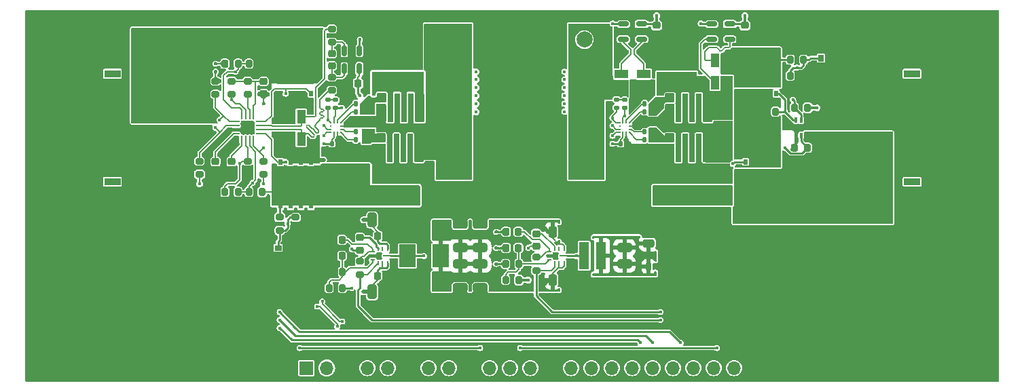
<source format=gbr>
%TF.GenerationSoftware,KiCad,Pcbnew,8.0.6*%
%TF.CreationDate,2024-12-20T12:02:23-05:00*%
%TF.ProjectId,PD Charger,50442043-6861-4726-9765-722e6b696361,0*%
%TF.SameCoordinates,Original*%
%TF.FileFunction,Copper,L1,Top*%
%TF.FilePolarity,Positive*%
%FSLAX46Y46*%
G04 Gerber Fmt 4.6, Leading zero omitted, Abs format (unit mm)*
G04 Created by KiCad (PCBNEW 8.0.6) date 2024-12-20 12:02:23*
%MOMM*%
%LPD*%
G01*
G04 APERTURE LIST*
G04 Aperture macros list*
%AMRoundRect*
0 Rectangle with rounded corners*
0 $1 Rounding radius*
0 $2 $3 $4 $5 $6 $7 $8 $9 X,Y pos of 4 corners*
0 Add a 4 corners polygon primitive as box body*
4,1,4,$2,$3,$4,$5,$6,$7,$8,$9,$2,$3,0*
0 Add four circle primitives for the rounded corners*
1,1,$1+$1,$2,$3*
1,1,$1+$1,$4,$5*
1,1,$1+$1,$6,$7*
1,1,$1+$1,$8,$9*
0 Add four rect primitives between the rounded corners*
20,1,$1+$1,$2,$3,$4,$5,0*
20,1,$1+$1,$4,$5,$6,$7,0*
20,1,$1+$1,$6,$7,$8,$9,0*
20,1,$1+$1,$8,$9,$2,$3,0*%
G04 Aperture macros list end*
%TA.AperFunction,EtchedComponent*%
%ADD10C,0.000000*%
%TD*%
%TA.AperFunction,SMDPad,CuDef*%
%ADD11RoundRect,0.200000X-0.200000X-0.275000X0.200000X-0.275000X0.200000X0.275000X-0.200000X0.275000X0*%
%TD*%
%TA.AperFunction,SMDPad,CuDef*%
%ADD12RoundRect,0.100000X-0.100000X0.225000X-0.100000X-0.225000X0.100000X-0.225000X0.100000X0.225000X0*%
%TD*%
%TA.AperFunction,SMDPad,CuDef*%
%ADD13RoundRect,0.200000X0.200000X0.275000X-0.200000X0.275000X-0.200000X-0.275000X0.200000X-0.275000X0*%
%TD*%
%TA.AperFunction,SMDPad,CuDef*%
%ADD14C,0.225000*%
%TD*%
%TA.AperFunction,SMDPad,CuDef*%
%ADD15RoundRect,0.250000X-0.325000X-0.650000X0.325000X-0.650000X0.325000X0.650000X-0.325000X0.650000X0*%
%TD*%
%TA.AperFunction,SMDPad,CuDef*%
%ADD16RoundRect,0.140000X-0.140000X-0.170000X0.140000X-0.170000X0.140000X0.170000X-0.140000X0.170000X0*%
%TD*%
%TA.AperFunction,SMDPad,CuDef*%
%ADD17R,1.300000X3.400000*%
%TD*%
%TA.AperFunction,SMDPad,CuDef*%
%ADD18RoundRect,0.200000X-0.275000X0.200000X-0.275000X-0.200000X0.275000X-0.200000X0.275000X0.200000X0*%
%TD*%
%TA.AperFunction,SMDPad,CuDef*%
%ADD19RoundRect,0.135000X-0.185000X0.135000X-0.185000X-0.135000X0.185000X-0.135000X0.185000X0.135000X0*%
%TD*%
%TA.AperFunction,SMDPad,CuDef*%
%ADD20RoundRect,0.225000X-0.250000X0.225000X-0.250000X-0.225000X0.250000X-0.225000X0.250000X0.225000X0*%
%TD*%
%TA.AperFunction,SMDPad,CuDef*%
%ADD21RoundRect,0.250000X-0.650000X0.325000X-0.650000X-0.325000X0.650000X-0.325000X0.650000X0.325000X0*%
%TD*%
%TA.AperFunction,SMDPad,CuDef*%
%ADD22R,0.812800X0.660400*%
%TD*%
%TA.AperFunction,SMDPad,CuDef*%
%ADD23R,0.249999X0.599999*%
%TD*%
%TA.AperFunction,SMDPad,CuDef*%
%ADD24R,0.599999X0.249999*%
%TD*%
%TA.AperFunction,SMDPad,CuDef*%
%ADD25R,1.825000X0.249999*%
%TD*%
%TA.AperFunction,SMDPad,CuDef*%
%ADD26RoundRect,0.250000X0.650000X-0.325000X0.650000X0.325000X-0.650000X0.325000X-0.650000X-0.325000X0*%
%TD*%
%TA.AperFunction,SMDPad,CuDef*%
%ADD27RoundRect,0.200000X0.275000X-0.200000X0.275000X0.200000X-0.275000X0.200000X-0.275000X-0.200000X0*%
%TD*%
%TA.AperFunction,ComponentPad*%
%ADD28R,2.000000X0.900000*%
%TD*%
%TA.AperFunction,ComponentPad*%
%ADD29RoundRect,1.025000X-1.025000X1.025000X-1.025000X-1.025000X1.025000X-1.025000X1.025000X1.025000X0*%
%TD*%
%TA.AperFunction,ComponentPad*%
%ADD30C,4.100000*%
%TD*%
%TA.AperFunction,SMDPad,CuDef*%
%ADD31R,0.660400X0.812800*%
%TD*%
%TA.AperFunction,ComponentPad*%
%ADD32RoundRect,1.025000X1.025000X-1.025000X1.025000X1.025000X-1.025000X1.025000X-1.025000X-1.025000X0*%
%TD*%
%TA.AperFunction,SMDPad,CuDef*%
%ADD33R,1.750000X1.100000*%
%TD*%
%TA.AperFunction,SMDPad,CuDef*%
%ADD34RoundRect,0.135000X-0.135000X-0.185000X0.135000X-0.185000X0.135000X0.185000X-0.135000X0.185000X0*%
%TD*%
%TA.AperFunction,SMDPad,CuDef*%
%ADD35R,1.100000X1.750000*%
%TD*%
%TA.AperFunction,SMDPad,CuDef*%
%ADD36RoundRect,0.225000X0.250000X-0.225000X0.250000X0.225000X-0.250000X0.225000X-0.250000X-0.225000X0*%
%TD*%
%TA.AperFunction,SMDPad,CuDef*%
%ADD37RoundRect,0.062500X-0.062500X0.375000X-0.062500X-0.375000X0.062500X-0.375000X0.062500X0.375000X0*%
%TD*%
%TA.AperFunction,SMDPad,CuDef*%
%ADD38RoundRect,0.062500X-0.375000X0.062500X-0.375000X-0.062500X0.375000X-0.062500X0.375000X0.062500X0*%
%TD*%
%TA.AperFunction,HeatsinkPad*%
%ADD39R,1.500000X1.500000*%
%TD*%
%TA.AperFunction,SMDPad,CuDef*%
%ADD40RoundRect,0.115000X-0.461000X-0.460000X0.461000X-0.460000X0.461000X0.460000X-0.461000X0.460000X0*%
%TD*%
%TA.AperFunction,SMDPad,CuDef*%
%ADD41RoundRect,0.115200X-0.460800X-1.029800X0.460800X-1.029800X0.460800X1.029800X-0.460800X1.029800X0*%
%TD*%
%TA.AperFunction,SMDPad,CuDef*%
%ADD42RoundRect,0.070000X-0.280000X-1.730000X0.280000X-1.730000X0.280000X1.730000X-0.280000X1.730000X0*%
%TD*%
%TA.AperFunction,SMDPad,CuDef*%
%ADD43RoundRect,0.115200X-0.460800X-1.684800X0.460800X-1.684800X0.460800X1.684800X-0.460800X1.684800X0*%
%TD*%
%TA.AperFunction,SMDPad,CuDef*%
%ADD44RoundRect,0.150000X-0.512500X-0.150000X0.512500X-0.150000X0.512500X0.150000X-0.512500X0.150000X0*%
%TD*%
%TA.AperFunction,SMDPad,CuDef*%
%ADD45RoundRect,0.250000X-0.475000X0.250000X-0.475000X-0.250000X0.475000X-0.250000X0.475000X0.250000X0*%
%TD*%
%TA.AperFunction,SMDPad,CuDef*%
%ADD46RoundRect,0.225000X-0.225000X-0.250000X0.225000X-0.250000X0.225000X0.250000X-0.225000X0.250000X0*%
%TD*%
%TA.AperFunction,SMDPad,CuDef*%
%ADD47C,0.500000*%
%TD*%
%TA.AperFunction,SMDPad,CuDef*%
%ADD48RoundRect,0.150000X-0.150000X0.512500X-0.150000X-0.512500X0.150000X-0.512500X0.150000X0.512500X0*%
%TD*%
%TA.AperFunction,SMDPad,CuDef*%
%ADD49R,0.500000X0.650000*%
%TD*%
%TA.AperFunction,SMDPad,CuDef*%
%ADD50R,4.600000X4.120000*%
%TD*%
%TA.AperFunction,SMDPad,CuDef*%
%ADD51R,0.500000X0.550000*%
%TD*%
%TA.AperFunction,SMDPad,CuDef*%
%ADD52RoundRect,0.225000X0.225000X0.250000X-0.225000X0.250000X-0.225000X-0.250000X0.225000X-0.250000X0*%
%TD*%
%TA.AperFunction,SMDPad,CuDef*%
%ADD53RoundRect,0.250000X0.250000X0.475000X-0.250000X0.475000X-0.250000X-0.475000X0.250000X-0.475000X0*%
%TD*%
%TA.AperFunction,SMDPad,CuDef*%
%ADD54RoundRect,0.140000X0.170000X-0.140000X0.170000X0.140000X-0.170000X0.140000X-0.170000X-0.140000X0*%
%TD*%
%TA.AperFunction,ComponentPad*%
%ADD55R,1.700000X1.700000*%
%TD*%
%TA.AperFunction,ComponentPad*%
%ADD56O,1.700000X1.700000*%
%TD*%
%TA.AperFunction,SMDPad,CuDef*%
%ADD57R,2.057400X2.844800*%
%TD*%
%TA.AperFunction,ComponentPad*%
%ADD58C,2.000000*%
%TD*%
%TA.AperFunction,SMDPad,CuDef*%
%ADD59R,3.825000X12.320000*%
%TD*%
%TA.AperFunction,ViaPad*%
%ADD60C,0.450000*%
%TD*%
%TA.AperFunction,Conductor*%
%ADD61C,0.250000*%
%TD*%
%TA.AperFunction,Conductor*%
%ADD62C,0.127000*%
%TD*%
%TA.AperFunction,Conductor*%
%ADD63C,0.200000*%
%TD*%
%TA.AperFunction,Conductor*%
%ADD64C,0.500000*%
%TD*%
%TA.AperFunction,Conductor*%
%ADD65C,0.300000*%
%TD*%
G04 APERTURE END LIST*
D10*
%TA.AperFunction,EtchedComponent*%
%TO.C,NT5*%
G36*
X75500000Y-104250000D02*
G01*
X74500000Y-104250000D01*
X74500000Y-103750000D01*
X75500000Y-103750000D01*
X75500000Y-104250000D01*
G37*
%TD.AperFunction*%
%TD*%
D11*
%TO.P,R27,1*%
%TO.N,GND*%
X134175000Y-102500000D03*
%TO.P,R27,2*%
%TO.N,/OUTPUT_EN*%
X135825000Y-102500000D03*
%TD*%
D12*
%TO.P,Q9,6,D*%
%TO.N,VBUS*%
X135650000Y-100950000D03*
%TO.P,Q9,5,G*%
%TO.N,/OUTPUT_EN*%
X135000000Y-100950000D03*
%TO.P,Q9,4,S*%
%TO.N,GND*%
X134350000Y-100950000D03*
%TO.P,Q9,3,D*%
%TO.N,/Output Switch/Q5_Q6_G*%
X134350000Y-99050000D03*
%TO.P,Q9,2,G*%
%TO.N,/OUTPUT_DIS*%
X135000000Y-99050000D03*
%TO.P,Q9,1,S*%
%TO.N,GND*%
X135650000Y-99050000D03*
%TD*%
D13*
%TO.P,R19,1*%
%TO.N,+3V3*%
X99825000Y-119000000D03*
%TO.P,R19,2*%
%TO.N,/3v3 Regulator/FB*%
X98175000Y-119000000D03*
%TD*%
D14*
%TO.P,U1,A1,LGL*%
%TO.N,Net-(U1-LGL)*%
X77600000Y-100600000D03*
%TO.P,U1,A2,GND*%
%TO.N,GND*%
X77200000Y-100600000D03*
%TO.P,U1,A3,VCC*%
%TO.N,+5V*%
X76800000Y-100600000D03*
%TO.P,U1,A4,LI*%
%TO.N,/PHASE_1_N*%
X76400000Y-100600000D03*
%TO.P,U1,B1,LGH*%
%TO.N,Net-(U1-LGH)*%
X77600000Y-100200000D03*
%TO.P,U1,B4,HI*%
%TO.N,/PHASE_1_P*%
X76400000Y-100200000D03*
%TO.P,U1,C1,PHASE*%
%TO.N,/DC-DC/SW1*%
X77600000Y-99800000D03*
%TO.P,U1,C4,NC*%
%TO.N,unconnected-(U1-NC-PadC4)*%
X76400000Y-99800000D03*
%TO.P,U1,D1,UGL*%
%TO.N,Net-(U1-UGL)*%
X77600000Y-99400000D03*
%TO.P,U1,D2,UGH*%
%TO.N,Net-(U1-UGH)*%
X77200000Y-99400000D03*
%TO.P,U1,D3,BOOT*%
%TO.N,Net-(U1-BOOT)*%
X76800000Y-99400000D03*
%TO.P,U1,D4,PHASE*%
%TO.N,/DC-DC/SW1*%
X76400000Y-99400000D03*
%TD*%
D15*
%TO.P,C7,1*%
%TO.N,VCC*%
X81525000Y-111500000D03*
%TO.P,C7,2*%
%TO.N,GND*%
X84475000Y-111500000D03*
%TD*%
D16*
%TO.P,C3,1*%
%TO.N,+5V*%
X76520000Y-102000000D03*
%TO.P,C3,2*%
%TO.N,GND*%
X77480000Y-102000000D03*
%TD*%
D14*
%TO.P,U3,A1,LGL*%
%TO.N,Net-(U3-LGL)*%
X113600000Y-100600000D03*
%TO.P,U3,A2,GND*%
%TO.N,GND*%
X113200000Y-100600000D03*
%TO.P,U3,A3,VCC*%
%TO.N,+5V*%
X112800000Y-100600000D03*
%TO.P,U3,A4,LI*%
%TO.N,/PHASE_2_N*%
X112400000Y-100600000D03*
%TO.P,U3,B1,LGH*%
%TO.N,Net-(U3-LGH)*%
X113600000Y-100200000D03*
%TO.P,U3,B4,HI*%
%TO.N,/PHASE_2_P*%
X112400000Y-100200000D03*
%TO.P,U3,C1,PHASE*%
%TO.N,/DC-DC/SW2*%
X113600000Y-99800000D03*
%TO.P,U3,C4,NC*%
%TO.N,unconnected-(U3-NC-PadC4)*%
X112400000Y-99800000D03*
%TO.P,U3,D1,UGL*%
%TO.N,Net-(U3-UGL)*%
X113600000Y-99400000D03*
%TO.P,U3,D2,UGH*%
%TO.N,Net-(U3-UGH)*%
X113200000Y-99400000D03*
%TO.P,U3,D3,BOOT*%
%TO.N,Net-(U3-BOOT)*%
X112800000Y-99400000D03*
%TO.P,U3,D4,PHASE*%
%TO.N,/DC-DC/SW2*%
X112400000Y-99400000D03*
%TD*%
D17*
%TO.P,L2,1,1*%
%TO.N,Net-(U2-SW)*%
X107950000Y-116000000D03*
%TO.P,L2,2,2*%
%TO.N,+3V3*%
X110050000Y-116000000D03*
%TD*%
D18*
%TO.P,R38,1*%
%TO.N,GND*%
X62000000Y-94175000D03*
%TO.P,R38,2*%
%TO.N,/INPUT_EN*%
X62000000Y-95825000D03*
%TD*%
D19*
%TO.P,R8,1*%
%TO.N,Net-(C6-Pad2)*%
X112000000Y-96490000D03*
%TO.P,R8,2*%
%TO.N,/DC-DC/SW2*%
X112000000Y-97510000D03*
%TD*%
D20*
%TO.P,C20,1*%
%TO.N,+3V3*%
X117000000Y-87225000D03*
%TO.P,C20,2*%
%TO.N,GND*%
X117000000Y-88775000D03*
%TD*%
%TO.P,C30,1*%
%TO.N,/3v3 Regulator/BST*%
X102000000Y-113225000D03*
%TO.P,C30,2*%
%TO.N,Net-(U2-SW)*%
X102000000Y-114775000D03*
%TD*%
D13*
%TO.P,R15,1*%
%TO.N,+5V*%
X77825000Y-120000000D03*
%TO.P,R15,2*%
%TO.N,/5v Regulator/FB*%
X76175000Y-120000000D03*
%TD*%
D21*
%TO.P,C39,1*%
%TO.N,+5V*%
X95000000Y-117025000D03*
%TO.P,C39,2*%
%TO.N,GND*%
X95000000Y-119975000D03*
%TD*%
D11*
%TO.P,R29,1*%
%TO.N,/Input Protection/FB_PG*%
X63175000Y-108000000D03*
%TO.P,R29,2*%
%TO.N,/Input Protection/FLB*%
X64825000Y-108000000D03*
%TD*%
%TO.P,R23,1*%
%TO.N,/OUTPUT_DIS*%
X134175000Y-97500000D03*
%TO.P,R23,2*%
%TO.N,+3V3*%
X135825000Y-97500000D03*
%TD*%
%TO.P,R18,1*%
%TO.N,/VD_MON*%
X133675000Y-93500000D03*
%TO.P,R18,2*%
%TO.N,GND*%
X135325000Y-93500000D03*
%TD*%
D22*
%TO.P,D2,1,K*%
%TO.N,/VS_MON*%
X69806200Y-115000000D03*
%TO.P,D2,2,A*%
%TO.N,GND*%
X72193800Y-115000000D03*
%TD*%
D23*
%TO.P,U9,1,PGND*%
%TO.N,GND*%
X84124999Y-115099999D03*
%TO.P,U9,2,VIN*%
%TO.N,VCC*%
X83475000Y-115099999D03*
%TO.P,U9,3,NC*%
%TO.N,unconnected-(U9-NC-Pad3)*%
X82824999Y-115099999D03*
%TO.P,U9,4,BST*%
%TO.N,/5v Regulator/BST*%
X82325000Y-115099999D03*
D24*
%TO.P,U9,5,VCC*%
%TO.N,/5v Regulator/VCC*%
X81600000Y-115500001D03*
%TO.P,U9,6,AGND*%
%TO.N,GND*%
X81600000Y-116000000D03*
%TO.P,U9,7,FB*%
%TO.N,/5v Regulator/FB*%
X81600000Y-116499999D03*
D23*
%TO.P,U9,8,PG*%
%TO.N,/5V_GOOD*%
X82325000Y-116900001D03*
%TO.P,U9,9,EN*%
%TO.N,VCC*%
X82824999Y-116900001D03*
%TO.P,U9,10,VIN*%
X83475000Y-116900001D03*
%TO.P,U9,11,PGND*%
%TO.N,GND*%
X84124999Y-116900001D03*
D25*
%TO.P,U9,12,SW*%
%TO.N,Net-(U9-SW)*%
X83787999Y-116000000D03*
%TD*%
D26*
%TO.P,C36,1*%
%TO.N,+5V*%
X92500000Y-114975000D03*
%TO.P,C36,2*%
%TO.N,GND*%
X92500000Y-112025000D03*
%TD*%
D27*
%TO.P,R33,1*%
%TO.N,/Input Protection/UV*%
X64000000Y-95825000D03*
%TO.P,R33,2*%
%TO.N,/Input Protection/VCAP*%
X64000000Y-94175000D03*
%TD*%
D21*
%TO.P,C33,1*%
%TO.N,+3V3*%
X113000000Y-117025000D03*
%TO.P,C33,2*%
%TO.N,GND*%
X113000000Y-119975000D03*
%TD*%
D18*
%TO.P,R14,1*%
%TO.N,VS*%
X70000000Y-111175000D03*
%TO.P,R14,2*%
%TO.N,/VS_MON*%
X70000000Y-112825000D03*
%TD*%
D28*
%TO.P,J3,*%
%TO.N,*%
X148850000Y-93250000D03*
X148850000Y-106750000D03*
D29*
%TO.P,J3,1,Pin_1*%
%TO.N,GND*%
X142850000Y-96400000D03*
D30*
%TO.P,J3,2,Pin_2*%
%TO.N,VBUS*%
X142850000Y-103600000D03*
%TD*%
D20*
%TO.P,C44,1*%
%TO.N,/Input Protection/VCAP*%
X68000000Y-94225000D03*
%TO.P,C44,2*%
%TO.N,GND*%
X68000000Y-95775000D03*
%TD*%
D27*
%TO.P,R32,1*%
%TO.N,GND*%
X66000000Y-105825000D03*
%TO.P,R32,2*%
%TO.N,/Input Protection/FB_PG*%
X66000000Y-104175000D03*
%TD*%
D31*
%TO.P,D3,1,K*%
%TO.N,/VD_MON*%
X137500000Y-91306200D03*
%TO.P,D3,2,A*%
%TO.N,GND*%
X137500000Y-93693800D03*
%TD*%
D28*
%TO.P,J2,*%
%TO.N,*%
X49150000Y-106750000D03*
X49150000Y-93250000D03*
D32*
%TO.P,J2,1,Pin_1*%
%TO.N,GND*%
X55150000Y-103600000D03*
D30*
%TO.P,J2,2,Pin_2*%
%TO.N,VIN*%
X55150000Y-96400000D03*
%TD*%
D33*
%TO.P,R5,1,1*%
%TO.N,/DC-DC/SW2a*%
X112625000Y-94700000D03*
%TO.P,R5,2,2*%
%TO.N,/DC-DC/LSP*%
X112625000Y-93300000D03*
%TO.P,R5,3,3*%
%TO.N,/DC-DC/LSN*%
X115375000Y-93300000D03*
%TO.P,R5,4,4*%
%TO.N,/DC-DC/SW2*%
X115375000Y-94700000D03*
%TD*%
D13*
%TO.P,R20,1*%
%TO.N,/3v3 Regulator/FB*%
X99825000Y-117000000D03*
%TO.P,R20,2*%
%TO.N,GND*%
X98175000Y-117000000D03*
%TD*%
D34*
%TO.P,R12,1*%
%TO.N,Net-(U3-LGH)*%
X115490000Y-100500000D03*
%TO.P,R12,2*%
%TO.N,/DC-DC/G4*%
X116510000Y-100500000D03*
%TD*%
D35*
%TO.P,R6,1,1*%
%TO.N,/DC-DC/VOUTa*%
X125700000Y-94375000D03*
%TO.P,R6,2,2*%
%TO.N,/DC-DC/IDP*%
X124300000Y-94375000D03*
%TO.P,R6,3,3*%
%TO.N,/DC-DC/IDN*%
X124300000Y-91625000D03*
%TO.P,R6,4,4*%
%TO.N,VD*%
X125700000Y-91625000D03*
%TD*%
D36*
%TO.P,C48,1*%
%TO.N,/Input Protection/SENSE_FILTERED-*%
X76500000Y-92275000D03*
%TO.P,C48,2*%
%TO.N,/Input Protection/SENSE_FILTERED+*%
X76500000Y-90725000D03*
%TD*%
D37*
%TO.P,U5,1,VCAP*%
%TO.N,/Input Protection/VCAP*%
X66750000Y-98562500D03*
%TO.P,U5,2,ISET*%
%TO.N,/Input Protection/ISET*%
X66250000Y-98562500D03*
%TO.P,U5,3,UV*%
%TO.N,/Input Protection/UV*%
X65750000Y-98562500D03*
%TO.P,U5,4,OV*%
%TO.N,/Input Protection/OV*%
X65250000Y-98562500D03*
D38*
%TO.P,U5,5,ENABLE*%
%TO.N,/INPUT_EN*%
X64562500Y-99250000D03*
%TO.P,U5,6,~{FAULT}*%
%TO.N,/IS_GOOD*%
X64562500Y-99750000D03*
%TO.P,U5,7,GND*%
%TO.N,GND*%
X64562500Y-100250000D03*
%TO.P,U5,8,TIMER*%
%TO.N,/Input Protection/TIMER*%
X64562500Y-100750000D03*
D37*
%TO.P,U5,9,TIMER_OFF*%
%TO.N,/Input Protection/TIMER_OFF*%
X65250000Y-101437500D03*
%TO.P,U5,10,FB_PG*%
%TO.N,/Input Protection/FB_PG*%
X65750000Y-101437500D03*
%TO.P,U5,11,FLB*%
%TO.N,/Input Protection/FLB*%
X66250000Y-101437500D03*
%TO.P,U5,12,PWRGD*%
%TO.N,/VS_GOOD*%
X66750000Y-101437500D03*
D38*
%TO.P,U5,13,GATE*%
%TO.N,/Input Protection/G_BP*%
X67437500Y-100750000D03*
%TO.P,U5,14,SENSE-*%
%TO.N,/Input Protection/SENSE-*%
X67437500Y-100250000D03*
%TO.P,U5,15,VCC*%
%TO.N,/Input Protection/SENSE+*%
X67437500Y-99750000D03*
%TO.P,U5,16,RPFG*%
%TO.N,/Input Protection/G_RP*%
X67437500Y-99250000D03*
D39*
%TO.P,U5,17,EP*%
%TO.N,GND*%
X66000000Y-100000000D03*
%TD*%
D21*
%TO.P,C38,1*%
%TO.N,+5V*%
X92500000Y-117025000D03*
%TO.P,C38,2*%
%TO.N,GND*%
X92500000Y-119975000D03*
%TD*%
D26*
%TO.P,C18,1*%
%TO.N,/DC-DC/VOUTa*%
X118000000Y-108475000D03*
%TO.P,C18,2*%
%TO.N,GND*%
X118000000Y-105525000D03*
%TD*%
D27*
%TO.P,R36,1*%
%TO.N,/Input Protection/SENSE_FILTERED+*%
X76500000Y-89325000D03*
%TO.P,R36,2*%
%TO.N,/Input Protection/SENSE+*%
X76500000Y-87675000D03*
%TD*%
D26*
%TO.P,C35,1*%
%TO.N,+5V*%
X95000000Y-114975000D03*
%TO.P,C35,2*%
%TO.N,GND*%
X95000000Y-112025000D03*
%TD*%
D40*
%TO.P,Q2,1,G*%
%TO.N,/DC-DC/G2*%
X82648000Y-101278000D03*
D41*
%TO.P,Q2,2,S*%
%TO.N,GND*%
X82648000Y-103158000D03*
D42*
%TO.P,Q2,3,D*%
%TO.N,/DC-DC/SW1*%
X83725000Y-102500000D03*
%TO.P,Q2,4,S*%
%TO.N,GND*%
X84575000Y-102500000D03*
%TO.P,Q2,5,D*%
%TO.N,/DC-DC/SW1*%
X85425000Y-102500000D03*
%TO.P,Q2,6,S*%
%TO.N,GND*%
X86275000Y-102500000D03*
D43*
%TO.P,Q2,7,D*%
%TO.N,/DC-DC/SW1*%
X87352000Y-102500000D03*
%TD*%
D20*
%TO.P,C10,1*%
%TO.N,/5v Regulator/BST*%
X80000000Y-113725000D03*
%TO.P,C10,2*%
%TO.N,Net-(U9-SW)*%
X80000000Y-115275000D03*
%TD*%
D40*
%TO.P,Q4,1,G*%
%TO.N,/DC-DC/G4*%
X118648000Y-101278000D03*
D41*
%TO.P,Q4,2,S*%
%TO.N,GND*%
X118648000Y-103158000D03*
D42*
%TO.P,Q4,3,D*%
%TO.N,/DC-DC/SW2*%
X119725000Y-102500000D03*
%TO.P,Q4,4,S*%
%TO.N,GND*%
X120575000Y-102500000D03*
%TO.P,Q4,5,D*%
%TO.N,/DC-DC/SW2*%
X121425000Y-102500000D03*
%TO.P,Q4,6,S*%
%TO.N,GND*%
X122275000Y-102500000D03*
D43*
%TO.P,Q4,7,D*%
%TO.N,/DC-DC/SW2*%
X123352000Y-102500000D03*
%TD*%
D26*
%TO.P,C1,1*%
%TO.N,VS*%
X83000000Y-108475000D03*
%TO.P,C1,2*%
%TO.N,GND*%
X83000000Y-105525000D03*
%TD*%
D34*
%TO.P,R3,1*%
%TO.N,Net-(U1-UGL)*%
X79490000Y-98000000D03*
%TO.P,R3,2*%
%TO.N,/DC-DC/G1*%
X80510000Y-98000000D03*
%TD*%
%TO.P,R11,1*%
%TO.N,Net-(U3-LGL)*%
X115490000Y-101500000D03*
%TO.P,R11,2*%
%TO.N,/DC-DC/G4*%
X116510000Y-101500000D03*
%TD*%
D26*
%TO.P,C12,1*%
%TO.N,VS*%
X86000000Y-94475000D03*
%TO.P,C12,2*%
%TO.N,GND*%
X86000000Y-91525000D03*
%TD*%
D31*
%TO.P,D1,1,K*%
%TO.N,+3V3*%
X116000000Y-117306200D03*
%TO.P,D1,2,A*%
%TO.N,GND*%
X116000000Y-119693800D03*
%TD*%
D44*
%TO.P,U7,1,OUT*%
%TO.N,/IL_MON*%
X112862500Y-87050000D03*
%TO.P,U7,2,GND*%
%TO.N,GND*%
X112862500Y-88000000D03*
%TO.P,U7,3,Vin+*%
%TO.N,/DC-DC/LSP*%
X112862500Y-88950000D03*
%TO.P,U7,4,Vin-*%
%TO.N,/DC-DC/LSN*%
X115137500Y-88950000D03*
%TO.P,U7,5,V+*%
%TO.N,+3V3*%
X115137500Y-87050000D03*
%TD*%
D18*
%TO.P,R24,1*%
%TO.N,/Input Protection/VCAP*%
X66000000Y-94175000D03*
%TO.P,R24,2*%
%TO.N,/Input Protection/ISET*%
X66000000Y-95825000D03*
%TD*%
%TO.P,R31,1*%
%TO.N,/VS_GOOD*%
X68000000Y-104175000D03*
%TO.P,R31,2*%
%TO.N,+3V3*%
X68000000Y-105825000D03*
%TD*%
D35*
%TO.P,R25,1,1*%
%TO.N,/Input Protection/Q7_S*%
X71300000Y-98625000D03*
%TO.P,R25,2,2*%
%TO.N,/Input Protection/SENSE+*%
X72700000Y-98625000D03*
%TO.P,R25,3,3*%
%TO.N,/Input Protection/SENSE-*%
X72700000Y-101375000D03*
%TO.P,R25,4,4*%
%TO.N,/Input Protection/Q8_S*%
X71300000Y-101375000D03*
%TD*%
D26*
%TO.P,C16,1*%
%TO.N,/DC-DC/VOUTa*%
X118000000Y-94475000D03*
%TO.P,C16,2*%
%TO.N,GND*%
X118000000Y-91525000D03*
%TD*%
D18*
%TO.P,R16,1*%
%TO.N,/VS_MON*%
X72000000Y-111175000D03*
%TO.P,R16,2*%
%TO.N,GND*%
X72000000Y-112825000D03*
%TD*%
D45*
%TO.P,C34,1*%
%TO.N,GND*%
X116000000Y-112550000D03*
%TO.P,C34,2*%
%TO.N,+3V3*%
X116000000Y-114450000D03*
%TD*%
D46*
%TO.P,C41,1*%
%TO.N,VCC*%
X82225000Y-113500000D03*
%TO.P,C41,2*%
%TO.N,GND*%
X83775000Y-113500000D03*
%TD*%
D23*
%TO.P,U2,1,PGND*%
%TO.N,GND*%
X106124999Y-115099999D03*
%TO.P,U2,2,VIN*%
%TO.N,+5V*%
X105475000Y-115099999D03*
%TO.P,U2,3,NC*%
%TO.N,unconnected-(U2-NC-Pad3)*%
X104824999Y-115099999D03*
%TO.P,U2,4,BST*%
%TO.N,/3v3 Regulator/BST*%
X104325000Y-115099999D03*
D24*
%TO.P,U2,5,VCC*%
%TO.N,/3v3 Regulator/VCC*%
X103600000Y-115500001D03*
%TO.P,U2,6,AGND*%
%TO.N,GND*%
X103600000Y-116000000D03*
%TO.P,U2,7,FB*%
%TO.N,/3v3 Regulator/FB*%
X103600000Y-116499999D03*
D23*
%TO.P,U2,8,PG*%
%TO.N,/3V3_GOOD*%
X104325000Y-116900001D03*
%TO.P,U2,9,EN*%
%TO.N,+5V*%
X104824999Y-116900001D03*
%TO.P,U2,10,VIN*%
X105475000Y-116900001D03*
%TO.P,U2,11,PGND*%
%TO.N,GND*%
X106124999Y-116900001D03*
D25*
%TO.P,U2,12,SW*%
%TO.N,Net-(U2-SW)*%
X105787999Y-116000000D03*
%TD*%
D18*
%TO.P,R30,1*%
%TO.N,/IS_GOOD*%
X60000000Y-104175000D03*
%TO.P,R30,2*%
%TO.N,+3V3*%
X60000000Y-105825000D03*
%TD*%
D47*
%TO.P,NT5,1,1*%
%TO.N,VCC*%
X75500000Y-104000000D03*
%TO.P,NT5,2,2*%
%TO.N,/Input Protection/Q8_S*%
X74500000Y-104000000D03*
%TD*%
D34*
%TO.P,R10,1*%
%TO.N,Net-(U3-UGL)*%
X115490000Y-98000000D03*
%TO.P,R10,2*%
%TO.N,/DC-DC/G3*%
X116510000Y-98000000D03*
%TD*%
D48*
%TO.P,U6,1,OUT*%
%TO.N,/IS_MON*%
X79950000Y-90362500D03*
%TO.P,U6,2,GND*%
%TO.N,GND*%
X79000000Y-90362500D03*
%TO.P,U6,3,Vin+*%
%TO.N,/Input Protection/SENSE_FILTERED+*%
X78050000Y-90362500D03*
%TO.P,U6,4,Vin-*%
%TO.N,/Input Protection/SENSE_FILTERED-*%
X78050000Y-92637500D03*
%TO.P,U6,5,V+*%
%TO.N,+3V3*%
X79950000Y-92637500D03*
%TD*%
D49*
%TO.P,Q5,1,S*%
%TO.N,/Output Switch/COM_S*%
X128095000Y-95750000D03*
%TO.P,Q5,2,S*%
X129365000Y-95750000D03*
%TO.P,Q5,3,S*%
X130635000Y-95750000D03*
%TO.P,Q5,4,G*%
%TO.N,/Output Switch/Q5_Q6_G*%
X131905000Y-95750000D03*
D50*
%TO.P,Q5,5,D*%
%TO.N,VD*%
X130000000Y-92535000D03*
D51*
X128095000Y-90200000D03*
X129365000Y-90200000D03*
X130635000Y-90200000D03*
X131905000Y-90200000D03*
%TD*%
D11*
%TO.P,R17,1*%
%TO.N,VD*%
X133675000Y-91500000D03*
%TO.P,R17,2*%
%TO.N,/VD_MON*%
X135325000Y-91500000D03*
%TD*%
D52*
%TO.P,C11,1*%
%TO.N,/5v Regulator/FB*%
X77775000Y-116000000D03*
%TO.P,C11,2*%
%TO.N,GND*%
X76225000Y-116000000D03*
%TD*%
D53*
%TO.P,C28,1*%
%TO.N,GND*%
X105950000Y-113000000D03*
%TO.P,C28,2*%
%TO.N,+5V*%
X104050000Y-113000000D03*
%TD*%
D15*
%TO.P,C8,1*%
%TO.N,VCC*%
X81525000Y-120500000D03*
%TO.P,C8,2*%
%TO.N,GND*%
X84475000Y-120500000D03*
%TD*%
D53*
%TO.P,C27,1*%
%TO.N,GND*%
X105950000Y-119000000D03*
%TO.P,C27,2*%
%TO.N,+5V*%
X104050000Y-119000000D03*
%TD*%
D20*
%TO.P,C45,1*%
%TO.N,/Input Protection/TIMER*%
X62000000Y-104225000D03*
%TO.P,C45,2*%
%TO.N,GND*%
X62000000Y-105775000D03*
%TD*%
D34*
%TO.P,R9,1*%
%TO.N,Net-(U3-UGH)*%
X115490000Y-97000000D03*
%TO.P,R9,2*%
%TO.N,/DC-DC/G3*%
X116510000Y-97000000D03*
%TD*%
D16*
%TO.P,C5,1*%
%TO.N,+5V*%
X112520000Y-102000000D03*
%TO.P,C5,2*%
%TO.N,GND*%
X113480000Y-102000000D03*
%TD*%
D19*
%TO.P,R1,1*%
%TO.N,Net-(C4-Pad2)*%
X76000000Y-96490000D03*
%TO.P,R1,2*%
%TO.N,/DC-DC/SW1*%
X76000000Y-97510000D03*
%TD*%
D26*
%TO.P,C19,1*%
%TO.N,/DC-DC/VOUTa*%
X124000000Y-108475000D03*
%TO.P,C19,2*%
%TO.N,GND*%
X124000000Y-105525000D03*
%TD*%
D52*
%TO.P,C47,1*%
%TO.N,+3V3*%
X79775000Y-94500000D03*
%TO.P,C47,2*%
%TO.N,GND*%
X78225000Y-94500000D03*
%TD*%
D40*
%TO.P,Q1,1,G*%
%TO.N,/DC-DC/G1*%
X82723000Y-96278000D03*
D41*
%TO.P,Q1,2,S*%
%TO.N,/DC-DC/SW1*%
X82723000Y-98158000D03*
D42*
%TO.P,Q1,3,D*%
%TO.N,VS*%
X83800000Y-97500000D03*
%TO.P,Q1,4,S*%
%TO.N,/DC-DC/SW1*%
X84650000Y-97500000D03*
%TO.P,Q1,5,D*%
%TO.N,VS*%
X85500000Y-97500000D03*
%TO.P,Q1,6,S*%
%TO.N,/DC-DC/SW1*%
X86350000Y-97500000D03*
D43*
%TO.P,Q1,7,D*%
%TO.N,VS*%
X87427000Y-97500000D03*
%TD*%
D27*
%TO.P,R26,1*%
%TO.N,/3V3_GOOD*%
X102000000Y-117825000D03*
%TO.P,R26,2*%
%TO.N,/3v3 Regulator/VCC*%
X102000000Y-116175000D03*
%TD*%
D49*
%TO.P,Q7,1,S*%
%TO.N,/Input Protection/Q7_S*%
X70095000Y-95750000D03*
%TO.P,Q7,2,S*%
X71365000Y-95750000D03*
%TO.P,Q7,3,S*%
X72635000Y-95750000D03*
%TO.P,Q7,4,G*%
%TO.N,/Input Protection/G_RP*%
X73905000Y-95750000D03*
D50*
%TO.P,Q7,5,D*%
%TO.N,VIN*%
X72000000Y-92535000D03*
D51*
X70095000Y-90200000D03*
X71365000Y-90200000D03*
X72635000Y-90200000D03*
X73905000Y-90200000D03*
%TD*%
D18*
%TO.P,R37,1*%
%TO.N,/Input Protection/SENSE_FILTERED-*%
X76500000Y-93675000D03*
%TO.P,R37,2*%
%TO.N,/Input Protection/SENSE-*%
X76500000Y-95325000D03*
%TD*%
D52*
%TO.P,C31,1*%
%TO.N,/3v3 Regulator/FB*%
X99775000Y-115000000D03*
%TO.P,C31,2*%
%TO.N,GND*%
X98225000Y-115000000D03*
%TD*%
D26*
%TO.P,C17,1*%
%TO.N,/DC-DC/VOUTa*%
X121000000Y-94475000D03*
%TO.P,C17,2*%
%TO.N,GND*%
X121000000Y-91525000D03*
%TD*%
D44*
%TO.P,U8,1,OUT*%
%TO.N,/ID_MON*%
X123862500Y-87050000D03*
%TO.P,U8,2,GND*%
%TO.N,GND*%
X123862500Y-88000000D03*
%TO.P,U8,3,Vin+*%
%TO.N,/DC-DC/IDP*%
X123862500Y-88950000D03*
%TO.P,U8,4,Vin-*%
%TO.N,/DC-DC/IDN*%
X126137500Y-88950000D03*
%TO.P,U8,5,V+*%
%TO.N,+3V3*%
X126137500Y-87050000D03*
%TD*%
D49*
%TO.P,Q8,1,S*%
%TO.N,/Input Protection/Q8_S*%
X73905000Y-104250000D03*
%TO.P,Q8,2,S*%
X72635000Y-104250000D03*
%TO.P,Q8,3,S*%
X71365000Y-104250000D03*
%TO.P,Q8,4,G*%
%TO.N,/Input Protection/G_BP*%
X70095000Y-104250000D03*
D50*
%TO.P,Q8,5,D*%
%TO.N,VS*%
X72000000Y-107465000D03*
D51*
X73905000Y-109800000D03*
X72635000Y-109800000D03*
X71365000Y-109800000D03*
X70095000Y-109800000D03*
%TD*%
D20*
%TO.P,C46,1*%
%TO.N,/Input Protection/TIMER_OFF*%
X64000000Y-104225000D03*
%TO.P,C46,2*%
%TO.N,GND*%
X64000000Y-105775000D03*
%TD*%
D34*
%TO.P,R2,1*%
%TO.N,Net-(U1-UGH)*%
X79490000Y-97000000D03*
%TO.P,R2,2*%
%TO.N,/DC-DC/G1*%
X80510000Y-97000000D03*
%TD*%
D52*
%TO.P,C29,1*%
%TO.N,/3v3 Regulator/VCC*%
X99775000Y-113000000D03*
%TO.P,C29,2*%
%TO.N,GND*%
X98225000Y-113000000D03*
%TD*%
D26*
%TO.P,C49,1*%
%TO.N,/DC-DC/VOUTa*%
X121000000Y-108475000D03*
%TO.P,C49,2*%
%TO.N,GND*%
X121000000Y-105525000D03*
%TD*%
D20*
%TO.P,C21,1*%
%TO.N,+3V3*%
X128000000Y-87225000D03*
%TO.P,C21,2*%
%TO.N,GND*%
X128000000Y-88775000D03*
%TD*%
D46*
%TO.P,C40,1*%
%TO.N,VCC*%
X82225000Y-118500000D03*
%TO.P,C40,2*%
%TO.N,GND*%
X83775000Y-118500000D03*
%TD*%
D26*
%TO.P,C32,1*%
%TO.N,+3V3*%
X113000000Y-114975000D03*
%TO.P,C32,2*%
%TO.N,GND*%
X113000000Y-112025000D03*
%TD*%
D40*
%TO.P,Q3,1,G*%
%TO.N,/DC-DC/G3*%
X118648000Y-96278000D03*
D41*
%TO.P,Q3,2,S*%
%TO.N,/DC-DC/SW2*%
X118648000Y-98158000D03*
D42*
%TO.P,Q3,3,D*%
%TO.N,/DC-DC/VOUTa*%
X119725000Y-97500000D03*
%TO.P,Q3,4,S*%
%TO.N,/DC-DC/SW2*%
X120575000Y-97500000D03*
%TO.P,Q3,5,D*%
%TO.N,/DC-DC/VOUTa*%
X121425000Y-97500000D03*
%TO.P,Q3,6,S*%
%TO.N,/DC-DC/SW2*%
X122275000Y-97500000D03*
D43*
%TO.P,Q3,7,D*%
%TO.N,/DC-DC/VOUTa*%
X123352000Y-97500000D03*
%TD*%
D52*
%TO.P,C9,1*%
%TO.N,/5v Regulator/VCC*%
X77775000Y-114000000D03*
%TO.P,C9,2*%
%TO.N,GND*%
X76225000Y-114000000D03*
%TD*%
D27*
%TO.P,R22,1*%
%TO.N,/5V_GOOD*%
X80000000Y-118325000D03*
%TO.P,R22,2*%
%TO.N,/5v Regulator/VCC*%
X80000000Y-116675000D03*
%TD*%
D54*
%TO.P,C4,1*%
%TO.N,Net-(U1-BOOT)*%
X77000000Y-97480000D03*
%TO.P,C4,2*%
%TO.N,Net-(C4-Pad2)*%
X77000000Y-96520000D03*
%TD*%
D34*
%TO.P,R7,1*%
%TO.N,Net-(U1-LGH)*%
X79490000Y-100500000D03*
%TO.P,R7,2*%
%TO.N,/DC-DC/G2*%
X80510000Y-100500000D03*
%TD*%
D55*
%TO.P,J1,1,Pin_1*%
%TO.N,+5V*%
X73325000Y-130000000D03*
D56*
%TO.P,J1,2,Pin_2*%
%TO.N,+3V3*%
X75865000Y-130000000D03*
%TO.P,J1,3,Pin_3*%
%TO.N,GND*%
X78405000Y-130000000D03*
%TO.P,J1,4,Pin_4*%
%TO.N,/PHASE_1_P*%
X80945000Y-130000000D03*
%TO.P,J1,5,Pin_5*%
%TO.N,/PHASE_1_N*%
X83485000Y-130000000D03*
%TO.P,J1,6,Pin_6*%
%TO.N,GND*%
X86025000Y-130000000D03*
%TO.P,J1,7,Pin_7*%
%TO.N,/PHASE_2_P*%
X88565000Y-130000000D03*
%TO.P,J1,8,Pin_8*%
%TO.N,/PHASE_2_N*%
X91105000Y-130000000D03*
%TO.P,J1,9,Pin_9*%
%TO.N,GND*%
X93645000Y-130000000D03*
%TO.P,J1,10,Pin_10*%
%TO.N,/VS_MON*%
X96185000Y-130000000D03*
%TO.P,J1,11,Pin_11*%
%TO.N,/VD_MON*%
X98725000Y-130000000D03*
%TO.P,J1,12,Pin_12*%
%TO.N,/IS_MON*%
X101265000Y-130000000D03*
%TO.P,J1,13,Pin_13*%
%TO.N,GND*%
X103805000Y-130000000D03*
%TO.P,J1,14,Pin_14*%
%TO.N,/IL_MON*%
X106345000Y-130000000D03*
%TO.P,J1,15,Pin_15*%
%TO.N,/ID_MON*%
X108885000Y-130000000D03*
%TO.P,J1,16,Pin_16*%
%TO.N,/VS_GOOD*%
X111425000Y-130000000D03*
%TO.P,J1,17,Pin_17*%
%TO.N,/IS_GOOD*%
X113965000Y-130000000D03*
%TO.P,J1,18,Pin_18*%
%TO.N,/5V_GOOD*%
X116505000Y-130000000D03*
%TO.P,J1,19,Pin_19*%
%TO.N,/3V3_GOOD*%
X119045000Y-130000000D03*
%TO.P,J1,20,Pin_20*%
%TO.N,/INPUT_EN*%
X121585000Y-130000000D03*
%TO.P,J1,21,Pin_21*%
%TO.N,/OUTPUT_EN*%
X124125000Y-130000000D03*
%TO.P,J1,22,Pin_22*%
%TO.N,/OUTPUT_DIS*%
X126665000Y-130000000D03*
%TD*%
D54*
%TO.P,C6,1*%
%TO.N,Net-(U3-BOOT)*%
X113000000Y-97480000D03*
%TO.P,C6,2*%
%TO.N,Net-(C6-Pad2)*%
X113000000Y-96520000D03*
%TD*%
D13*
%TO.P,R21,1*%
%TO.N,/5v Regulator/FB*%
X77825000Y-118000000D03*
%TO.P,R21,2*%
%TO.N,GND*%
X76175000Y-118000000D03*
%TD*%
D11*
%TO.P,R28,1*%
%TO.N,/Input Protection/FLB*%
X66175000Y-108000000D03*
%TO.P,R28,2*%
%TO.N,VS*%
X67825000Y-108000000D03*
%TD*%
%TO.P,R34,1*%
%TO.N,/Input Protection/OV*%
X66175000Y-92000000D03*
%TO.P,R34,2*%
%TO.N,VIN*%
X67825000Y-92000000D03*
%TD*%
D26*
%TO.P,C2,1*%
%TO.N,VS*%
X86000000Y-108475000D03*
%TO.P,C2,2*%
%TO.N,GND*%
X86000000Y-105525000D03*
%TD*%
D34*
%TO.P,R4,1*%
%TO.N,Net-(U1-LGL)*%
X79490000Y-101500000D03*
%TO.P,R4,2*%
%TO.N,/DC-DC/G2*%
X80510000Y-101500000D03*
%TD*%
D11*
%TO.P,R35,1*%
%TO.N,GND*%
X63175000Y-92000000D03*
%TO.P,R35,2*%
%TO.N,/Input Protection/OV*%
X64825000Y-92000000D03*
%TD*%
%TO.P,R13,1*%
%TO.N,/Output Switch/COM_S*%
X130175000Y-98000000D03*
%TO.P,R13,2*%
%TO.N,/Output Switch/Q5_Q6_G*%
X131825000Y-98000000D03*
%TD*%
D26*
%TO.P,C13,1*%
%TO.N,VS*%
X83000000Y-94475000D03*
%TO.P,C13,2*%
%TO.N,GND*%
X83000000Y-91525000D03*
%TD*%
D57*
%TO.P,L3,1,1*%
%TO.N,Net-(U9-SW)*%
X85929900Y-116000000D03*
%TO.P,L3,2,2*%
%TO.N,+5V*%
X90070100Y-116000000D03*
%TD*%
D58*
%TO.P,TP17,1,1*%
%TO.N,VBUS*%
X140000000Y-110000000D03*
%TD*%
%TO.P,TP18,1,1*%
%TO.N,GND*%
X140000000Y-90000000D03*
%TD*%
%TO.P,TP4,*%
%TO.N,*%
X108000000Y-89000000D03*
%TD*%
%TO.P,TP2,1,1*%
%TO.N,/DC-DC/VOUTa*%
X125500000Y-97500000D03*
%TD*%
%TO.P,TP3,1,1*%
%TO.N,/DC-DC/SW1*%
X91000000Y-89000000D03*
%TD*%
%TO.P,TP1,1,1*%
%TO.N,VS*%
X78000000Y-107000000D03*
%TD*%
D59*
%TO.P,L1,1,1*%
%TO.N,/DC-DC/SW1*%
X91877500Y-100000000D03*
%TO.P,L1,2,2*%
%TO.N,/DC-DC/SW2a*%
X108122500Y-100000000D03*
%TD*%
D49*
%TO.P,Q6,1,S*%
%TO.N,/Output Switch/COM_S*%
X131905000Y-104250000D03*
%TO.P,Q6,2,S*%
X130635000Y-104250000D03*
%TO.P,Q6,3,S*%
X129365000Y-104250000D03*
%TO.P,Q6,4,G*%
%TO.N,/Output Switch/Q5_Q6_G*%
X128095000Y-104250000D03*
D50*
%TO.P,Q6,5,D*%
%TO.N,VBUS*%
X130000000Y-107465000D03*
D51*
X131905000Y-109800000D03*
X130635000Y-109800000D03*
X129365000Y-109800000D03*
X128095000Y-109800000D03*
%TD*%
D60*
%TO.N,/OUTPUT_EN*%
X133000000Y-102500000D03*
%TO.N,GND*%
X106000000Y-110000000D03*
X94000000Y-110000000D03*
X96000000Y-110000000D03*
X98000000Y-110000000D03*
X100000000Y-110000000D03*
X102000000Y-110000000D03*
X104000000Y-110000000D03*
X105000000Y-109000000D03*
X103000000Y-109000000D03*
X101000000Y-109000000D03*
X99000000Y-109000000D03*
X97000000Y-109000000D03*
X95000000Y-109000000D03*
X94000000Y-108000000D03*
X106000000Y-108000000D03*
X104000000Y-108000000D03*
X102000000Y-108000000D03*
X100000000Y-108000000D03*
X98000000Y-108000000D03*
X96000000Y-108000000D03*
X97000000Y-107000000D03*
X99000000Y-107000000D03*
X101000000Y-107000000D03*
X103000000Y-107000000D03*
X104000000Y-106000000D03*
X102000000Y-106000000D03*
X100000000Y-106000000D03*
X98000000Y-106000000D03*
X96000000Y-106000000D03*
X97000000Y-105000000D03*
X99000000Y-105000000D03*
X101000000Y-105000000D03*
X103000000Y-105000000D03*
X104000000Y-104000000D03*
X102000000Y-104000000D03*
X100000000Y-104000000D03*
X98000000Y-104000000D03*
X96000000Y-104000000D03*
X97000000Y-103000000D03*
X99000000Y-103000000D03*
X101000000Y-103000000D03*
X103000000Y-103000000D03*
X96000000Y-102000000D03*
X98000000Y-102000000D03*
X100000000Y-102000000D03*
X102000000Y-102000000D03*
X104000000Y-102000000D03*
X105000000Y-101000000D03*
X103000000Y-101000000D03*
X101000000Y-101000000D03*
X99000000Y-101000000D03*
X97000000Y-101000000D03*
X95000000Y-101000000D03*
X96000000Y-100000000D03*
X98000000Y-100000000D03*
X100000000Y-100000000D03*
X102000000Y-100000000D03*
X104000000Y-100000000D03*
X105000000Y-99000000D03*
X95000000Y-99000000D03*
X97000000Y-99000000D03*
X99000000Y-99000000D03*
X101000000Y-99000000D03*
X103000000Y-99000000D03*
X104000000Y-98000000D03*
X102000000Y-98000000D03*
X100000000Y-98000000D03*
X98000000Y-98000000D03*
X96000000Y-98000000D03*
X97000000Y-97000000D03*
X99000000Y-97000000D03*
X101000000Y-97000000D03*
X103000000Y-97000000D03*
X104000000Y-96000000D03*
X102000000Y-96000000D03*
X100000000Y-96000000D03*
X98000000Y-96000000D03*
X96000000Y-96000000D03*
X97000000Y-95000000D03*
X99000000Y-95000000D03*
X101000000Y-95000000D03*
X103000000Y-95000000D03*
X104000000Y-94000000D03*
X102000000Y-94000000D03*
X100000000Y-94000000D03*
X98000000Y-94000000D03*
X96000000Y-94000000D03*
X103000000Y-93000000D03*
X101000000Y-93000000D03*
X99000000Y-93000000D03*
X97000000Y-93000000D03*
X104000000Y-92000000D03*
X102000000Y-92000000D03*
X99878203Y-91877698D03*
X98000000Y-92000000D03*
X96000000Y-92000000D03*
X105000000Y-91000000D03*
X103000000Y-91000000D03*
X101000000Y-91000000D03*
X99000000Y-91000000D03*
X97000000Y-91000000D03*
X95000000Y-91000000D03*
X96000000Y-90000000D03*
X98000000Y-90000000D03*
X100000000Y-90000000D03*
X102000000Y-90000000D03*
X104000000Y-90000000D03*
X105000000Y-89000000D03*
X103000000Y-89000000D03*
X101000000Y-89000000D03*
X99000000Y-89000000D03*
X97000000Y-89000000D03*
X95000000Y-89000000D03*
X96000000Y-88000000D03*
X98000000Y-88000000D03*
X100000000Y-88000000D03*
X102000000Y-88000000D03*
X104000000Y-88000000D03*
X105000000Y-87000000D03*
X103000000Y-87000000D03*
X101000000Y-87000000D03*
X99000000Y-87000000D03*
X97000000Y-87000000D03*
X95000000Y-87000000D03*
%TO.N,VS*%
X84000000Y-107500000D03*
X82000000Y-107500000D03*
X86000000Y-107500000D03*
X87000000Y-107500000D03*
X83000000Y-107500000D03*
X85000000Y-107500000D03*
%TO.N,GND*%
X85000000Y-104750000D03*
X83000000Y-104750000D03*
X87000000Y-104750000D03*
X82000000Y-104750000D03*
X84000000Y-104750000D03*
X86000000Y-104750000D03*
X117500000Y-92500000D03*
X118500000Y-92500000D03*
X121500000Y-92500000D03*
X120500000Y-92500000D03*
X119500000Y-92500000D03*
%TO.N,/DC-DC/VOUTa*%
X119500000Y-95250000D03*
X120500000Y-95250000D03*
X121500000Y-95250000D03*
%TO.N,GND*%
X122000000Y-104750000D03*
X125000000Y-104750000D03*
X120000000Y-104750000D03*
X119000000Y-104750000D03*
X124000000Y-104750000D03*
X117000000Y-104750000D03*
X118000000Y-104750000D03*
X121000000Y-104750000D03*
X123000000Y-104750000D03*
%TO.N,/DC-DC/VOUTa*%
X124000000Y-107500000D03*
X120000000Y-107500000D03*
X118000000Y-107500000D03*
X117000000Y-107500000D03*
X119000000Y-107500000D03*
X122000000Y-107500000D03*
X123000000Y-107500000D03*
X121000000Y-107500000D03*
X125000000Y-107500000D03*
X123250000Y-94500000D03*
X123250000Y-95250000D03*
X122500000Y-94500000D03*
X119500000Y-93500000D03*
X120500000Y-93500000D03*
X121500000Y-93500000D03*
%TO.N,/PHASE_1_P*%
X75500000Y-99750000D03*
%TO.N,/PHASE_1_N*%
X75500000Y-101000000D03*
%TO.N,/PHASE_2_P*%
X111500000Y-99750000D03*
%TO.N,/PHASE_2_N*%
X111500000Y-101000000D03*
%TO.N,Net-(U3-BOOT)*%
X113000000Y-98500000D03*
%TO.N,/DC-DC/SW2*%
X116000000Y-94250000D03*
X115500000Y-94750000D03*
X115000000Y-94250000D03*
X114500000Y-94750000D03*
X115000000Y-95250000D03*
X116000000Y-95250000D03*
X114000000Y-97250000D03*
X114500000Y-96750000D03*
X116000000Y-96250000D03*
X115000000Y-96250000D03*
X116500000Y-94750000D03*
X116500000Y-95750000D03*
X115500000Y-95750000D03*
X114500000Y-95750000D03*
X114000000Y-96250000D03*
X114000000Y-95250000D03*
X114000000Y-94250000D03*
%TO.N,+5V*%
X90000000Y-120000000D03*
X103000000Y-112500000D03*
X92500000Y-116000000D03*
X92500000Y-118500000D03*
X92500000Y-113500000D03*
X79000000Y-120000000D03*
X103000000Y-119500000D03*
X90000000Y-118500000D03*
X111500000Y-102000000D03*
X95000000Y-118500000D03*
X75500000Y-102000000D03*
X90000000Y-113500000D03*
X90000000Y-112000000D03*
X95000000Y-113500000D03*
X95000000Y-116000000D03*
%TO.N,VCC*%
X80425000Y-111500000D03*
X75500000Y-104000000D03*
X80425000Y-120500000D03*
%TO.N,Net-(U1-BOOT)*%
X77750000Y-97500000D03*
%TO.N,GND*%
X141000000Y-100000000D03*
X145000000Y-94000000D03*
X97000000Y-113000000D03*
X59000000Y-102000000D03*
X136225000Y-93500000D03*
X86000000Y-106500000D03*
X65500000Y-107000000D03*
X139000000Y-98000000D03*
X119500000Y-90750000D03*
X55000000Y-106000000D03*
X123000000Y-106500000D03*
X61000000Y-107000000D03*
X62000000Y-93000000D03*
X140000000Y-95000000D03*
X85500000Y-120500000D03*
X83000000Y-90750000D03*
X139000000Y-94000000D03*
X138000000Y-99000000D03*
X144000000Y-99000000D03*
X92500000Y-111000000D03*
X84000000Y-106500000D03*
X94500000Y-107000000D03*
X146000000Y-93000000D03*
X53000000Y-100000000D03*
X57000000Y-100000000D03*
X54000000Y-107000000D03*
X82000000Y-90750000D03*
X121000000Y-106500000D03*
X57000000Y-106000000D03*
X146000000Y-99000000D03*
X118000000Y-106500000D03*
X82000000Y-106500000D03*
X120500000Y-90750000D03*
X121500000Y-90750000D03*
X58000000Y-103000000D03*
X85000000Y-90750000D03*
X146000000Y-97000000D03*
X82350497Y-116000000D03*
X139000000Y-100000000D03*
X107000000Y-113000000D03*
X94500000Y-102000000D03*
X107000000Y-119000000D03*
X138000000Y-97000000D03*
X58000000Y-107000000D03*
X141000000Y-94000000D03*
X95000000Y-111000000D03*
X138000000Y-95000000D03*
X58000000Y-101000000D03*
X105500000Y-105000000D03*
X142000000Y-93000000D03*
X61000000Y-103000000D03*
X52000000Y-107000000D03*
X52000000Y-101000000D03*
X139000000Y-96000000D03*
X140000000Y-93000000D03*
X72000000Y-114000000D03*
X52000000Y-105000000D03*
X86000000Y-90750000D03*
X117000000Y-106500000D03*
X118500000Y-90750000D03*
X116000000Y-121000000D03*
X145000000Y-100000000D03*
X75000000Y-114000000D03*
X124000000Y-106500000D03*
X75000000Y-116000000D03*
X85500000Y-111500000D03*
X58000000Y-105000000D03*
X59000000Y-100000000D03*
X60000000Y-101000000D03*
X117500000Y-90750000D03*
X113000000Y-121000000D03*
X59000000Y-104000000D03*
X143000000Y-100000000D03*
X143000000Y-94000000D03*
X105500000Y-102000000D03*
X104267424Y-116000000D03*
X56000000Y-101000000D03*
X94500000Y-103000000D03*
X87000000Y-106500000D03*
X105500000Y-104000000D03*
X94500000Y-105000000D03*
X54000000Y-101000000D03*
X84000000Y-90750000D03*
X105500000Y-106000000D03*
X78000000Y-96000000D03*
X138000000Y-93000000D03*
X94500000Y-104000000D03*
X68000000Y-97000000D03*
X105500000Y-103000000D03*
X83000000Y-106500000D03*
X92500000Y-121000000D03*
X55000000Y-100000000D03*
X53000000Y-106000000D03*
X75000000Y-118000000D03*
X116000000Y-111000000D03*
X97000000Y-115000000D03*
X97000000Y-117000000D03*
X113000000Y-111000000D03*
X87000000Y-90750000D03*
X119000000Y-106500000D03*
X105500000Y-107000000D03*
X95000000Y-121000000D03*
X62500000Y-107000000D03*
X140000000Y-99000000D03*
X120000000Y-106500000D03*
X144000000Y-93000000D03*
X125000000Y-106500000D03*
X85000000Y-106500000D03*
X52000000Y-103000000D03*
X94500000Y-106000000D03*
X146000000Y-95000000D03*
X140000000Y-97000000D03*
X62000000Y-92000000D03*
X142000000Y-99000000D03*
X122000000Y-106500000D03*
X56000000Y-107000000D03*
X59000000Y-106000000D03*
%TO.N,/DC-DC/SW1*%
X76000000Y-99000000D03*
X78500000Y-99750000D03*
%TO.N,/DC-DC/SW2*%
X123000000Y-100000000D03*
X117500000Y-99500000D03*
X125000000Y-102000000D03*
X126000000Y-100000000D03*
X118250000Y-99750000D03*
X120000000Y-100000000D03*
X122000000Y-100000000D03*
X125000000Y-103000000D03*
X121000000Y-100000000D03*
X115000000Y-99000000D03*
X125000000Y-101000000D03*
X114500000Y-99750000D03*
X126000000Y-102000000D03*
X116500000Y-99500000D03*
X117000000Y-99000000D03*
X116000000Y-99000000D03*
X111500000Y-98750000D03*
X125000000Y-100000000D03*
X124000000Y-100000000D03*
X126000000Y-101000000D03*
X119000000Y-100000000D03*
X115500000Y-99500000D03*
%TO.N,/VS_MON*%
X72500000Y-127500000D03*
X71000000Y-112000000D03*
X95000000Y-127500000D03*
%TO.N,+3V3*%
X60000000Y-107000000D03*
X113000000Y-114000000D03*
X101000000Y-119000000D03*
X80000000Y-96000000D03*
X68000000Y-107000000D03*
X128000000Y-86000000D03*
X113000000Y-116000000D03*
X137000000Y-97500000D03*
X115000000Y-116000000D03*
X117000000Y-86000000D03*
X111000000Y-116000000D03*
X113000000Y-118000000D03*
X116500000Y-116000000D03*
%TO.N,/VD_MON*%
X100000000Y-127500000D03*
X124500000Y-127500000D03*
X134500000Y-92500000D03*
%TO.N,/Output Switch/Q5_Q6_G*%
X126500000Y-104500000D03*
%TO.N,/OUTPUT_DIS*%
X134000000Y-96500000D03*
%TO.N,/5V_GOOD*%
X117500000Y-124000000D03*
%TO.N,VS*%
X94500000Y-97000000D03*
X94500000Y-96000000D03*
X76000000Y-105000000D03*
X81000000Y-106000000D03*
X80000000Y-107000000D03*
X80000000Y-105000000D03*
X80000000Y-109000000D03*
X83000000Y-93500000D03*
X94500000Y-98000000D03*
X85000000Y-109250000D03*
X76000000Y-107000000D03*
X84000000Y-93500000D03*
X76000000Y-109000000D03*
X86000000Y-93500000D03*
X94500000Y-94000000D03*
X82000000Y-93500000D03*
X81000000Y-108000000D03*
X83000000Y-109250000D03*
X85000000Y-93500000D03*
X78000000Y-105000000D03*
X87000000Y-93500000D03*
X94500000Y-93000000D03*
X78000000Y-109000000D03*
X94500000Y-95000000D03*
X87000000Y-109250000D03*
X86000000Y-109250000D03*
X82000000Y-109250000D03*
X84000000Y-109250000D03*
%TO.N,Net-(U9-SW)*%
X79000000Y-115150000D03*
X88000000Y-116000000D03*
%TO.N,/3V3_GOOD*%
X117500000Y-123000000D03*
%TO.N,/IS_GOOD*%
X70000000Y-124000000D03*
X116500000Y-126850000D03*
X62000000Y-100000000D03*
%TO.N,/VS_GOOD*%
X68000000Y-102500000D03*
X70000000Y-125000000D03*
X115000000Y-126850000D03*
%TO.N,VIN*%
X75000000Y-92500000D03*
X53000000Y-98000000D03*
X61000000Y-96000000D03*
X55000000Y-88000000D03*
X58000000Y-93000000D03*
X60000000Y-91000000D03*
X57000000Y-98000000D03*
X74000000Y-89500000D03*
X52000000Y-93000000D03*
X61000000Y-88000000D03*
X60000000Y-93000000D03*
X56000000Y-93000000D03*
X64000000Y-91000000D03*
X53000000Y-88000000D03*
X61000000Y-94000000D03*
X54000000Y-93000000D03*
X69000000Y-90500000D03*
X56000000Y-99000000D03*
X57000000Y-88000000D03*
X57000000Y-90000000D03*
X67000000Y-88000000D03*
X75000000Y-93500000D03*
X52000000Y-97000000D03*
X58000000Y-97000000D03*
X65000000Y-90000000D03*
X62000000Y-89000000D03*
X59000000Y-90000000D03*
X59000000Y-92000000D03*
X54000000Y-89000000D03*
X54000000Y-99000000D03*
X66000000Y-91000000D03*
X56000000Y-91000000D03*
X66000000Y-89000000D03*
X67000000Y-90000000D03*
X69000000Y-93500000D03*
X63000000Y-88000000D03*
X52000000Y-91000000D03*
X62000000Y-91000000D03*
X71000000Y-89500000D03*
X58000000Y-99000000D03*
X52000000Y-95000000D03*
X70000000Y-89500000D03*
X53000000Y-90000000D03*
X75000000Y-90500000D03*
X55000000Y-90000000D03*
X69000000Y-91500000D03*
X61000000Y-92000000D03*
X52000000Y-89000000D03*
X55000000Y-92000000D03*
X61000000Y-90000000D03*
X58000000Y-91000000D03*
X60000000Y-95000000D03*
X60000000Y-99000000D03*
X59000000Y-88000000D03*
X61000000Y-98000000D03*
X73000000Y-89500000D03*
X54000000Y-91000000D03*
X57000000Y-94000000D03*
X58000000Y-95000000D03*
X64000000Y-89000000D03*
X65000000Y-88000000D03*
X59000000Y-94000000D03*
X52000000Y-99000000D03*
X59000000Y-96000000D03*
X72000000Y-89500000D03*
X53000000Y-92000000D03*
X57000000Y-92000000D03*
X58000000Y-89000000D03*
X63000000Y-90000000D03*
X60000000Y-97000000D03*
X59000000Y-98000000D03*
X56000000Y-89000000D03*
X75000000Y-91500000D03*
X53000000Y-94000000D03*
X60000000Y-89000000D03*
X69000000Y-92500000D03*
%TO.N,/INPUT_EN*%
X70000000Y-123000000D03*
X120000000Y-126850000D03*
X62500000Y-99000000D03*
%TO.N,/PHASE_1_P*%
X77181801Y-124818199D03*
X74681801Y-122318199D03*
%TO.N,Net-(U2-SW)*%
X107000000Y-116000000D03*
X101000000Y-115000000D03*
%TO.N,/DC-DC/G1*%
X81500000Y-97500000D03*
%TO.N,/DC-DC/G2*%
X81500000Y-100750000D03*
%TO.N,/DC-DC/G3*%
X117000000Y-97500000D03*
%TO.N,/Output Switch/COM_S*%
X129500000Y-97000000D03*
X129500000Y-101000000D03*
X128500000Y-102000000D03*
X128500000Y-98000000D03*
X129500000Y-99000000D03*
X127500000Y-97000000D03*
X127500000Y-101000000D03*
X128500000Y-100000000D03*
X127500000Y-99000000D03*
X131500000Y-101000000D03*
X127500000Y-103000000D03*
X131500000Y-103000000D03*
X130500000Y-100000000D03*
X129500000Y-103000000D03*
X131500000Y-99000000D03*
X130500000Y-102000000D03*
X131500000Y-97000000D03*
%TO.N,/Input Protection/G_RP*%
X70750000Y-95750000D03*
%TO.N,/Input Protection/G_BP*%
X70750000Y-104250000D03*
%TO.N,/PHASE_1_N*%
X77818199Y-124181801D03*
X75318199Y-121681801D03*
%TO.N,/IS_MON*%
X80000000Y-89000000D03*
%TO.N,/IL_MON*%
X111500000Y-87000000D03*
%TO.N,/ID_MON*%
X122500000Y-87000000D03*
%TO.N,VBUS*%
X140000000Y-107000000D03*
X133000000Y-110000000D03*
X133000000Y-108000000D03*
X145000000Y-108000000D03*
X127000000Y-108000000D03*
X146000000Y-101000000D03*
X130000000Y-111000000D03*
X133000000Y-106000000D03*
X135000000Y-106000000D03*
X141000000Y-108000000D03*
X146000000Y-109000000D03*
X143000000Y-110000000D03*
X138000000Y-101000000D03*
X142000000Y-109000000D03*
X136000000Y-111000000D03*
X139000000Y-108000000D03*
X137000000Y-110000000D03*
X142000000Y-111000000D03*
X143000000Y-106000000D03*
X145000000Y-102000000D03*
X138000000Y-109000000D03*
X146000000Y-111000000D03*
X144000000Y-107000000D03*
X138000000Y-103000000D03*
X141000000Y-102000000D03*
X140000000Y-105000000D03*
X135000000Y-104000000D03*
X146000000Y-105000000D03*
X138000000Y-111000000D03*
X127000000Y-110000000D03*
X144000000Y-109000000D03*
X141000000Y-106000000D03*
X143000000Y-108000000D03*
X135000000Y-108000000D03*
X128000000Y-111000000D03*
X142000000Y-107000000D03*
X136000000Y-105000000D03*
X145000000Y-110000000D03*
X136000000Y-107000000D03*
X144000000Y-111000000D03*
X140000000Y-103000000D03*
X138000000Y-107000000D03*
X145000000Y-106000000D03*
X138000000Y-105000000D03*
X139000000Y-104000000D03*
X146000000Y-107000000D03*
X142000000Y-101000000D03*
X139000000Y-106000000D03*
X132000000Y-111000000D03*
X144000000Y-101000000D03*
X139000000Y-102000000D03*
X127000000Y-106000000D03*
X146047190Y-102893375D03*
X140000000Y-101000000D03*
%TO.N,/Input Protection/FLB*%
X66625000Y-106875000D03*
%TO.N,/Input Protection/FB_PG*%
X65000000Y-104500000D03*
%TO.N,/Input Protection/UV*%
X64000000Y-96500000D03*
%TO.N,/Input Protection/OV*%
X64500000Y-93000000D03*
%TO.N,/DC-DC/VOUTa*%
X105500000Y-95000000D03*
X105500000Y-96000000D03*
X105500000Y-98000000D03*
X105500000Y-93000000D03*
X125000000Y-109250000D03*
X121000000Y-109250000D03*
X123000000Y-109250000D03*
X122000000Y-109250000D03*
X119000000Y-109250000D03*
X122500000Y-95250000D03*
X105500000Y-97000000D03*
X117000000Y-109250000D03*
X118000000Y-109250000D03*
X120000000Y-109250000D03*
X124000000Y-109250000D03*
X105500000Y-94000000D03*
X122500000Y-93750000D03*
%TO.N,/DC-DC/G4*%
X117000000Y-101000000D03*
%TO.N,VS*%
X83000000Y-95250000D03*
X84000000Y-95250000D03*
X86000000Y-95250000D03*
X82000000Y-95250000D03*
X85000000Y-95250000D03*
X87000000Y-95250000D03*
%TO.N,GND*%
X83000000Y-92500000D03*
X82000000Y-92500000D03*
X85000000Y-92500000D03*
X86000000Y-92500000D03*
X84000000Y-92500000D03*
X87000000Y-92500000D03*
%TO.N,/Output Switch/Q5_Q6_G*%
X133000000Y-98000000D03*
%TD*%
D61*
%TO.N,GND*%
X134350000Y-100950000D02*
X134350000Y-102325000D01*
X134350000Y-102325000D02*
X134175000Y-102500000D01*
%TO.N,/Output Switch/Q5_Q6_G*%
X134350000Y-99050000D02*
X134050000Y-99050000D01*
X134050000Y-99050000D02*
X133000000Y-98000000D01*
D62*
%TO.N,/DC-DC/SW2*%
X111500000Y-98750000D02*
X111500000Y-98500000D01*
X111500000Y-98500000D02*
X112000000Y-98000000D01*
X112000000Y-98000000D02*
X112000000Y-97510000D01*
X112400000Y-99400000D02*
X111918626Y-99400000D01*
X111918626Y-99400000D02*
X111500000Y-98981374D01*
X111500000Y-98981374D02*
X111500000Y-98750000D01*
%TO.N,/PHASE_1_P*%
X75950000Y-100200000D02*
X75500000Y-99750000D01*
X76400000Y-100200000D02*
X75950000Y-100200000D01*
%TO.N,/PHASE_1_N*%
X75900000Y-100600000D02*
X75500000Y-101000000D01*
X76400000Y-100600000D02*
X75900000Y-100600000D01*
%TO.N,/PHASE_2_P*%
X111950000Y-100200000D02*
X111500000Y-99750000D01*
X112400000Y-100200000D02*
X111950000Y-100200000D01*
%TO.N,/PHASE_2_N*%
X111900000Y-100600000D02*
X111500000Y-101000000D01*
X112400000Y-100600000D02*
X111900000Y-100600000D01*
%TO.N,Net-(U3-LGH)*%
X113600000Y-100200000D02*
X113887500Y-100200000D01*
X113887500Y-100200000D02*
X114187500Y-100500000D01*
X114187500Y-100500000D02*
X115490000Y-100500000D01*
%TO.N,Net-(U1-LGH)*%
X77600000Y-100200000D02*
X77950000Y-100200000D01*
X77950000Y-100200000D02*
X78250000Y-100500000D01*
X78250000Y-100500000D02*
X79490000Y-100500000D01*
%TO.N,Net-(U3-UGH)*%
X113200000Y-99400000D02*
X113200000Y-99050000D01*
X113200000Y-99050000D02*
X113206500Y-99043500D01*
X113206500Y-99043500D02*
X113225126Y-99043500D01*
X113225126Y-99043500D02*
X113543500Y-98725126D01*
X113543500Y-98725126D02*
X113543500Y-98706500D01*
X113543500Y-98706500D02*
X115250000Y-97000000D01*
X115250000Y-97000000D02*
X115490000Y-97000000D01*
%TO.N,Net-(U1-UGH)*%
X77200000Y-99400000D02*
X77200000Y-99050000D01*
X77200000Y-99050000D02*
X79250000Y-97000000D01*
X79250000Y-97000000D02*
X79490000Y-97000000D01*
D63*
%TO.N,/Input Protection/SENSE-*%
X75000000Y-98944000D02*
X75000000Y-99020000D01*
X75338000Y-98032000D02*
X75152000Y-98032000D01*
X75490000Y-97804000D02*
X75490000Y-97880000D01*
X76175000Y-95325000D02*
X75000000Y-96500000D01*
X75338000Y-98792000D02*
X75152000Y-98792000D01*
X74250466Y-101153897D02*
G75*
G02*
X74035506Y-101153897I-107480J107479D01*
G01*
X75000000Y-96500000D02*
X75000000Y-97500000D01*
X74787869Y-100616494D02*
G75*
G02*
X74572909Y-100616494I-107480J107479D01*
G01*
X76500000Y-95325000D02*
X76175000Y-95325000D01*
X75152000Y-98792000D02*
G75*
G03*
X75000000Y-98944000I0J-152000D01*
G01*
X74304207Y-100885195D02*
G75*
G02*
X74304232Y-101100180I-107507J-107505D01*
G01*
X75000000Y-99020000D02*
X75000000Y-99075000D01*
X74695945Y-99379055D02*
X74391890Y-99683110D01*
X75000000Y-97500000D02*
G75*
G03*
X75152000Y-97652000I152000J0D01*
G01*
X73366582Y-99947569D02*
X73747005Y-100327992D01*
X75338000Y-97652000D02*
G75*
G02*
X75490000Y-97804000I0J-152000D01*
G01*
X75338000Y-98412000D02*
G75*
G02*
X75490000Y-98564000I0J-152000D01*
G01*
X75152000Y-98412000D02*
X75338000Y-98412000D01*
X73366582Y-99732609D02*
G75*
G03*
X73366571Y-99947580I107518J-107491D01*
G01*
X74015709Y-100059294D02*
X74015707Y-100059293D01*
X75152000Y-97652000D02*
X75338000Y-97652000D01*
X75490000Y-97880000D02*
G75*
G02*
X75338000Y-98032000I-152000J0D01*
G01*
X73585787Y-100704178D02*
G75*
G03*
X73370821Y-100704170I-107487J-107522D01*
G01*
X75000000Y-98260000D02*
G75*
G03*
X75152000Y-98412000I152000J0D01*
G01*
X75152000Y-98032000D02*
G75*
G03*
X75000000Y-98184000I0J-152000D01*
G01*
X75490000Y-98640000D02*
G75*
G02*
X75338000Y-98792000I-152000J0D01*
G01*
X75000000Y-99075000D02*
X74695945Y-99379055D01*
X74035506Y-101153897D02*
X73585787Y-100704178D01*
X75000000Y-98184000D02*
X75000000Y-98260000D01*
X73317085Y-100757916D02*
X73033930Y-101041070D01*
X74391890Y-99683110D02*
G75*
G03*
X74391880Y-99898080I107510J-107490D01*
G01*
X74572909Y-100616494D02*
X74123190Y-100166775D01*
X75490000Y-98564000D02*
X75490000Y-98640000D01*
X74841609Y-100347792D02*
G75*
G02*
X74841638Y-100562779I-107509J-107508D01*
G01*
X73370827Y-100704177D02*
X73317085Y-100757916D01*
X73635283Y-99678869D02*
G75*
G03*
X73420323Y-99678869I-107480J-107479D01*
G01*
X74391889Y-99898072D02*
X74841609Y-100347792D01*
X74841610Y-100562752D02*
X74787869Y-100616494D01*
X74123190Y-100166775D02*
X74015709Y-100059294D01*
X74015707Y-100059293D02*
X73635283Y-99678869D01*
X73420323Y-99678869D02*
X73366582Y-99732609D01*
X73747006Y-100327994D02*
X73854487Y-100435475D01*
X73747005Y-100327992D02*
X73747006Y-100327994D01*
X73854487Y-100435475D02*
X74304207Y-100885195D01*
X74304207Y-101100155D02*
X74250466Y-101153897D01*
X73033930Y-101041070D02*
X72700000Y-101375000D01*
%TO.N,+5V*%
X105475000Y-117275000D02*
X105250000Y-117500000D01*
D61*
X76520000Y-102000000D02*
X75500000Y-102000000D01*
D64*
X103500000Y-113000000D02*
X103000000Y-112500000D01*
D63*
X104824999Y-117425001D02*
X104750000Y-117500000D01*
D64*
X103500000Y-119000000D02*
X103000000Y-119500000D01*
D63*
X104750000Y-117500000D02*
X104050000Y-118200000D01*
X104050000Y-118200000D02*
X104050000Y-119000000D01*
X105250000Y-114500000D02*
X104750000Y-114500000D01*
X105475000Y-115099999D02*
X105475000Y-114725000D01*
D62*
X112800000Y-101200000D02*
X112520000Y-101480000D01*
D63*
X105250000Y-117500000D02*
X104750000Y-117500000D01*
D61*
X112520000Y-102000000D02*
X111500000Y-102000000D01*
D63*
X104824999Y-116900001D02*
X104824999Y-117425001D01*
X105475000Y-114725000D02*
X105250000Y-114500000D01*
D61*
X77825000Y-120000000D02*
X79000000Y-120000000D01*
D63*
X104050000Y-113800000D02*
X104050000Y-113000000D01*
X104750000Y-114500000D02*
X104050000Y-113800000D01*
D62*
X76800000Y-101200000D02*
X76520000Y-101480000D01*
D63*
X105475000Y-116900001D02*
X105475000Y-117275000D01*
D62*
X76800000Y-100600000D02*
X76800000Y-101200000D01*
D64*
X104050000Y-119000000D02*
X103500000Y-119000000D01*
D62*
X112800000Y-100600000D02*
X112800000Y-101200000D01*
X76520000Y-101480000D02*
X76520000Y-102000000D01*
D64*
X104050000Y-113000000D02*
X103500000Y-113000000D01*
D62*
X112520000Y-101480000D02*
X112520000Y-102000000D01*
D63*
%TO.N,VCC*%
X81525000Y-112275000D02*
X81525000Y-111500000D01*
X81525000Y-119725000D02*
X81525000Y-120500000D01*
D64*
X81525000Y-120500000D02*
X80425000Y-120500000D01*
D63*
X82824999Y-117425000D02*
X82724999Y-117525000D01*
D61*
X83475000Y-117324998D02*
X83274998Y-117525000D01*
X82225000Y-114225000D02*
X82225000Y-113500000D01*
D63*
X82225000Y-119025000D02*
X81525000Y-119725000D01*
X82724999Y-117525000D02*
X82500000Y-117525000D01*
X82225000Y-118500000D02*
X82225000Y-119025000D01*
X82225000Y-112975000D02*
X81525000Y-112275000D01*
D64*
X81525000Y-111500000D02*
X80425000Y-111500000D01*
D61*
X82500000Y-117525000D02*
X82225000Y-117800000D01*
X83274998Y-114475000D02*
X82475000Y-114475000D01*
X83475000Y-116900001D02*
X83475000Y-117324998D01*
D63*
X82225000Y-113500000D02*
X82225000Y-112975000D01*
D61*
X83475000Y-115099999D02*
X83475000Y-114675002D01*
X83274998Y-117525000D02*
X82500000Y-117525000D01*
X83475000Y-114675002D02*
X83274998Y-114475000D01*
D63*
X82824999Y-116900001D02*
X82824999Y-117425000D01*
D61*
X82475000Y-114475000D02*
X82225000Y-114225000D01*
X82225000Y-117800000D02*
X82225000Y-118500000D01*
D63*
%TO.N,/5v Regulator/VCC*%
X81600000Y-115500001D02*
X81075001Y-115500001D01*
X80000000Y-116275000D02*
X80000000Y-116675000D01*
X80550002Y-116025000D02*
X80250000Y-116025000D01*
X80250000Y-116025000D02*
X80000000Y-116275000D01*
X81075001Y-115500001D02*
X80550002Y-116025000D01*
X78500000Y-114000000D02*
X79025000Y-114525000D01*
X81600000Y-115151304D02*
X81600000Y-115500001D01*
X80973696Y-114525000D02*
X81600000Y-115151304D01*
X77775000Y-114000000D02*
X78500000Y-114000000D01*
X79025000Y-114525000D02*
X80973696Y-114525000D01*
D62*
%TO.N,Net-(U1-BOOT)*%
X76800000Y-99400000D02*
X76800000Y-98700000D01*
X77000000Y-98500000D02*
X77000000Y-97480000D01*
X76800000Y-98700000D02*
X77000000Y-98500000D01*
D61*
X77020000Y-97500000D02*
X77000000Y-97480000D01*
X77750000Y-97500000D02*
X77020000Y-97500000D01*
D62*
%TO.N,Net-(C4-Pad2)*%
X76000000Y-96490000D02*
X76970000Y-96490000D01*
X76970000Y-96490000D02*
X77000000Y-96520000D01*
D61*
%TO.N,GND*%
X76175000Y-118000000D02*
X75000000Y-118000000D01*
D63*
X62000000Y-106000000D02*
X61000000Y-107000000D01*
X62000000Y-105775000D02*
X62000000Y-106000000D01*
D61*
X136418800Y-93693800D02*
X136225000Y-93500000D01*
X98225000Y-113000000D02*
X97000000Y-113000000D01*
D64*
X116000000Y-119693800D02*
X116000000Y-121000000D01*
D61*
X83775000Y-114275000D02*
X83775000Y-113500000D01*
X84124999Y-114624999D02*
X83775000Y-114275000D01*
X123862500Y-88000000D02*
X127225000Y-88000000D01*
D63*
X105950000Y-118050000D02*
X105950000Y-119000000D01*
D61*
X84124999Y-116900001D02*
X84124999Y-117375001D01*
X84124999Y-117375001D02*
X83775000Y-117725000D01*
D63*
X83775000Y-112975000D02*
X84475000Y-112275000D01*
D61*
X98225000Y-115000000D02*
X97000000Y-115000000D01*
X135325000Y-93500000D02*
X136225000Y-93500000D01*
X127225000Y-88000000D02*
X128000000Y-88775000D01*
X84124999Y-115099999D02*
X84124999Y-114624999D01*
D64*
X84475000Y-111500000D02*
X85500000Y-111500000D01*
D63*
X62000000Y-94175000D02*
X62000000Y-93000000D01*
D64*
X116000000Y-112550000D02*
X116000000Y-111000000D01*
D61*
X137500000Y-93693800D02*
X136418800Y-93693800D01*
D64*
X105950000Y-113000000D02*
X107000000Y-113000000D01*
D63*
X103600000Y-116000000D02*
X104267424Y-116000000D01*
D62*
X113200000Y-100600000D02*
X113200000Y-101200000D01*
D64*
X113000000Y-112025000D02*
X113000000Y-111000000D01*
D63*
X66000000Y-105825000D02*
X66000000Y-106500000D01*
D61*
X112862500Y-88000000D02*
X116225000Y-88000000D01*
D63*
X79000000Y-93725000D02*
X78225000Y-94500000D01*
X84475000Y-119725000D02*
X84475000Y-120500000D01*
X83775000Y-119025000D02*
X84475000Y-119725000D01*
D62*
X77480000Y-101480000D02*
X77480000Y-102000000D01*
D61*
X72000000Y-112825000D02*
X72000000Y-114000000D01*
D63*
X84475000Y-112275000D02*
X84475000Y-111500000D01*
D61*
X72193800Y-114193800D02*
X72000000Y-114000000D01*
D63*
X66000000Y-106500000D02*
X65500000Y-107000000D01*
D62*
X77200000Y-100600000D02*
X77200000Y-101200000D01*
D61*
X76225000Y-116000000D02*
X75000000Y-116000000D01*
D63*
X63750000Y-100250000D02*
X61000000Y-103000000D01*
D64*
X92500000Y-119975000D02*
X92500000Y-121000000D01*
D63*
X83775000Y-113500000D02*
X83775000Y-112975000D01*
X64562500Y-100250000D02*
X63750000Y-100250000D01*
D64*
X113000000Y-119975000D02*
X113000000Y-121000000D01*
D63*
X63175000Y-92000000D02*
X62000000Y-92000000D01*
D62*
X113480000Y-101480000D02*
X113480000Y-102000000D01*
X113200000Y-101200000D02*
X113480000Y-101480000D01*
D61*
X72193800Y-115000000D02*
X72193800Y-114193800D01*
X76225000Y-114000000D02*
X75000000Y-114000000D01*
X116225000Y-88000000D02*
X117000000Y-88775000D01*
D62*
X77200000Y-101200000D02*
X77480000Y-101480000D01*
D64*
X92500000Y-112025000D02*
X92500000Y-111000000D01*
D63*
X79000000Y-90362500D02*
X79000000Y-93725000D01*
D64*
X84475000Y-120500000D02*
X85500000Y-120500000D01*
D63*
X83775000Y-118500000D02*
X83775000Y-119025000D01*
X106124999Y-116900001D02*
X106124999Y-117875001D01*
D64*
X95000000Y-112025000D02*
X95000000Y-111000000D01*
D63*
X105950000Y-113950000D02*
X105950000Y-113000000D01*
D64*
X105950000Y-119000000D02*
X107000000Y-119000000D01*
D63*
X106124999Y-115099999D02*
X106124999Y-114124999D01*
D64*
X95000000Y-119975000D02*
X95000000Y-121000000D01*
D63*
X106124999Y-114124999D02*
X105950000Y-113950000D01*
X62775000Y-107000000D02*
X62500000Y-107000000D01*
X68000000Y-95775000D02*
X68000000Y-97000000D01*
D61*
X83775000Y-117725000D02*
X83775000Y-118500000D01*
X98175000Y-117000000D02*
X97000000Y-117000000D01*
D63*
X106124999Y-117875001D02*
X105950000Y-118050000D01*
X81600000Y-116000000D02*
X82350497Y-116000000D01*
X64000000Y-105775000D02*
X62775000Y-107000000D01*
D62*
%TO.N,Net-(C6-Pad2)*%
X112000000Y-96490000D02*
X112970000Y-96490000D01*
X112970000Y-96490000D02*
X113000000Y-96520000D01*
%TO.N,/DC-DC/SW1*%
X77600000Y-99800000D02*
X78450000Y-99800000D01*
X78450000Y-99800000D02*
X78500000Y-99750000D01*
X76400000Y-99400000D02*
X76000000Y-99000000D01*
X76000000Y-99000000D02*
X76000000Y-97510000D01*
%TO.N,Net-(U3-BOOT)*%
X113000000Y-98500000D02*
X113000000Y-97480000D01*
X112800000Y-99400000D02*
X112800000Y-98700000D01*
X112800000Y-98700000D02*
X113000000Y-98500000D01*
%TO.N,/DC-DC/SW2*%
X113600000Y-99800000D02*
X114450000Y-99800000D01*
X114450000Y-99800000D02*
X114500000Y-99750000D01*
D61*
%TO.N,/VS_MON*%
X71000000Y-111500000D02*
X71325000Y-111175000D01*
X71325000Y-111175000D02*
X72000000Y-111175000D01*
X70000000Y-114000000D02*
X70000000Y-112825000D01*
X71000000Y-112000000D02*
X71000000Y-111500000D01*
X72500000Y-127500000D02*
X95000000Y-127500000D01*
X69806200Y-115000000D02*
X69806200Y-114193800D01*
X69806200Y-114193800D02*
X70000000Y-114000000D01*
X71000000Y-112500000D02*
X71000000Y-112000000D01*
X70000000Y-112825000D02*
X70675000Y-112825000D01*
X70675000Y-112825000D02*
X71000000Y-112500000D01*
D65*
%TO.N,+3V3*%
X99825000Y-119000000D02*
X101000000Y-119000000D01*
D61*
X115137500Y-87050000D02*
X116825000Y-87050000D01*
D65*
X135825000Y-97500000D02*
X137000000Y-97500000D01*
D63*
X79775000Y-94500000D02*
X79775000Y-93725000D01*
D61*
X79775000Y-94500000D02*
X79775000Y-95775000D01*
D63*
X79775000Y-93725000D02*
X79950000Y-93550000D01*
X68000000Y-105825000D02*
X68000000Y-107000000D01*
X60000000Y-105825000D02*
X60000000Y-107000000D01*
D65*
X117000000Y-87225000D02*
X117000000Y-86000000D01*
D61*
X127825000Y-87050000D02*
X128000000Y-87225000D01*
D65*
X111000000Y-116000000D02*
X110050000Y-116000000D01*
D61*
X79775000Y-95775000D02*
X80000000Y-96000000D01*
X126137500Y-87050000D02*
X127825000Y-87050000D01*
D63*
X79950000Y-93550000D02*
X79950000Y-92637500D01*
D61*
X116825000Y-87050000D02*
X117000000Y-87225000D01*
D65*
X128000000Y-87225000D02*
X128000000Y-86000000D01*
D61*
%TO.N,/VD_MON*%
X133675000Y-93500000D02*
X133675000Y-92825000D01*
X135000000Y-92500000D02*
X135325000Y-92175000D01*
X136193800Y-91306200D02*
X137500000Y-91306200D01*
X124500000Y-127500000D02*
X100000000Y-127500000D01*
X135325000Y-92175000D02*
X135325000Y-91500000D01*
X136000000Y-91500000D02*
X136193800Y-91306200D01*
X133675000Y-92825000D02*
X134000000Y-92500000D01*
X134500000Y-92500000D02*
X135000000Y-92500000D01*
X134000000Y-92500000D02*
X134500000Y-92500000D01*
X135325000Y-91500000D02*
X136000000Y-91500000D01*
%TO.N,/Output Switch/Q5_Q6_G*%
X133000000Y-98000000D02*
X131825000Y-98000000D01*
X126750000Y-104250000D02*
X126500000Y-104500000D01*
X133000000Y-98000000D02*
X133000000Y-96500000D01*
X128095000Y-104250000D02*
X126750000Y-104250000D01*
X133000000Y-96500000D02*
X132250000Y-95750000D01*
X132250000Y-95750000D02*
X131905000Y-95750000D01*
%TO.N,/OUTPUT_DIS*%
X134175000Y-97500000D02*
X135000000Y-98325000D01*
X134175000Y-97500000D02*
X134175000Y-96675000D01*
X135000000Y-98325000D02*
X135000000Y-99050000D01*
X134175000Y-96675000D02*
X134000000Y-96500000D01*
%TO.N,/5V_GOOD*%
X79775000Y-122275000D02*
X79775000Y-120225000D01*
X79775000Y-120225000D02*
X80000000Y-120000000D01*
X80000000Y-120000000D02*
X80000000Y-118325000D01*
D63*
X80500000Y-118325000D02*
X80900001Y-118325000D01*
D61*
X81500000Y-124000000D02*
X79775000Y-122275000D01*
X117500000Y-124000000D02*
X81500000Y-124000000D01*
D63*
X80900001Y-118325000D02*
X82325000Y-116900001D01*
D61*
%TO.N,VS*%
X70000000Y-109465000D02*
X72000000Y-107465000D01*
D63*
X71465000Y-108000000D02*
X72000000Y-107465000D01*
D61*
X70000000Y-111175000D02*
X70000000Y-109465000D01*
D63*
X67825000Y-108000000D02*
X71465000Y-108000000D01*
%TO.N,/3v3 Regulator/VCC*%
X103600000Y-115500001D02*
X103600000Y-115151304D01*
X102000000Y-116175000D02*
X102575000Y-116175000D01*
X101475000Y-113975000D02*
X100500000Y-113000000D01*
X103249999Y-115500001D02*
X103600000Y-115500001D01*
X100500000Y-113000000D02*
X99775000Y-113000000D01*
X103600000Y-115151304D02*
X102423696Y-113975000D01*
X102423696Y-113975000D02*
X101475000Y-113975000D01*
X102575000Y-116175000D02*
X103249999Y-115500001D01*
%TO.N,/3v3 Regulator/BST*%
X102725000Y-113225000D02*
X102000000Y-113225000D01*
X104325000Y-114825000D02*
X102725000Y-113225000D01*
X104325000Y-115099999D02*
X104325000Y-114825000D01*
%TO.N,/3v3 Regulator/FB*%
X99825000Y-117000000D02*
X99825000Y-117675000D01*
X103099999Y-117000000D02*
X99825000Y-117000000D01*
X103600000Y-116499999D02*
X103099999Y-117000000D01*
X99825000Y-117000000D02*
X99825000Y-115050000D01*
X99825000Y-115050000D02*
X99775000Y-115000000D01*
X99825000Y-117675000D02*
X99500000Y-118000000D01*
X99500000Y-118000000D02*
X98500000Y-118000000D01*
X98175000Y-118325000D02*
X98175000Y-119000000D01*
X98500000Y-118000000D02*
X98175000Y-118325000D01*
D61*
%TO.N,VD*%
X133675000Y-91500000D02*
X131035000Y-91500000D01*
X131035000Y-91500000D02*
X130000000Y-92535000D01*
D62*
%TO.N,Net-(U1-UGL)*%
X77600000Y-99400000D02*
X79000000Y-98000000D01*
X79000000Y-98000000D02*
X79490000Y-98000000D01*
D63*
%TO.N,/Input Protection/VCAP*%
X67000000Y-97000000D02*
X67000000Y-94175000D01*
X67950000Y-94175000D02*
X68000000Y-94225000D01*
X66000000Y-94175000D02*
X67000000Y-94175000D01*
X66750000Y-98562500D02*
X66750000Y-97250000D01*
X66750000Y-97250000D02*
X67000000Y-97000000D01*
X67000000Y-94175000D02*
X67950000Y-94175000D01*
X64000000Y-94175000D02*
X66000000Y-94175000D01*
%TO.N,/Input Protection/TIMER*%
X62000000Y-104225000D02*
X62000000Y-103000000D01*
X62000000Y-103000000D02*
X64250000Y-100750000D01*
X64250000Y-100750000D02*
X64562500Y-100750000D01*
%TO.N,/Input Protection/TIMER_OFF*%
X65250000Y-101437500D02*
X65250000Y-102250000D01*
X65250000Y-102250000D02*
X64000000Y-103500000D01*
X64000000Y-103500000D02*
X64000000Y-104225000D01*
%TO.N,/Input Protection/SENSE_FILTERED-*%
X78050000Y-93450000D02*
X77825000Y-93675000D01*
X77825000Y-93675000D02*
X76500000Y-93675000D01*
X76500000Y-93675000D02*
X76500000Y-92275000D01*
X78050000Y-92637500D02*
X78050000Y-93450000D01*
%TO.N,/Input Protection/SENSE_FILTERED+*%
X77825000Y-89325000D02*
X76500000Y-89325000D01*
X78050000Y-90362500D02*
X78050000Y-89550000D01*
X78050000Y-89550000D02*
X77825000Y-89325000D01*
X76500000Y-89325000D02*
X76500000Y-90725000D01*
D61*
%TO.N,Net-(U9-SW)*%
X85929900Y-116000000D02*
X88000000Y-116000000D01*
X85000000Y-116000000D02*
X86150000Y-116000000D01*
X83787999Y-116000000D02*
X85000000Y-116000000D01*
X80000000Y-115275000D02*
X79125000Y-115275000D01*
X79125000Y-115275000D02*
X79000000Y-115150000D01*
%TO.N,/5v Regulator/BST*%
X82025001Y-114800000D02*
X82025001Y-114559053D01*
X82325000Y-115099999D02*
X82025001Y-114800000D01*
X82025001Y-114559053D02*
X81190948Y-113725000D01*
X81190948Y-113725000D02*
X80500000Y-113725000D01*
D62*
%TO.N,Net-(U1-LGL)*%
X78500000Y-101500000D02*
X79490000Y-101500000D01*
X77600000Y-100600000D02*
X78500000Y-101500000D01*
D63*
%TO.N,/3V3_GOOD*%
X103925000Y-117825000D02*
X104325000Y-117425000D01*
D61*
X102000000Y-121000000D02*
X102000000Y-117825000D01*
D63*
X104325000Y-117425000D02*
X104325000Y-116900001D01*
D61*
X104000000Y-123000000D02*
X102000000Y-121000000D01*
X117500000Y-123000000D02*
X104000000Y-123000000D01*
D63*
X102000000Y-117825000D02*
X103925000Y-117825000D01*
%TO.N,/IS_GOOD*%
X60000000Y-104175000D02*
X60000000Y-103116116D01*
X63366116Y-99750000D02*
X64562500Y-99750000D01*
X62558058Y-100558058D02*
X62000000Y-100000000D01*
X62558058Y-100558058D02*
X63366116Y-99750000D01*
D61*
X70000000Y-124000000D02*
X72000000Y-126000000D01*
D63*
X60000000Y-103116116D02*
X62558058Y-100558058D01*
D61*
X115650000Y-126000000D02*
X116500000Y-126850000D01*
X72000000Y-126000000D02*
X115650000Y-126000000D01*
D63*
%TO.N,/VS_GOOD*%
X66750000Y-102250000D02*
X67500000Y-103000000D01*
D61*
X115000000Y-126850000D02*
X114650000Y-126500000D01*
D63*
X67500000Y-103000000D02*
X68000000Y-102500000D01*
X66750000Y-101437500D02*
X66750000Y-102250000D01*
D61*
X70000000Y-125000000D02*
X71500000Y-126500000D01*
X114650000Y-126500000D02*
X71500000Y-126500000D01*
D63*
X67500000Y-103000000D02*
X68000000Y-103500000D01*
X68000000Y-103500000D02*
X68000000Y-104175000D01*
%TO.N,VIN*%
X67825000Y-92000000D02*
X71465000Y-92000000D01*
X71465000Y-92000000D02*
X72000000Y-92535000D01*
D62*
%TO.N,Net-(U3-UGL)*%
X113600000Y-99400000D02*
X115000000Y-98000000D01*
X115000000Y-98000000D02*
X115490000Y-98000000D01*
D63*
%TO.N,/INPUT_EN*%
X63750000Y-99250000D02*
X64562500Y-99250000D01*
X62000000Y-97500000D02*
X63000000Y-98500000D01*
D61*
X72468199Y-125468199D02*
X72000000Y-125000000D01*
X118618199Y-125468199D02*
X72468199Y-125468199D01*
X72000000Y-125000000D02*
X70000000Y-123000000D01*
D63*
X63000000Y-98500000D02*
X63750000Y-99250000D01*
X62000000Y-95825000D02*
X62000000Y-97500000D01*
X63000000Y-98500000D02*
X62500000Y-99000000D01*
D61*
X120000000Y-126850000D02*
X118618199Y-125468199D01*
D63*
%TO.N,/PHASE_1_P*%
X75000000Y-122318199D02*
X77181801Y-124500000D01*
X74681801Y-122318199D02*
X75000000Y-122318199D01*
X77181801Y-124500000D02*
X77181801Y-124818199D01*
D61*
%TO.N,Net-(U2-SW)*%
X105787999Y-116000000D02*
X107000000Y-116000000D01*
D63*
X102000000Y-114775000D02*
X101225000Y-114775000D01*
D61*
X107000000Y-116000000D02*
X107950000Y-116000000D01*
D63*
X101225000Y-114775000D02*
X101000000Y-115000000D01*
D62*
%TO.N,Net-(U3-LGL)*%
X114500000Y-101500000D02*
X115490000Y-101500000D01*
X113600000Y-100600000D02*
X114500000Y-101500000D01*
D63*
%TO.N,/Input Protection/G_RP*%
X68250000Y-99250000D02*
X69000000Y-98500000D01*
X69000000Y-98500000D02*
X69000000Y-95500000D01*
X69000000Y-95500000D02*
X69375000Y-95125000D01*
X69375000Y-95125000D02*
X70750000Y-95125000D01*
X70750000Y-95125000D02*
X73280000Y-95125000D01*
X73280000Y-95125000D02*
X73905000Y-95750000D01*
X67437500Y-99250000D02*
X68250000Y-99250000D01*
X70750000Y-95750000D02*
X70750000Y-95125000D01*
%TO.N,/Input Protection/G_BP*%
X69000000Y-103500000D02*
X69000000Y-101500000D01*
X70095000Y-104250000D02*
X69750000Y-104250000D01*
X69000000Y-101500000D02*
X68250000Y-100750000D01*
D61*
X70750000Y-104250000D02*
X70095000Y-104250000D01*
D63*
X69750000Y-104250000D02*
X69000000Y-103500000D01*
X68250000Y-100750000D02*
X67437500Y-100750000D01*
%TO.N,/5v Regulator/FB*%
X80924998Y-117500000D02*
X81600000Y-116824998D01*
X77825000Y-118000000D02*
X78250000Y-118000000D01*
X77825000Y-118000000D02*
X77825000Y-118600000D01*
X77825000Y-116050000D02*
X77775000Y-116000000D01*
X77825000Y-118600000D02*
X77425000Y-119000000D01*
X77825000Y-118000000D02*
X77825000Y-116050000D01*
X78750000Y-117500000D02*
X80924998Y-117500000D01*
X76425000Y-119000000D02*
X76175000Y-119250000D01*
X76175000Y-119250000D02*
X76175000Y-120000000D01*
X81600000Y-116824998D02*
X81600000Y-116499999D01*
X78250000Y-118000000D02*
X78750000Y-117500000D01*
X77425000Y-119000000D02*
X76425000Y-119000000D01*
%TO.N,/PHASE_1_N*%
X75318199Y-122000000D02*
X77500000Y-124181801D01*
X75318199Y-121681801D02*
X75318199Y-122000000D01*
X77500000Y-124181801D02*
X77818199Y-124181801D01*
%TO.N,/DC-DC/LSN*%
X115137500Y-88950000D02*
X115137500Y-89312500D01*
X114225000Y-90225000D02*
X114225000Y-90837499D01*
X114225000Y-90837499D02*
X115375000Y-91987499D01*
X115375000Y-91987499D02*
X115375000Y-93300000D01*
X115137500Y-89312500D02*
X114225000Y-90225000D01*
%TO.N,/DC-DC/LSP*%
X112625000Y-91987499D02*
X112625000Y-93300000D01*
X112862500Y-89312500D02*
X113775000Y-90225000D01*
X113775000Y-90225000D02*
X113775000Y-90837499D01*
X112862500Y-88950000D02*
X112862500Y-89312500D01*
X113775000Y-90837499D02*
X112625000Y-91987499D01*
%TO.N,/DC-DC/IDP*%
X123000000Y-89000000D02*
X123812500Y-89000000D01*
X124300000Y-94375000D02*
X122500000Y-92575000D01*
X122500000Y-92575000D02*
X122500000Y-89500000D01*
X122500000Y-89500000D02*
X123000000Y-89000000D01*
D61*
%TO.N,/IS_MON*%
X79950000Y-89050000D02*
X80000000Y-89000000D01*
X79950000Y-90362500D02*
X79950000Y-89050000D01*
%TO.N,/IL_MON*%
X112862500Y-87050000D02*
X111550000Y-87050000D01*
X111550000Y-87050000D02*
X111500000Y-87000000D01*
%TO.N,/ID_MON*%
X123862500Y-87050000D02*
X122550000Y-87050000D01*
X122550000Y-87050000D02*
X122500000Y-87000000D01*
D63*
%TO.N,/DC-DC/IDN*%
X123135500Y-91625000D02*
X124300000Y-91625000D01*
X123500000Y-90000000D02*
X123000000Y-90500000D01*
X123000000Y-91489500D02*
X123135500Y-91625000D01*
X124479116Y-90000000D02*
X124300000Y-90000000D01*
X124300000Y-90000000D02*
X124000000Y-90000000D01*
X126137500Y-88950000D02*
X126137500Y-89862500D01*
X126137500Y-89862500D02*
X126000000Y-90000000D01*
X124000000Y-90000000D02*
X123500000Y-90000000D01*
X126000000Y-90000000D02*
X125500000Y-90000000D01*
X123000000Y-90500000D02*
X123000000Y-91489500D01*
X125079116Y-90420884D02*
X124900000Y-90420884D01*
X125289558Y-90210442D02*
G75*
G02*
X125079116Y-90420858I-210458J42D01*
G01*
X124900000Y-90420884D02*
G75*
G02*
X124689516Y-90210442I0J210484D01*
G01*
X125500000Y-90000000D02*
G75*
G03*
X125289600Y-90210442I0J-210400D01*
G01*
X124689558Y-90210442D02*
G75*
G03*
X124479116Y-89999942I-210458J42D01*
G01*
%TO.N,/Input Protection/ISET*%
X66000000Y-97537552D02*
X66250000Y-97787552D01*
X66250000Y-97787552D02*
X66250000Y-98562500D01*
X66000000Y-95825000D02*
X66000000Y-97537552D01*
%TO.N,/Input Protection/SENSE-*%
X68950000Y-100250000D02*
X69000000Y-100200000D01*
X67437500Y-100250000D02*
X68950000Y-100250000D01*
X72700000Y-100300000D02*
X72700000Y-101375000D01*
X69000000Y-100200000D02*
X72600000Y-100200000D01*
X72600000Y-100200000D02*
X72700000Y-100300000D01*
%TO.N,/Input Protection/SENSE+*%
X76500000Y-87675000D02*
X75825000Y-87675000D01*
X72700000Y-99700000D02*
X72700000Y-98625000D01*
X74375000Y-98625000D02*
X72700000Y-98625000D01*
X72600000Y-99800000D02*
X72700000Y-99700000D01*
X75625000Y-93875000D02*
X74500000Y-95000000D01*
X69000000Y-99750000D02*
X69050000Y-99800000D01*
X74500000Y-98500000D02*
X74375000Y-98625000D01*
X74500000Y-95000000D02*
X74500000Y-98500000D01*
X67437500Y-99750000D02*
X69000000Y-99750000D01*
X75625000Y-87875000D02*
X75625000Y-93875000D01*
X69050000Y-99800000D02*
X72600000Y-99800000D01*
X75825000Y-87675000D02*
X75625000Y-87875000D01*
%TO.N,/Input Protection/FLB*%
X67000000Y-103037552D02*
X67000000Y-106500000D01*
X67000000Y-106500000D02*
X66625000Y-106875000D01*
X66250000Y-101437500D02*
X66250000Y-102287552D01*
X66625000Y-106875000D02*
X66175000Y-107325000D01*
X66175000Y-107325000D02*
X66175000Y-108000000D01*
X66175000Y-108000000D02*
X64825000Y-108000000D01*
X66250000Y-102287552D02*
X67000000Y-103037552D01*
%TO.N,/Input Protection/FB_PG*%
X66000000Y-102500000D02*
X66000000Y-104175000D01*
X65000000Y-106500000D02*
X65000000Y-104500000D01*
X63175000Y-108000000D02*
X63175000Y-107325000D01*
X63500000Y-107000000D02*
X64500000Y-107000000D01*
X65325000Y-104175000D02*
X66000000Y-104175000D01*
X65750000Y-102250000D02*
X66000000Y-102500000D01*
X64500000Y-107000000D02*
X65000000Y-106500000D01*
X65000000Y-104500000D02*
X65325000Y-104175000D01*
X65750000Y-101437500D02*
X65750000Y-102250000D01*
X63175000Y-107325000D02*
X63500000Y-107000000D01*
%TO.N,/Input Protection/UV*%
X65750000Y-97750000D02*
X65750000Y-98562500D01*
X64500000Y-97000000D02*
X65000000Y-97000000D01*
X64000000Y-95825000D02*
X64000000Y-96500000D01*
X64000000Y-96500000D02*
X64500000Y-97000000D01*
X65000000Y-97000000D02*
X65750000Y-97750000D01*
%TO.N,/Input Protection/OV*%
X65250000Y-97750000D02*
X65250000Y-98562500D01*
X63000000Y-96500000D02*
X64000000Y-97500000D01*
X65000000Y-97500000D02*
X65250000Y-97750000D01*
X64500000Y-93000000D02*
X63493676Y-93000000D01*
X64825000Y-92675000D02*
X64500000Y-93000000D01*
X64825000Y-92000000D02*
X64825000Y-92675000D01*
X64825000Y-92000000D02*
X66175000Y-92000000D01*
X63000000Y-93493676D02*
X63000000Y-96500000D01*
X64000000Y-97500000D02*
X65000000Y-97500000D01*
X63493676Y-93000000D02*
X63000000Y-93493676D01*
D61*
%TO.N,/OUTPUT_EN*%
X133000000Y-102500000D02*
X133700000Y-103200000D01*
X133700000Y-103200000D02*
X135125000Y-103200000D01*
X135125000Y-103200000D02*
X135825000Y-102500000D01*
X135000000Y-100950000D02*
X135000000Y-101675000D01*
X135000000Y-101675000D02*
X135825000Y-102500000D01*
%TD*%
%TA.AperFunction,Conductor*%
%TO.N,/DC-DC/G1*%
G36*
X81299772Y-96014352D02*
G01*
X81310394Y-96030249D01*
X81324491Y-96064283D01*
X81324493Y-96064286D01*
X81324495Y-96064291D01*
X81353795Y-96110923D01*
X81361122Y-96122583D01*
X81435706Y-96175503D01*
X81435709Y-96175505D01*
X81470357Y-96189857D01*
X81549000Y-96205500D01*
X81549003Y-96205500D01*
X81897497Y-96205500D01*
X81897500Y-96205500D01*
X81976143Y-96189857D01*
X82010791Y-96175505D01*
X82069081Y-96138879D01*
X82069081Y-96138877D01*
X82069083Y-96138877D01*
X82122004Y-96064293D01*
X82122005Y-96064291D01*
X82136106Y-96030249D01*
X82162625Y-96003730D01*
X82181376Y-96000000D01*
X82951000Y-96000000D01*
X82985648Y-96014352D01*
X83000000Y-96049000D01*
X83000000Y-96793100D01*
X82985648Y-96827748D01*
X82951000Y-96842100D01*
X82062496Y-96842100D01*
X82002080Y-96854118D01*
X82002075Y-96854119D01*
X81974202Y-96865664D01*
X81957880Y-96872426D01*
X81957877Y-96872427D01*
X81957876Y-96872428D01*
X81922183Y-96893034D01*
X81872426Y-96957879D01*
X81872425Y-96957881D01*
X81854119Y-97002075D01*
X81854118Y-97002080D01*
X81842100Y-97062496D01*
X81842100Y-98293100D01*
X81827748Y-98327748D01*
X81793100Y-98342100D01*
X80049000Y-98342100D01*
X80014352Y-98327748D01*
X80000000Y-98293100D01*
X80000000Y-97020296D01*
X80014352Y-96985648D01*
X80985648Y-96014352D01*
X81020296Y-96000000D01*
X81265124Y-96000000D01*
X81299772Y-96014352D01*
G37*
%TD.AperFunction*%
%TD*%
%TA.AperFunction,Conductor*%
%TO.N,VD*%
G36*
X132443039Y-90019685D02*
G01*
X132488794Y-90072489D01*
X132500000Y-90124000D01*
X132500000Y-94876000D01*
X132480315Y-94943039D01*
X132427511Y-94988794D01*
X132376000Y-95000000D01*
X126781900Y-95000000D01*
X126714861Y-94980315D01*
X126669106Y-94927511D01*
X126657900Y-94876000D01*
X126657900Y-93548997D01*
X126645881Y-93488577D01*
X126645879Y-93488570D01*
X126631530Y-93453930D01*
X126631528Y-93453925D01*
X126610919Y-93418230D01*
X126546074Y-93368471D01*
X126511433Y-93354121D01*
X126511422Y-93354118D01*
X126451002Y-93342100D01*
X126451000Y-93342100D01*
X125124000Y-93342100D01*
X125056961Y-93322415D01*
X125011206Y-93269611D01*
X125000000Y-93218100D01*
X125000000Y-92541850D01*
X125002384Y-92517654D01*
X125002899Y-92515060D01*
X125002900Y-92515057D01*
X125002899Y-90797783D01*
X125022584Y-90730745D01*
X125075387Y-90684990D01*
X125126899Y-90673784D01*
X125139901Y-90673784D01*
X125140123Y-90673754D01*
X125140127Y-90673754D01*
X125257952Y-90642179D01*
X125363594Y-90581189D01*
X125449854Y-90494940D01*
X125510857Y-90389306D01*
X125517371Y-90365008D01*
X125522794Y-90344787D01*
X125559168Y-90285132D01*
X125622020Y-90254613D01*
X125642563Y-90252900D01*
X125935253Y-90252900D01*
X125935261Y-90252901D01*
X125949695Y-90252901D01*
X126050305Y-90252901D01*
X126077529Y-90241623D01*
X126088807Y-90236952D01*
X126088809Y-90236950D01*
X126143257Y-90214399D01*
X126214399Y-90143257D01*
X126214399Y-90143255D01*
X126224607Y-90133048D01*
X126224608Y-90133045D01*
X126245293Y-90112359D01*
X126263314Y-90094340D01*
X126263319Y-90094336D01*
X126321339Y-90036318D01*
X126382662Y-90002834D01*
X126409019Y-90000000D01*
X132376000Y-90000000D01*
X132443039Y-90019685D01*
G37*
%TD.AperFunction*%
%TD*%
%TA.AperFunction,Conductor*%
%TO.N,/DC-DC/G3*%
G36*
X118985648Y-96014352D02*
G01*
X119000000Y-96049000D01*
X119000000Y-96811100D01*
X118985648Y-96845748D01*
X118951000Y-96860100D01*
X118160801Y-96860100D01*
X118082592Y-96875656D01*
X117993910Y-96934910D01*
X117934655Y-97023594D01*
X117919100Y-97101793D01*
X117919100Y-97560603D01*
X117904748Y-97595251D01*
X117014352Y-98485648D01*
X116979704Y-98500000D01*
X116049000Y-98500000D01*
X116014352Y-98485648D01*
X116000000Y-98451000D01*
X116000000Y-97020295D01*
X116014351Y-96985648D01*
X116875190Y-96124809D01*
X116909835Y-96110459D01*
X116939665Y-96120586D01*
X116953919Y-96131524D01*
X116953922Y-96131525D01*
X116953925Y-96131528D01*
X116988573Y-96145880D01*
X116988576Y-96145880D01*
X116988581Y-96145882D01*
X117048994Y-96157899D01*
X117049000Y-96157900D01*
X117870100Y-96157900D01*
X117871624Y-96157596D01*
X117930518Y-96145882D01*
X117930520Y-96145881D01*
X117930527Y-96145880D01*
X117965175Y-96131528D01*
X118000870Y-96110919D01*
X118050628Y-96046075D01*
X118057184Y-96030248D01*
X118083703Y-96003730D01*
X118102454Y-96000000D01*
X118951000Y-96000000D01*
X118985648Y-96014352D01*
G37*
%TD.AperFunction*%
%TD*%
%TA.AperFunction,Conductor*%
%TO.N,GND*%
G36*
X84922100Y-104251957D02*
G01*
X84935032Y-104316969D01*
X84984297Y-104390702D01*
X85021163Y-104415334D01*
X85058029Y-104439967D01*
X85123046Y-104452900D01*
X85726954Y-104452900D01*
X85791971Y-104439967D01*
X85865702Y-104390702D01*
X85914967Y-104316971D01*
X85927900Y-104251954D01*
X85927900Y-101000000D01*
X86623100Y-101000000D01*
X86623100Y-104211198D01*
X86638656Y-104289407D01*
X86697910Y-104378089D01*
X86742252Y-104407716D01*
X86786593Y-104437344D01*
X86864797Y-104452900D01*
X87500000Y-104452899D01*
X87500000Y-107000000D01*
X81500000Y-107000000D01*
X81500000Y-102000000D01*
X82130955Y-102000000D01*
X82160616Y-102005900D01*
X82160619Y-102005900D01*
X83135383Y-102005900D01*
X83135384Y-102005900D01*
X83163541Y-102000299D01*
X83200322Y-102007614D01*
X83221158Y-102038797D01*
X83222100Y-102048357D01*
X83222100Y-104251957D01*
X83235032Y-104316969D01*
X83284297Y-104390702D01*
X83321163Y-104415334D01*
X83358029Y-104439967D01*
X83423046Y-104452900D01*
X84026954Y-104452900D01*
X84091971Y-104439967D01*
X84165702Y-104390702D01*
X84214967Y-104316971D01*
X84227900Y-104251954D01*
X84227900Y-101000000D01*
X84922100Y-101000000D01*
X84922100Y-104251957D01*
G37*
%TD.AperFunction*%
%TD*%
%TA.AperFunction,Conductor*%
%TO.N,GND*%
G36*
X120922100Y-104251957D02*
G01*
X120935032Y-104316969D01*
X120984297Y-104390702D01*
X121021163Y-104415334D01*
X121058029Y-104439967D01*
X121123046Y-104452900D01*
X121726954Y-104452900D01*
X121791971Y-104439967D01*
X121865702Y-104390702D01*
X121914967Y-104316971D01*
X121927900Y-104251954D01*
X121927900Y-101000000D01*
X122623100Y-101000000D01*
X122623100Y-104211198D01*
X122638656Y-104289407D01*
X122697910Y-104378089D01*
X122742252Y-104407716D01*
X122786593Y-104437344D01*
X122864797Y-104452900D01*
X123000000Y-104452899D01*
X123000000Y-104500000D01*
X126117389Y-104500000D01*
X126136115Y-104618233D01*
X126136115Y-104618234D01*
X126136116Y-104618235D01*
X126190456Y-104724886D01*
X126190461Y-104724893D01*
X126275106Y-104809538D01*
X126275113Y-104809543D01*
X126346213Y-104845769D01*
X126381767Y-104863885D01*
X126500000Y-104882611D01*
X126500000Y-107000000D01*
X113500000Y-107000000D01*
X113500000Y-102000000D01*
X118130955Y-102000000D01*
X118160616Y-102005900D01*
X118160619Y-102005900D01*
X119135383Y-102005900D01*
X119135384Y-102005900D01*
X119163541Y-102000299D01*
X119200322Y-102007614D01*
X119221158Y-102038797D01*
X119222100Y-102048357D01*
X119222100Y-104251957D01*
X119235032Y-104316969D01*
X119284297Y-104390702D01*
X119321163Y-104415334D01*
X119358029Y-104439967D01*
X119423046Y-104452900D01*
X120026954Y-104452900D01*
X120091971Y-104439967D01*
X120165702Y-104390702D01*
X120214967Y-104316971D01*
X120227900Y-104251954D01*
X120227900Y-101000000D01*
X120922100Y-101000000D01*
X120922100Y-104251957D01*
G37*
%TD.AperFunction*%
%TD*%
%TA.AperFunction,Conductor*%
%TO.N,/DC-DC/SW2a*%
G36*
X111110187Y-87014352D02*
G01*
X111123935Y-87041334D01*
X111136115Y-87118233D01*
X111136115Y-87118234D01*
X111136116Y-87118235D01*
X111190456Y-87224886D01*
X111190461Y-87224893D01*
X111275106Y-87309538D01*
X111275113Y-87309543D01*
X111311142Y-87327900D01*
X111381767Y-87363885D01*
X111458665Y-87376064D01*
X111490642Y-87395660D01*
X111500000Y-87424461D01*
X111500000Y-93500000D01*
X111548101Y-93500000D01*
X111582749Y-93514352D01*
X111597100Y-93548999D01*
X111597101Y-93865056D01*
X111605972Y-93909658D01*
X111639765Y-93960234D01*
X111665054Y-93977131D01*
X111690342Y-93994028D01*
X111734943Y-94002900D01*
X113451000Y-94002899D01*
X113485648Y-94017251D01*
X113500000Y-94051899D01*
X113500000Y-96177479D01*
X113485648Y-96212127D01*
X113451000Y-96226479D01*
X113416352Y-96212127D01*
X113338397Y-96134172D01*
X113338398Y-96134172D01*
X113238219Y-96089940D01*
X113213751Y-96087101D01*
X113213736Y-96087100D01*
X113213734Y-96087100D01*
X112786266Y-96087100D01*
X112786263Y-96087100D01*
X112786248Y-96087101D01*
X112761780Y-96089940D01*
X112661602Y-96134172D01*
X112584172Y-96211602D01*
X112569695Y-96244392D01*
X112542571Y-96270291D01*
X112524870Y-96273600D01*
X112495702Y-96273600D01*
X112461054Y-96259248D01*
X112450877Y-96244392D01*
X112442267Y-96224893D01*
X112426631Y-96189479D01*
X112426630Y-96189478D01*
X112426630Y-96189477D01*
X112350522Y-96113369D01*
X112350523Y-96113369D01*
X112252059Y-96069893D01*
X112252053Y-96069891D01*
X112228001Y-96067101D01*
X112227986Y-96067100D01*
X112227984Y-96067100D01*
X111772016Y-96067100D01*
X111772013Y-96067100D01*
X111771998Y-96067101D01*
X111747946Y-96069891D01*
X111747940Y-96069893D01*
X111649477Y-96113369D01*
X111573369Y-96189477D01*
X111529893Y-96287940D01*
X111529891Y-96287946D01*
X111527101Y-96311998D01*
X111527100Y-96312018D01*
X111527100Y-96451000D01*
X111512748Y-96485648D01*
X111478100Y-96500000D01*
X110500000Y-96500000D01*
X110500000Y-106451000D01*
X110485648Y-106485648D01*
X110451000Y-106500000D01*
X106049000Y-106500000D01*
X106014352Y-106485648D01*
X106000000Y-106451000D01*
X106000000Y-89000000D01*
X106842161Y-89000000D01*
X106861874Y-89212748D01*
X106920347Y-89418260D01*
X107015583Y-89609521D01*
X107015586Y-89609525D01*
X107144344Y-89780028D01*
X107144347Y-89780031D01*
X107302241Y-89923971D01*
X107302242Y-89923972D01*
X107302246Y-89923975D01*
X107483907Y-90036455D01*
X107683142Y-90113639D01*
X107893168Y-90152900D01*
X107893170Y-90152900D01*
X108106830Y-90152900D01*
X108106832Y-90152900D01*
X108316858Y-90113639D01*
X108516093Y-90036455D01*
X108697754Y-89923975D01*
X108855653Y-89780031D01*
X108984415Y-89609524D01*
X109079653Y-89418260D01*
X109138125Y-89212752D01*
X109157839Y-89000000D01*
X109138125Y-88787248D01*
X109079653Y-88581740D01*
X108984415Y-88390476D01*
X108899401Y-88277900D01*
X108855655Y-88219971D01*
X108855652Y-88219968D01*
X108697758Y-88076028D01*
X108697755Y-88076026D01*
X108697754Y-88076025D01*
X108516093Y-87963545D01*
X108516090Y-87963544D01*
X108516089Y-87963543D01*
X108416475Y-87924953D01*
X108316858Y-87886361D01*
X108106832Y-87847100D01*
X107893168Y-87847100D01*
X107683142Y-87886361D01*
X107683137Y-87886363D01*
X107483910Y-87963543D01*
X107302241Y-88076028D01*
X107144347Y-88219968D01*
X107144344Y-88219971D01*
X107015586Y-88390474D01*
X107015583Y-88390478D01*
X106920347Y-88581739D01*
X106861874Y-88787251D01*
X106842161Y-89000000D01*
X106000000Y-89000000D01*
X106000000Y-87049000D01*
X106014352Y-87014352D01*
X106049000Y-87000000D01*
X111075539Y-87000000D01*
X111110187Y-87014352D01*
G37*
%TD.AperFunction*%
%TD*%
%TA.AperFunction,Conductor*%
%TO.N,/DC-DC/SW1*%
G36*
X93981694Y-87018306D02*
G01*
X94000000Y-87062500D01*
X94000000Y-106437500D01*
X93981694Y-106481694D01*
X93937500Y-106500000D01*
X89562500Y-106500000D01*
X89518306Y-106481694D01*
X89500000Y-106437500D01*
X89500000Y-104000000D01*
X86843500Y-104000000D01*
X86799306Y-103981694D01*
X86781000Y-103937500D01*
X86781000Y-101000000D01*
X86780999Y-100999994D01*
X86757716Y-100913103D01*
X86758229Y-100912965D01*
X86752499Y-100891579D01*
X86752499Y-100750553D01*
X86752499Y-100750550D01*
X86741041Y-100692939D01*
X86697389Y-100627611D01*
X86632061Y-100583959D01*
X86632060Y-100583958D01*
X86585909Y-100574779D01*
X86574451Y-100572500D01*
X86574450Y-100572500D01*
X85975553Y-100572500D01*
X85917940Y-100583958D01*
X85852611Y-100627611D01*
X85808958Y-100692939D01*
X85797500Y-100750548D01*
X85797500Y-100893313D01*
X85792270Y-100912832D01*
X85793284Y-100913104D01*
X85770000Y-100999994D01*
X85770000Y-103937500D01*
X85751694Y-103981694D01*
X85707500Y-104000000D01*
X85142500Y-104000000D01*
X85098306Y-103981694D01*
X85080000Y-103937500D01*
X85080000Y-101000000D01*
X85079999Y-100999994D01*
X85056716Y-100913103D01*
X85057729Y-100912831D01*
X85052499Y-100893311D01*
X85052499Y-100750553D01*
X85052499Y-100750550D01*
X85041041Y-100692939D01*
X84997389Y-100627611D01*
X84932061Y-100583959D01*
X84932060Y-100583958D01*
X84885909Y-100574779D01*
X84874451Y-100572500D01*
X84874450Y-100572500D01*
X84275553Y-100572500D01*
X84217940Y-100583958D01*
X84152611Y-100627611D01*
X84108958Y-100692939D01*
X84097500Y-100750548D01*
X84097500Y-100893313D01*
X84092270Y-100912832D01*
X84093284Y-100913104D01*
X84070000Y-100999994D01*
X84070000Y-103937500D01*
X84051694Y-103981694D01*
X84007500Y-104000000D01*
X83442500Y-104000000D01*
X83398306Y-103981694D01*
X83380000Y-103937500D01*
X83380000Y-102048369D01*
X83380000Y-102048357D01*
X83379239Y-102032873D01*
X83378297Y-102023313D01*
X83352447Y-101951072D01*
X83331611Y-101919889D01*
X83330822Y-101918861D01*
X83330753Y-101918605D01*
X83330474Y-101918187D01*
X83330615Y-101918092D01*
X83318433Y-101872657D01*
X83328433Y-101846083D01*
X83337430Y-101832619D01*
X83351500Y-101761885D01*
X83351499Y-100794116D01*
X83337430Y-100723381D01*
X83283833Y-100643167D01*
X83243726Y-100616368D01*
X83203620Y-100589570D01*
X83203618Y-100589569D01*
X83132885Y-100575500D01*
X82163117Y-100575500D01*
X82163113Y-100575501D01*
X82092382Y-100589569D01*
X82086691Y-100591927D01*
X82085357Y-100588706D01*
X82050243Y-100595653D01*
X82010497Y-100569036D01*
X82000000Y-100534367D01*
X82000000Y-100000000D01*
X82000000Y-97062500D01*
X82018306Y-97018306D01*
X82062500Y-97000000D01*
X83000000Y-97000000D01*
X83001195Y-96998805D01*
X83045388Y-96980499D01*
X83187000Y-96980499D01*
X83231194Y-96998805D01*
X83249500Y-97042999D01*
X83249500Y-99256640D01*
X83265194Y-99335543D01*
X83265195Y-99335545D01*
X83324980Y-99425019D01*
X83414454Y-99484804D01*
X83414456Y-99484805D01*
X83493360Y-99500500D01*
X84106640Y-99500500D01*
X84185544Y-99484805D01*
X84275019Y-99425019D01*
X84334805Y-99335544D01*
X84350500Y-99256640D01*
X84350500Y-96062500D01*
X84368806Y-96018306D01*
X84413000Y-96000000D01*
X84887000Y-96000000D01*
X84931194Y-96018306D01*
X84949500Y-96062500D01*
X84949500Y-99256640D01*
X84965194Y-99335543D01*
X84965195Y-99335545D01*
X85024980Y-99425019D01*
X85114454Y-99484804D01*
X85114456Y-99484805D01*
X85193360Y-99500500D01*
X85806640Y-99500500D01*
X85885544Y-99484805D01*
X85975019Y-99425019D01*
X86034805Y-99335544D01*
X86050500Y-99256640D01*
X86050500Y-96062500D01*
X86068806Y-96018306D01*
X86113000Y-96000000D01*
X86588000Y-96000000D01*
X86632194Y-96018306D01*
X86650500Y-96062500D01*
X86650500Y-99221798D01*
X86656552Y-99267769D01*
X86703605Y-99368673D01*
X86782326Y-99447394D01*
X86782327Y-99447394D01*
X86782329Y-99447396D01*
X86883230Y-99494447D01*
X86929208Y-99500500D01*
X86929214Y-99500500D01*
X87924786Y-99500500D01*
X87924792Y-99500500D01*
X87970770Y-99494447D01*
X88071671Y-99447396D01*
X88150396Y-99368671D01*
X88197447Y-99267770D01*
X88203500Y-99221792D01*
X88203500Y-98967210D01*
X88204701Y-98955016D01*
X88205500Y-98950999D01*
X88205500Y-93049000D01*
X88189857Y-92970357D01*
X88175505Y-92935709D01*
X88138879Y-92877419D01*
X88138878Y-92877417D01*
X88064293Y-92824496D01*
X88064290Y-92824494D01*
X88038581Y-92813845D01*
X88004757Y-92780020D01*
X88000000Y-92756103D01*
X88000000Y-87062500D01*
X88018306Y-87018306D01*
X88062500Y-87000000D01*
X93937500Y-87000000D01*
X93981694Y-87018306D01*
G37*
%TD.AperFunction*%
%TD*%
%TA.AperFunction,Conductor*%
%TO.N,/DC-DC/SW1*%
G36*
X82000000Y-100000000D02*
G01*
X78049000Y-100000000D01*
X78014352Y-99985648D01*
X78000000Y-99951000D01*
X78000000Y-99326330D01*
X78014351Y-99291683D01*
X78791682Y-98514351D01*
X78826330Y-98500000D01*
X82000000Y-98500000D01*
X82000000Y-100000000D01*
G37*
%TD.AperFunction*%
%TD*%
%TA.AperFunction,Conductor*%
%TO.N,VS*%
G36*
X87985648Y-93014352D02*
G01*
X88000000Y-93049000D01*
X88000000Y-98951000D01*
X87985648Y-98985648D01*
X87951000Y-99000000D01*
X86949500Y-99000000D01*
X86914852Y-98985648D01*
X86900500Y-98951000D01*
X86900500Y-95743363D01*
X86900500Y-95743360D01*
X86884805Y-95664456D01*
X86848965Y-95610819D01*
X86825019Y-95574980D01*
X86771382Y-95539141D01*
X86735544Y-95515195D01*
X86656640Y-95499500D01*
X86043360Y-95499500D01*
X85964456Y-95515195D01*
X85874980Y-95574980D01*
X85815195Y-95664456D01*
X85799500Y-95743360D01*
X85799500Y-95743363D01*
X85799500Y-98951000D01*
X85785148Y-98985648D01*
X85750500Y-99000000D01*
X85249500Y-99000000D01*
X85214852Y-98985648D01*
X85200500Y-98951000D01*
X85200500Y-95743363D01*
X85200500Y-95743360D01*
X85184805Y-95664456D01*
X85148965Y-95610819D01*
X85125019Y-95574980D01*
X85071382Y-95539141D01*
X85035544Y-95515195D01*
X84956640Y-95499500D01*
X84343360Y-95499500D01*
X84264456Y-95515195D01*
X84174980Y-95574980D01*
X84115195Y-95664456D01*
X84099500Y-95743360D01*
X84099500Y-95743363D01*
X84099500Y-98951000D01*
X84085148Y-98985648D01*
X84050500Y-99000000D01*
X83548500Y-99000000D01*
X83513852Y-98985648D01*
X83499500Y-98951000D01*
X83499500Y-97091211D01*
X83496602Y-97069196D01*
X83493447Y-97045230D01*
X83450804Y-96953784D01*
X83449169Y-96916318D01*
X83450794Y-96912392D01*
X83493451Y-96820917D01*
X83499500Y-96774969D01*
X83499499Y-95781032D01*
X83493451Y-95735083D01*
X83446429Y-95634245D01*
X83446427Y-95634243D01*
X83446427Y-95634242D01*
X83367757Y-95555572D01*
X83367755Y-95555571D01*
X83266915Y-95508548D01*
X83266916Y-95508548D01*
X83235331Y-95504390D01*
X83220969Y-95502500D01*
X83220966Y-95502500D01*
X82225037Y-95502500D01*
X82225030Y-95502501D01*
X82179082Y-95508548D01*
X82078242Y-95555572D01*
X81999572Y-95634242D01*
X81999571Y-95634244D01*
X81952548Y-95735084D01*
X81946500Y-95781032D01*
X81946500Y-95951000D01*
X81932148Y-95985648D01*
X81897500Y-96000000D01*
X81549000Y-96000000D01*
X81514352Y-95985648D01*
X81500000Y-95951000D01*
X81500000Y-93049000D01*
X81514352Y-93014352D01*
X81549000Y-93000000D01*
X87951000Y-93000000D01*
X87985648Y-93014352D01*
G37*
%TD.AperFunction*%
%TD*%
%TA.AperFunction,Conductor*%
%TO.N,/Input Protection/Q8_S*%
G36*
X71940139Y-100472585D02*
G01*
X71985894Y-100525389D01*
X71997100Y-100576900D01*
X71997100Y-102265054D01*
X72005972Y-102309658D01*
X72005973Y-102309661D01*
X72039765Y-102360233D01*
X72039766Y-102360234D01*
X72090342Y-102394028D01*
X72090343Y-102394028D01*
X72090345Y-102394029D01*
X72112642Y-102398464D01*
X72134943Y-102402900D01*
X73265056Y-102402899D01*
X73309658Y-102394028D01*
X73360234Y-102360234D01*
X73394028Y-102309658D01*
X73402900Y-102265057D01*
X73402899Y-101178305D01*
X73422584Y-101111267D01*
X73475387Y-101065512D01*
X73544546Y-101055568D01*
X73608102Y-101084593D01*
X73614575Y-101090620D01*
X73765217Y-101241263D01*
X73894369Y-101370415D01*
X73986694Y-101423720D01*
X73986695Y-101423720D01*
X73986700Y-101423723D01*
X74089680Y-101451316D01*
X74089682Y-101451316D01*
X74196290Y-101451316D01*
X74196292Y-101451316D01*
X74299272Y-101423723D01*
X74391601Y-101370416D01*
X74391607Y-101370410D01*
X74393723Y-101368294D01*
X74393724Y-101368294D01*
X74422625Y-101339392D01*
X74443440Y-101318577D01*
X74443545Y-101318489D01*
X74446200Y-101315833D01*
X74446308Y-101315773D01*
X74483101Y-101278963D01*
X74483102Y-101278964D01*
X74520784Y-101241265D01*
X74574068Y-101148932D01*
X74601643Y-101045955D01*
X74601642Y-101037927D01*
X74621318Y-100970886D01*
X74674117Y-100925125D01*
X74725642Y-100913913D01*
X74733692Y-100913913D01*
X74733695Y-100913913D01*
X74836675Y-100886320D01*
X74836679Y-100886317D01*
X74843906Y-100884381D01*
X74913756Y-100886044D01*
X74971619Y-100925206D01*
X74999123Y-100989434D01*
X75000000Y-101004156D01*
X75000000Y-104376000D01*
X74980315Y-104443039D01*
X74927511Y-104488794D01*
X74876000Y-104500000D01*
X71238201Y-104500000D01*
X71171162Y-104480315D01*
X71125407Y-104427511D01*
X71115463Y-104358353D01*
X71115728Y-104356603D01*
X71132611Y-104250003D01*
X71132611Y-104249996D01*
X71113886Y-104131771D01*
X71113885Y-104131769D01*
X71113885Y-104131767D01*
X71059539Y-104025107D01*
X71059537Y-104025105D01*
X71059534Y-104025101D01*
X70974898Y-103940465D01*
X70974894Y-103940462D01*
X70974893Y-103940461D01*
X70868233Y-103886115D01*
X70868231Y-103886114D01*
X70868228Y-103886113D01*
X70750003Y-103867389D01*
X70749997Y-103867389D01*
X70631769Y-103886113D01*
X70622491Y-103889129D01*
X70621900Y-103887310D01*
X70565135Y-103897966D01*
X70500397Y-103871683D01*
X70474419Y-103843478D01*
X70455233Y-103814765D01*
X70404662Y-103780975D01*
X70404658Y-103780972D01*
X70404657Y-103780971D01*
X70404656Y-103780971D01*
X70404654Y-103780970D01*
X70360059Y-103772100D01*
X69829945Y-103772100D01*
X69785341Y-103780972D01*
X69785335Y-103780975D01*
X69781999Y-103783204D01*
X69715321Y-103804078D01*
X69647941Y-103785590D01*
X69625433Y-103767779D01*
X69289219Y-103431565D01*
X69255734Y-103370242D01*
X69252900Y-103343884D01*
X69252900Y-101564747D01*
X69252901Y-101564738D01*
X69252901Y-101449696D01*
X69252901Y-101449695D01*
X69235132Y-101406798D01*
X69214399Y-101356743D01*
X69143257Y-101285601D01*
X69136196Y-101278540D01*
X69136181Y-101278527D01*
X69036319Y-101178665D01*
X69002834Y-101117342D01*
X69000000Y-101090984D01*
X69000000Y-100585881D01*
X69019685Y-100518842D01*
X69072489Y-100473087D01*
X69076527Y-100471328D01*
X69093257Y-100464399D01*
X69093257Y-100464398D01*
X69098232Y-100462338D01*
X69145683Y-100452900D01*
X71873100Y-100452900D01*
X71940139Y-100472585D01*
G37*
%TD.AperFunction*%
%TD*%
%TA.AperFunction,Conductor*%
%TO.N,VS*%
G36*
X69590928Y-104519685D02*
G01*
X69636683Y-104572489D01*
X69645506Y-104599809D01*
X69656131Y-104653229D01*
X69656132Y-104653230D01*
X69700447Y-104719552D01*
X69766769Y-104763867D01*
X69766770Y-104763868D01*
X69825247Y-104775499D01*
X69825250Y-104775500D01*
X69825252Y-104775500D01*
X70364750Y-104775500D01*
X70364751Y-104775499D01*
X70379568Y-104772552D01*
X70423229Y-104763868D01*
X70423229Y-104763867D01*
X70423231Y-104763867D01*
X70489552Y-104719552D01*
X70493788Y-104713211D01*
X70547399Y-104668405D01*
X70616290Y-104659627D01*
X70749998Y-104680804D01*
X70750000Y-104680804D01*
X70750002Y-104680804D01*
X70847537Y-104665356D01*
X70916831Y-104674311D01*
X70961202Y-104711526D01*
X70961812Y-104710917D01*
X70968764Y-104717869D01*
X70970036Y-104718936D01*
X70970447Y-104719552D01*
X71036769Y-104763867D01*
X71036770Y-104763868D01*
X71095247Y-104775499D01*
X71095250Y-104775500D01*
X71095252Y-104775500D01*
X71634750Y-104775500D01*
X71634751Y-104775499D01*
X71649568Y-104772552D01*
X71693229Y-104763868D01*
X71693231Y-104763867D01*
X71749305Y-104726399D01*
X71815982Y-104705520D01*
X71818197Y-104705500D01*
X72181803Y-104705500D01*
X72248842Y-104725185D01*
X72250695Y-104726399D01*
X72306768Y-104763867D01*
X72306770Y-104763868D01*
X72365247Y-104775499D01*
X72365250Y-104775500D01*
X72365252Y-104775500D01*
X72904750Y-104775500D01*
X72904751Y-104775499D01*
X72919568Y-104772552D01*
X72963229Y-104763868D01*
X72963231Y-104763867D01*
X73019305Y-104726399D01*
X73085982Y-104705520D01*
X73088197Y-104705500D01*
X73451803Y-104705500D01*
X73518842Y-104725185D01*
X73520695Y-104726399D01*
X73576768Y-104763867D01*
X73576770Y-104763868D01*
X73635247Y-104775499D01*
X73635250Y-104775500D01*
X73635252Y-104775500D01*
X74174750Y-104775500D01*
X74174751Y-104775499D01*
X74189568Y-104772552D01*
X74233229Y-104763868D01*
X74233231Y-104763867D01*
X74289305Y-104726399D01*
X74355982Y-104705520D01*
X74358197Y-104705500D01*
X74875991Y-104705500D01*
X74876000Y-104705500D01*
X74919684Y-104700803D01*
X74948875Y-104694452D01*
X74971174Y-104689602D01*
X74971190Y-104689598D01*
X74971195Y-104689597D01*
X74981373Y-104687110D01*
X75062085Y-104644100D01*
X75114889Y-104598345D01*
X75132843Y-104580754D01*
X75142515Y-104563462D01*
X75192423Y-104514566D01*
X75250734Y-104500000D01*
X81170500Y-104500000D01*
X81237539Y-104519685D01*
X81283294Y-104572489D01*
X81294500Y-104624000D01*
X81294500Y-107000004D01*
X81299651Y-107045728D01*
X81339333Y-107128126D01*
X81339334Y-107128127D01*
X81410837Y-107185149D01*
X81477428Y-107200348D01*
X81499995Y-107205499D01*
X81500000Y-107205500D01*
X87376000Y-107205500D01*
X87443039Y-107225185D01*
X87488794Y-107277989D01*
X87500000Y-107329500D01*
X87500000Y-109626000D01*
X87480315Y-109693039D01*
X87427511Y-109738794D01*
X87376000Y-109750000D01*
X69124000Y-109750000D01*
X69056961Y-109730315D01*
X69011206Y-109677511D01*
X69000000Y-109626000D01*
X69000000Y-104624000D01*
X69019685Y-104556961D01*
X69072489Y-104511206D01*
X69124000Y-104500000D01*
X69523889Y-104500000D01*
X69590928Y-104519685D01*
G37*
%TD.AperFunction*%
%TD*%
%TA.AperFunction,Conductor*%
%TO.N,/Input Protection/Q7_S*%
G36*
X70380157Y-95397585D02*
G01*
X70425912Y-95450389D01*
X70435856Y-95519547D01*
X70423604Y-95558188D01*
X70399879Y-95604754D01*
X70386113Y-95631771D01*
X70367389Y-95749996D01*
X70367389Y-95750003D01*
X70386113Y-95868228D01*
X70386114Y-95868231D01*
X70386115Y-95868233D01*
X70440461Y-95974893D01*
X70440462Y-95974894D01*
X70440465Y-95974898D01*
X70525101Y-96059534D01*
X70525105Y-96059537D01*
X70525107Y-96059539D01*
X70631767Y-96113885D01*
X70631769Y-96113885D01*
X70631771Y-96113886D01*
X70749997Y-96132611D01*
X70750000Y-96132611D01*
X70750003Y-96132611D01*
X70868228Y-96113886D01*
X70868228Y-96113885D01*
X70868233Y-96113885D01*
X70974893Y-96059539D01*
X71059539Y-95974893D01*
X71113885Y-95868233D01*
X71113886Y-95868228D01*
X71132611Y-95750003D01*
X71132611Y-95749996D01*
X71113886Y-95631771D01*
X71113885Y-95631769D01*
X71113885Y-95631767D01*
X71076396Y-95558191D01*
X71063501Y-95489526D01*
X71089777Y-95424786D01*
X71146883Y-95384528D01*
X71186882Y-95377900D01*
X73123884Y-95377900D01*
X73190923Y-95397585D01*
X73211565Y-95414219D01*
X73465781Y-95668436D01*
X73499266Y-95729759D01*
X73502100Y-95756117D01*
X73502100Y-96090054D01*
X73510972Y-96134658D01*
X73510973Y-96134661D01*
X73542286Y-96181523D01*
X73544766Y-96185234D01*
X73595342Y-96219028D01*
X73595343Y-96219028D01*
X73595345Y-96219029D01*
X73617642Y-96223464D01*
X73639943Y-96227900D01*
X74123100Y-96227899D01*
X74190139Y-96247583D01*
X74235894Y-96300387D01*
X74247100Y-96351899D01*
X74247100Y-98248100D01*
X74227415Y-98315139D01*
X74174611Y-98360894D01*
X74123100Y-98372100D01*
X73526899Y-98372100D01*
X73459860Y-98352415D01*
X73414105Y-98299611D01*
X73402899Y-98248100D01*
X73402899Y-97734945D01*
X73402898Y-97734940D01*
X73394028Y-97690342D01*
X73394026Y-97690340D01*
X73394026Y-97690338D01*
X73360234Y-97639766D01*
X73332270Y-97621081D01*
X73309658Y-97605972D01*
X73309657Y-97605971D01*
X73309656Y-97605971D01*
X73309654Y-97605970D01*
X73265059Y-97597100D01*
X72134945Y-97597100D01*
X72090341Y-97605972D01*
X72090338Y-97605973D01*
X72039766Y-97639765D01*
X72005971Y-97690343D01*
X72005970Y-97690345D01*
X71997100Y-97734940D01*
X71997100Y-97734942D01*
X71997100Y-97734943D01*
X71997100Y-98619999D01*
X71997101Y-99423100D01*
X71977416Y-99490139D01*
X71924613Y-99535894D01*
X71873101Y-99547100D01*
X69195683Y-99547100D01*
X69148231Y-99537662D01*
X69143258Y-99535602D01*
X69143257Y-99535601D01*
X69084011Y-99511061D01*
X69082258Y-99510335D01*
X69076538Y-99507965D01*
X69022138Y-99464120D01*
X69000079Y-99397824D01*
X69000000Y-99393408D01*
X69000000Y-98909015D01*
X69019685Y-98841976D01*
X69036313Y-98821339D01*
X69131337Y-98726315D01*
X69131345Y-98726310D01*
X69143255Y-98714399D01*
X69143257Y-98714399D01*
X69214399Y-98643257D01*
X69241594Y-98577601D01*
X69252901Y-98550305D01*
X69252901Y-98449695D01*
X69252901Y-98439706D01*
X69252900Y-98439692D01*
X69252900Y-95656116D01*
X69272585Y-95589077D01*
X69289219Y-95568435D01*
X69443435Y-95414219D01*
X69504758Y-95380734D01*
X69531116Y-95377900D01*
X70313118Y-95377900D01*
X70380157Y-95397585D01*
G37*
%TD.AperFunction*%
%TD*%
%TA.AperFunction,Conductor*%
%TO.N,/DC-DC/G4*%
G36*
X117014352Y-100014352D02*
G01*
X118000000Y-101000000D01*
X118951000Y-101000000D01*
X118985648Y-101014352D01*
X119000000Y-101049000D01*
X119000000Y-101799000D01*
X118985648Y-101833648D01*
X118951000Y-101848000D01*
X118180993Y-101848000D01*
X118171433Y-101847058D01*
X118161772Y-101845136D01*
X118161754Y-101845133D01*
X118130956Y-101842100D01*
X118130955Y-101842100D01*
X116049000Y-101842100D01*
X116014352Y-101827748D01*
X116000000Y-101793100D01*
X116000000Y-100049000D01*
X116014352Y-100014352D01*
X116049000Y-100000000D01*
X116979704Y-100000000D01*
X117014352Y-100014352D01*
G37*
%TD.AperFunction*%
%TD*%
%TA.AperFunction,Conductor*%
%TO.N,/DC-DC/VOUTa*%
G36*
X126443039Y-107177585D02*
G01*
X126488794Y-107230389D01*
X126500000Y-107281900D01*
X126500000Y-109626000D01*
X126480315Y-109693039D01*
X126427511Y-109738794D01*
X126376000Y-109750000D01*
X116624000Y-109750000D01*
X116556961Y-109730315D01*
X116511206Y-109677511D01*
X116500000Y-109626000D01*
X116500000Y-107281900D01*
X116519685Y-107214861D01*
X116572489Y-107169106D01*
X116624000Y-107157900D01*
X126376000Y-107157900D01*
X126443039Y-107177585D01*
G37*
%TD.AperFunction*%
%TD*%
%TA.AperFunction,Conductor*%
%TO.N,/DC-DC/G2*%
G36*
X81827748Y-100172252D02*
G01*
X81842100Y-100206900D01*
X81842100Y-100534367D01*
X81846334Y-100562965D01*
X81848875Y-100580127D01*
X81848876Y-100580130D01*
X81859369Y-100614784D01*
X81859372Y-100614793D01*
X81868809Y-100638727D01*
X81922637Y-100700234D01*
X81922640Y-100700237D01*
X81946613Y-100716290D01*
X81962383Y-100726851D01*
X81999334Y-100745121D01*
X82080888Y-100750551D01*
X82100702Y-100746631D01*
X82106415Y-100747770D01*
X82123183Y-100744435D01*
X82123184Y-100744436D01*
X82163562Y-100736405D01*
X82173941Y-100734341D01*
X82183499Y-100733400D01*
X83112509Y-100733400D01*
X83122064Y-100734341D01*
X83132445Y-100736405D01*
X83150110Y-100743720D01*
X83156001Y-100747657D01*
X83161891Y-100751592D01*
X83175410Y-100765112D01*
X83183275Y-100776884D01*
X83190590Y-100794542D01*
X83192657Y-100804929D01*
X83193599Y-100814492D01*
X83193599Y-101741503D01*
X83192657Y-101751064D01*
X83188791Y-101770496D01*
X83184324Y-101783314D01*
X83180653Y-101790463D01*
X83180646Y-101790479D01*
X83171745Y-101814130D01*
X83146109Y-101841502D01*
X83135002Y-101844487D01*
X83135097Y-101844963D01*
X83124566Y-101847058D01*
X83115005Y-101848000D01*
X82180993Y-101848000D01*
X82171433Y-101847058D01*
X82161772Y-101845136D01*
X82161754Y-101845133D01*
X82130956Y-101842100D01*
X82130955Y-101842100D01*
X81500000Y-101842100D01*
X81499997Y-101842100D01*
X81421051Y-101863253D01*
X81421047Y-101863256D01*
X81363256Y-101921047D01*
X81363253Y-101921051D01*
X81351831Y-101963682D01*
X81329001Y-101993435D01*
X81304501Y-102000000D01*
X80750000Y-102000000D01*
X80299000Y-102000000D01*
X80264352Y-101985648D01*
X80250000Y-101951000D01*
X80250000Y-100206900D01*
X80264352Y-100172252D01*
X80299000Y-100157900D01*
X81793100Y-100157900D01*
X81827748Y-100172252D01*
G37*
%TD.AperFunction*%
%TD*%
%TA.AperFunction,Conductor*%
%TO.N,VBUS*%
G36*
X146443039Y-100519685D02*
G01*
X146488794Y-100572489D01*
X146500000Y-100624000D01*
X146500000Y-111876000D01*
X146480315Y-111943039D01*
X146427511Y-111988794D01*
X146376000Y-112000000D01*
X126624000Y-112000000D01*
X126556961Y-111980315D01*
X126511206Y-111927511D01*
X126500000Y-111876000D01*
X126500000Y-109941543D01*
X126519685Y-109874504D01*
X126542797Y-109847830D01*
X126583718Y-109812372D01*
X126589278Y-109807317D01*
X126631819Y-109737526D01*
X126651504Y-109670487D01*
X126657900Y-109626000D01*
X126657900Y-107281900D01*
X126654291Y-107248335D01*
X126643085Y-107196824D01*
X126638417Y-107187500D01*
X126626011Y-107118742D01*
X126633743Y-107095047D01*
X126632519Y-107094719D01*
X126636744Y-107078950D01*
X126636745Y-107078950D01*
X126657900Y-107000000D01*
X126657900Y-105275714D01*
X126677585Y-105208675D01*
X126730389Y-105162920D01*
X126799545Y-105152976D01*
X126833794Y-105157900D01*
X126833796Y-105157900D01*
X132375991Y-105157900D01*
X132376000Y-105157900D01*
X132409565Y-105154291D01*
X132461076Y-105143085D01*
X132530914Y-105108127D01*
X132583718Y-105062372D01*
X132589278Y-105057317D01*
X132631819Y-104987526D01*
X132651504Y-104920487D01*
X132657900Y-104876000D01*
X132657900Y-102952168D01*
X132677585Y-102885129D01*
X132730389Y-102839374D01*
X132799547Y-102829430D01*
X132838190Y-102841681D01*
X132881767Y-102863885D01*
X132947851Y-102874351D01*
X133010983Y-102904279D01*
X133016133Y-102909143D01*
X133477624Y-103370634D01*
X133477625Y-103370635D01*
X133529365Y-103422375D01*
X133592735Y-103458962D01*
X133663414Y-103477900D01*
X133663416Y-103477900D01*
X135161583Y-103477900D01*
X135161586Y-103477900D01*
X135232266Y-103458962D01*
X135295635Y-103422375D01*
X135553791Y-103164217D01*
X135615112Y-103130734D01*
X135641471Y-103127900D01*
X136058489Y-103127900D01*
X136058494Y-103127900D01*
X136127088Y-103117906D01*
X136232898Y-103066179D01*
X136316179Y-102982898D01*
X136367906Y-102877088D01*
X136377900Y-102808494D01*
X136377900Y-102191506D01*
X136367906Y-102122912D01*
X136316179Y-102017102D01*
X136316177Y-102017100D01*
X136316177Y-102017099D01*
X136232900Y-101933822D01*
X136127088Y-101882094D01*
X136058494Y-101872100D01*
X135641472Y-101872100D01*
X135574433Y-101852415D01*
X135553791Y-101835781D01*
X135314219Y-101596209D01*
X135280734Y-101534886D01*
X135277900Y-101508528D01*
X135277900Y-101401576D01*
X135297585Y-101334537D01*
X135298749Y-101332759D01*
X135338227Y-101273677D01*
X135352900Y-101199911D01*
X135352899Y-100700090D01*
X135342576Y-100648188D01*
X135348805Y-100578598D01*
X135391669Y-100523421D01*
X135457559Y-100500178D01*
X135464194Y-100500000D01*
X146376000Y-100500000D01*
X146443039Y-100519685D01*
G37*
%TD.AperFunction*%
%TD*%
%TA.AperFunction,Conductor*%
%TO.N,/Output Switch/COM_S*%
G36*
X131484632Y-95177585D02*
G01*
X131530387Y-95230389D01*
X131540331Y-95299547D01*
X131520695Y-95350791D01*
X131510972Y-95365342D01*
X131510970Y-95365345D01*
X131502100Y-95409940D01*
X131502100Y-96090054D01*
X131510972Y-96134658D01*
X131510973Y-96134661D01*
X131544765Y-96185233D01*
X131544766Y-96185234D01*
X131595342Y-96219028D01*
X131595343Y-96219028D01*
X131595345Y-96219029D01*
X131617642Y-96223464D01*
X131639943Y-96227900D01*
X132170056Y-96227899D01*
X132214658Y-96219028D01*
X132214661Y-96219025D01*
X132216854Y-96218118D01*
X132222027Y-96217561D01*
X132226637Y-96216645D01*
X132226719Y-96217057D01*
X132286324Y-96210649D01*
X132348803Y-96241924D01*
X132351988Y-96244998D01*
X132463681Y-96356691D01*
X132497166Y-96418014D01*
X132500000Y-96444372D01*
X132500000Y-97401560D01*
X132480315Y-97468599D01*
X132427511Y-97514354D01*
X132358353Y-97524298D01*
X132294797Y-97495273D01*
X132288319Y-97489241D01*
X132232900Y-97433822D01*
X132127088Y-97382094D01*
X132058494Y-97372100D01*
X131591506Y-97372100D01*
X131534344Y-97380428D01*
X131522911Y-97382094D01*
X131417099Y-97433822D01*
X131333822Y-97517099D01*
X131290241Y-97606247D01*
X131282094Y-97622912D01*
X131272100Y-97691506D01*
X131272100Y-98308494D01*
X131282094Y-98377088D01*
X131333822Y-98482900D01*
X131417099Y-98566177D01*
X131417100Y-98566177D01*
X131417102Y-98566179D01*
X131522912Y-98617906D01*
X131591506Y-98627900D01*
X131591511Y-98627900D01*
X132058489Y-98627900D01*
X132058494Y-98627900D01*
X132127088Y-98617906D01*
X132232898Y-98566179D01*
X132232900Y-98566177D01*
X132288319Y-98510759D01*
X132349642Y-98477274D01*
X132419334Y-98482258D01*
X132475267Y-98524130D01*
X132499684Y-98589594D01*
X132500000Y-98598440D01*
X132500000Y-104876000D01*
X132480315Y-104943039D01*
X132427511Y-104988794D01*
X132376000Y-105000000D01*
X126833794Y-105000000D01*
X126766755Y-104980315D01*
X126721000Y-104927511D01*
X126711056Y-104858353D01*
X126740081Y-104794797D01*
X126746099Y-104788332D01*
X126809539Y-104724893D01*
X126863885Y-104618233D01*
X126863886Y-104618228D01*
X126865397Y-104613580D01*
X126904835Y-104555905D01*
X126969194Y-104528708D01*
X126983327Y-104527900D01*
X127577973Y-104527900D01*
X127645012Y-104547585D01*
X127690767Y-104600389D01*
X127699591Y-104627713D01*
X127700972Y-104634657D01*
X127700973Y-104634661D01*
X127734765Y-104685233D01*
X127734766Y-104685234D01*
X127785342Y-104719028D01*
X127785343Y-104719028D01*
X127785345Y-104719029D01*
X127807642Y-104723464D01*
X127829943Y-104727900D01*
X128360056Y-104727899D01*
X128404658Y-104719028D01*
X128455234Y-104685234D01*
X128489028Y-104634658D01*
X128490410Y-104627713D01*
X128493221Y-104613580D01*
X128497900Y-104590057D01*
X128497899Y-103909944D01*
X128489028Y-103865342D01*
X128489026Y-103865340D01*
X128489026Y-103865338D01*
X128455234Y-103814766D01*
X128404659Y-103780973D01*
X128404658Y-103780972D01*
X128404657Y-103780971D01*
X128404656Y-103780971D01*
X128404654Y-103780970D01*
X128360059Y-103772100D01*
X127829945Y-103772100D01*
X127785341Y-103780972D01*
X127785338Y-103780973D01*
X127734766Y-103814765D01*
X127700971Y-103865343D01*
X127700970Y-103865346D01*
X127699589Y-103872291D01*
X127667204Y-103934202D01*
X127606489Y-103968776D01*
X127577972Y-103972100D01*
X126781900Y-103972100D01*
X126714861Y-103952415D01*
X126669106Y-103899611D01*
X126657900Y-103848100D01*
X126657900Y-99206897D01*
X126645881Y-99146477D01*
X126645880Y-99146475D01*
X126645880Y-99146473D01*
X126637566Y-99126403D01*
X126630097Y-99056937D01*
X126637565Y-99031500D01*
X126645880Y-99011427D01*
X126657900Y-98951000D01*
X126657900Y-95281900D01*
X126677585Y-95214861D01*
X126730389Y-95169106D01*
X126781900Y-95157900D01*
X131417593Y-95157900D01*
X131484632Y-95177585D01*
G37*
%TD.AperFunction*%
%TD*%
%TA.AperFunction,Conductor*%
%TO.N,VIN*%
G36*
X75410021Y-87519685D02*
G01*
X75455776Y-87572489D01*
X75465720Y-87641647D01*
X75436695Y-87705203D01*
X75430663Y-87711681D01*
X75410602Y-87731741D01*
X75410601Y-87731742D01*
X75388047Y-87786193D01*
X75372099Y-87824693D01*
X75372099Y-87939738D01*
X75372100Y-87939747D01*
X75372100Y-93718883D01*
X75352415Y-93785922D01*
X75335781Y-93806564D01*
X74678664Y-94463681D01*
X74617341Y-94497166D01*
X74590983Y-94500000D01*
X69000000Y-94500000D01*
X69000000Y-95090983D01*
X68980315Y-95158022D01*
X68963685Y-95178659D01*
X68904153Y-95238192D01*
X68861084Y-95281261D01*
X68861062Y-95281281D01*
X68785597Y-95356747D01*
X68784447Y-95358469D01*
X68780972Y-95361371D01*
X68776966Y-95365379D01*
X68776607Y-95365020D01*
X68730832Y-95403271D01*
X68661507Y-95411974D01*
X68598481Y-95381816D01*
X68569948Y-95344031D01*
X68561806Y-95327375D01*
X68561804Y-95327373D01*
X68561804Y-95327372D01*
X68472624Y-95238192D01*
X68359322Y-95182803D01*
X68359320Y-95182802D01*
X68359319Y-95182802D01*
X68285863Y-95172100D01*
X68285857Y-95172100D01*
X67714135Y-95172100D01*
X67640683Y-95182801D01*
X67527372Y-95238195D01*
X67464581Y-95300987D01*
X67403258Y-95334472D01*
X67333566Y-95329488D01*
X67277633Y-95287616D01*
X67253216Y-95222152D01*
X67252900Y-95213306D01*
X67252900Y-94786694D01*
X67272585Y-94719655D01*
X67325389Y-94673900D01*
X67394547Y-94663956D01*
X67458103Y-94692981D01*
X67464581Y-94699013D01*
X67527375Y-94761807D01*
X67635848Y-94814835D01*
X67640681Y-94817198D01*
X67714137Y-94827900D01*
X68285862Y-94827899D01*
X68285864Y-94827899D01*
X68315244Y-94823618D01*
X68359319Y-94817198D01*
X68472625Y-94761806D01*
X68561806Y-94672625D01*
X68561807Y-94672624D01*
X68605671Y-94582898D01*
X68617198Y-94559319D01*
X68627900Y-94485863D01*
X68627899Y-93964138D01*
X68617198Y-93890681D01*
X68561806Y-93777375D01*
X68561804Y-93777373D01*
X68561804Y-93777372D01*
X68472624Y-93688192D01*
X68359322Y-93632803D01*
X68359320Y-93632802D01*
X68359319Y-93632802D01*
X68285863Y-93622100D01*
X68285857Y-93622100D01*
X67714135Y-93622100D01*
X67640683Y-93632801D01*
X67527372Y-93688195D01*
X67438194Y-93777373D01*
X67401437Y-93852561D01*
X67354309Y-93904143D01*
X67290037Y-93922100D01*
X66719357Y-93922100D01*
X66652318Y-93902415D01*
X66607957Y-93852561D01*
X66566179Y-93767102D01*
X66566177Y-93767100D01*
X66566177Y-93767099D01*
X66482900Y-93683822D01*
X66377088Y-93632094D01*
X66377081Y-93632093D01*
X66308494Y-93622100D01*
X65691506Y-93622100D01*
X65640984Y-93629461D01*
X65622911Y-93632094D01*
X65517099Y-93683822D01*
X65433822Y-93767099D01*
X65415234Y-93805121D01*
X65392042Y-93852561D01*
X65344916Y-93904142D01*
X65280643Y-93922100D01*
X64719357Y-93922100D01*
X64652318Y-93902415D01*
X64607957Y-93852561D01*
X64566179Y-93767102D01*
X64566177Y-93767100D01*
X64566177Y-93767099D01*
X64482900Y-93683822D01*
X64377088Y-93632094D01*
X64377081Y-93632093D01*
X64308494Y-93622100D01*
X63691506Y-93622100D01*
X63640984Y-93629461D01*
X63622911Y-93632094D01*
X63517098Y-93683823D01*
X63512690Y-93686970D01*
X63446690Y-93709900D01*
X63378770Y-93693507D01*
X63330495Y-93642997D01*
X63317192Y-93574405D01*
X63343083Y-93509510D01*
X63352945Y-93498385D01*
X63562113Y-93289216D01*
X63623435Y-93255734D01*
X63649793Y-93252900D01*
X64167105Y-93252900D01*
X64234144Y-93272585D01*
X64254786Y-93289219D01*
X64275101Y-93309534D01*
X64275105Y-93309537D01*
X64275107Y-93309539D01*
X64381767Y-93363885D01*
X64381769Y-93363885D01*
X64381771Y-93363886D01*
X64499997Y-93382611D01*
X64500000Y-93382611D01*
X64500003Y-93382611D01*
X64618228Y-93363886D01*
X64618228Y-93363885D01*
X64618233Y-93363885D01*
X64724893Y-93309539D01*
X64809539Y-93224893D01*
X64863885Y-93118233D01*
X64881005Y-93010135D01*
X64910933Y-92947004D01*
X64915779Y-92941873D01*
X64950813Y-92906839D01*
X64950820Y-92906835D01*
X64968256Y-92889399D01*
X64968257Y-92889399D01*
X65039399Y-92818257D01*
X65058649Y-92771781D01*
X65077901Y-92725305D01*
X65077901Y-92719356D01*
X65097586Y-92652317D01*
X65147440Y-92607956D01*
X65232898Y-92566179D01*
X65316179Y-92482898D01*
X65367906Y-92377088D01*
X65370538Y-92359022D01*
X65399680Y-92295523D01*
X65458529Y-92257858D01*
X65493242Y-92252900D01*
X65506758Y-92252900D01*
X65573797Y-92272585D01*
X65619552Y-92325389D01*
X65629461Y-92359020D01*
X65632094Y-92377088D01*
X65683822Y-92482900D01*
X65767099Y-92566177D01*
X65767100Y-92566177D01*
X65767102Y-92566179D01*
X65872912Y-92617906D01*
X65941506Y-92627900D01*
X65941511Y-92627900D01*
X66408489Y-92627900D01*
X66408494Y-92627900D01*
X66477088Y-92617906D01*
X66582898Y-92566179D01*
X66666179Y-92482898D01*
X66717906Y-92377088D01*
X66727900Y-92308494D01*
X66727900Y-91691506D01*
X66717906Y-91622912D01*
X66666179Y-91517102D01*
X66666177Y-91517100D01*
X66666177Y-91517099D01*
X66582900Y-91433822D01*
X66477088Y-91382094D01*
X66408494Y-91372100D01*
X65941506Y-91372100D01*
X65884344Y-91380428D01*
X65872911Y-91382094D01*
X65767099Y-91433822D01*
X65683822Y-91517099D01*
X65683821Y-91517102D01*
X65632094Y-91622912D01*
X65629461Y-91640977D01*
X65600320Y-91704477D01*
X65541471Y-91742142D01*
X65506758Y-91747100D01*
X65493242Y-91747100D01*
X65426203Y-91727415D01*
X65380448Y-91674611D01*
X65370538Y-91640979D01*
X65367906Y-91622912D01*
X65316179Y-91517102D01*
X65316177Y-91517100D01*
X65316177Y-91517099D01*
X65232900Y-91433822D01*
X65127088Y-91382094D01*
X65058494Y-91372100D01*
X64591506Y-91372100D01*
X64534344Y-91380428D01*
X64522911Y-91382094D01*
X64417099Y-91433822D01*
X64333822Y-91517099D01*
X64333821Y-91517102D01*
X64282094Y-91622912D01*
X64272100Y-91691506D01*
X64272100Y-92308494D01*
X64282094Y-92377088D01*
X64333821Y-92482898D01*
X64333822Y-92482899D01*
X64333823Y-92482901D01*
X64339792Y-92491262D01*
X64337801Y-92492683D01*
X64364306Y-92541222D01*
X64359322Y-92610914D01*
X64317450Y-92666847D01*
X64299437Y-92678064D01*
X64275107Y-92690461D01*
X64275101Y-92690465D01*
X64254786Y-92710781D01*
X64193463Y-92744266D01*
X64167105Y-92747100D01*
X63701340Y-92747100D01*
X63634301Y-92727415D01*
X63588546Y-92674611D01*
X63578602Y-92605453D01*
X63607627Y-92541897D01*
X63613659Y-92535419D01*
X63666177Y-92482900D01*
X63666179Y-92482898D01*
X63717906Y-92377088D01*
X63727900Y-92308494D01*
X63727900Y-91691506D01*
X63717906Y-91622912D01*
X63666179Y-91517102D01*
X63666177Y-91517100D01*
X63666177Y-91517099D01*
X63582900Y-91433822D01*
X63477088Y-91382094D01*
X63408494Y-91372100D01*
X62941506Y-91372100D01*
X62884344Y-91380428D01*
X62872911Y-91382094D01*
X62767099Y-91433822D01*
X62683822Y-91517099D01*
X62683821Y-91517102D01*
X62632094Y-91622912D01*
X62629461Y-91640977D01*
X62600320Y-91704477D01*
X62541471Y-91742142D01*
X62506758Y-91747100D01*
X62332895Y-91747100D01*
X62265856Y-91727415D01*
X62245214Y-91710781D01*
X62224898Y-91690465D01*
X62224894Y-91690462D01*
X62224893Y-91690461D01*
X62118233Y-91636115D01*
X62118231Y-91636114D01*
X62118228Y-91636113D01*
X62000003Y-91617389D01*
X61999997Y-91617389D01*
X61881771Y-91636113D01*
X61775105Y-91690462D01*
X61775101Y-91690465D01*
X61690465Y-91775101D01*
X61690462Y-91775105D01*
X61636113Y-91881771D01*
X61617389Y-91999996D01*
X61617389Y-92000003D01*
X61636113Y-92118228D01*
X61636114Y-92118231D01*
X61636115Y-92118233D01*
X61690461Y-92224893D01*
X61690462Y-92224894D01*
X61690465Y-92224898D01*
X61775101Y-92309534D01*
X61775105Y-92309537D01*
X61775107Y-92309539D01*
X61881767Y-92363885D01*
X61881769Y-92363885D01*
X61881771Y-92363886D01*
X61967896Y-92377527D01*
X61999399Y-92392461D01*
X62032103Y-92377527D01*
X62118228Y-92363886D01*
X62118228Y-92363885D01*
X62118233Y-92363885D01*
X62224893Y-92309539D01*
X62225944Y-92308488D01*
X62245214Y-92289219D01*
X62306537Y-92255734D01*
X62332895Y-92252900D01*
X62506758Y-92252900D01*
X62573797Y-92272585D01*
X62619552Y-92325389D01*
X62629461Y-92359020D01*
X62632094Y-92377088D01*
X62683822Y-92482900D01*
X62767099Y-92566177D01*
X62767100Y-92566177D01*
X62767102Y-92566179D01*
X62872912Y-92617906D01*
X62941506Y-92627900D01*
X62941511Y-92627900D01*
X63208758Y-92627900D01*
X63275797Y-92647585D01*
X63321552Y-92700389D01*
X63331496Y-92769547D01*
X63302471Y-92833103D01*
X63296439Y-92839581D01*
X62861084Y-93274936D01*
X62861073Y-93274945D01*
X62861074Y-93274946D01*
X62785600Y-93350419D01*
X62763047Y-93404869D01*
X62747099Y-93443369D01*
X62747099Y-93558414D01*
X62747100Y-93558423D01*
X62747100Y-93648660D01*
X62727415Y-93715699D01*
X62674611Y-93761454D01*
X62605453Y-93771398D01*
X62541897Y-93742373D01*
X62535419Y-93736341D01*
X62482900Y-93683822D01*
X62377086Y-93632093D01*
X62359020Y-93629461D01*
X62295520Y-93600316D01*
X62257857Y-93541466D01*
X62252900Y-93506757D01*
X62252900Y-93332894D01*
X62272585Y-93265855D01*
X62289215Y-93245216D01*
X62309539Y-93224893D01*
X62363885Y-93118233D01*
X62363886Y-93118228D01*
X62382611Y-93000003D01*
X62382611Y-92999996D01*
X62363886Y-92881771D01*
X62363885Y-92881769D01*
X62363885Y-92881767D01*
X62309539Y-92775107D01*
X62309537Y-92775105D01*
X62309534Y-92775101D01*
X62224898Y-92690465D01*
X62224894Y-92690462D01*
X62224893Y-92690461D01*
X62118233Y-92636115D01*
X62118231Y-92636114D01*
X62118228Y-92636113D01*
X62032103Y-92622473D01*
X62000599Y-92607538D01*
X61967896Y-92622473D01*
X61881771Y-92636113D01*
X61775105Y-92690462D01*
X61775101Y-92690465D01*
X61690465Y-92775101D01*
X61690462Y-92775105D01*
X61690461Y-92775107D01*
X61668477Y-92818254D01*
X61636113Y-92881771D01*
X61617389Y-92999996D01*
X61617389Y-93000003D01*
X61636113Y-93118228D01*
X61636114Y-93118231D01*
X61636115Y-93118233D01*
X61690461Y-93224893D01*
X61710781Y-93245213D01*
X61744266Y-93306534D01*
X61747100Y-93332894D01*
X61747100Y-93506757D01*
X61727415Y-93573796D01*
X61674611Y-93619551D01*
X61640980Y-93629461D01*
X61622913Y-93632093D01*
X61517099Y-93683822D01*
X61433822Y-93767099D01*
X61392043Y-93852561D01*
X61382094Y-93872912D01*
X61372100Y-93941506D01*
X61372100Y-94408494D01*
X61380141Y-94463681D01*
X61382094Y-94477088D01*
X61433822Y-94582900D01*
X61517099Y-94666177D01*
X61517100Y-94666177D01*
X61517102Y-94666179D01*
X61622912Y-94717906D01*
X61691506Y-94727900D01*
X61691511Y-94727900D01*
X62308489Y-94727900D01*
X62308494Y-94727900D01*
X62377088Y-94717906D01*
X62482898Y-94666179D01*
X62485121Y-94663956D01*
X62535419Y-94613659D01*
X62596742Y-94580174D01*
X62666434Y-94585158D01*
X62722367Y-94627030D01*
X62746784Y-94692494D01*
X62747100Y-94701340D01*
X62747100Y-95298660D01*
X62727415Y-95365699D01*
X62674611Y-95411454D01*
X62605453Y-95421398D01*
X62541897Y-95392373D01*
X62535419Y-95386341D01*
X62482900Y-95333822D01*
X62415734Y-95300987D01*
X62377088Y-95282094D01*
X62308494Y-95272100D01*
X61691506Y-95272100D01*
X61634344Y-95280428D01*
X61622911Y-95282094D01*
X61517099Y-95333822D01*
X61433822Y-95417099D01*
X61386384Y-95514137D01*
X61382094Y-95522912D01*
X61372100Y-95591506D01*
X61372100Y-96058494D01*
X61382094Y-96127088D01*
X61433822Y-96232900D01*
X61517099Y-96316177D01*
X61517100Y-96316177D01*
X61517102Y-96316179D01*
X61622912Y-96367906D01*
X61640977Y-96370538D01*
X61704477Y-96399680D01*
X61742142Y-96458529D01*
X61747100Y-96493242D01*
X61747100Y-97439692D01*
X61747099Y-97439706D01*
X61747099Y-97550305D01*
X61762654Y-97587857D01*
X61762653Y-97587857D01*
X61762654Y-97587858D01*
X61785598Y-97643251D01*
X61785599Y-97643253D01*
X61785601Y-97643257D01*
X61785603Y-97643259D01*
X61866947Y-97724603D01*
X61866957Y-97724611D01*
X62552136Y-98409791D01*
X62585621Y-98471114D01*
X62580637Y-98540806D01*
X62538765Y-98596739D01*
X62483853Y-98619945D01*
X62381771Y-98636113D01*
X62275105Y-98690462D01*
X62275101Y-98690465D01*
X62190465Y-98775101D01*
X62190462Y-98775105D01*
X62136113Y-98881771D01*
X62117389Y-98999996D01*
X62117389Y-99000003D01*
X62136113Y-99118228D01*
X62136114Y-99118231D01*
X62136115Y-99118233D01*
X62159769Y-99164656D01*
X62190462Y-99224894D01*
X62190465Y-99224898D01*
X62253886Y-99288319D01*
X62287371Y-99349642D01*
X62282387Y-99419334D01*
X62240515Y-99475267D01*
X62175051Y-99499684D01*
X62166205Y-99500000D01*
X51624000Y-99500000D01*
X51556961Y-99480315D01*
X51511206Y-99427511D01*
X51500000Y-99376000D01*
X51500000Y-87624000D01*
X51519685Y-87556961D01*
X51572489Y-87511206D01*
X51624000Y-87500000D01*
X75342982Y-87500000D01*
X75410021Y-87519685D01*
G37*
%TD.AperFunction*%
%TD*%
%TA.AperFunction,Conductor*%
%TO.N,/DC-DC/SW2*%
G36*
X120905648Y-96014352D02*
G01*
X120920000Y-96049000D01*
X120920000Y-98951000D01*
X120921158Y-98956821D01*
X120922100Y-98966382D01*
X120922100Y-99251957D01*
X120935032Y-99316969D01*
X120935032Y-99316970D01*
X120935033Y-99316971D01*
X120947431Y-99335526D01*
X120984297Y-99390702D01*
X121021163Y-99415334D01*
X121058029Y-99439967D01*
X121123046Y-99452900D01*
X121726954Y-99452900D01*
X121791971Y-99439967D01*
X121865702Y-99390702D01*
X121914967Y-99316971D01*
X121927900Y-99251954D01*
X121927900Y-98966382D01*
X121928842Y-98956821D01*
X121930000Y-98951000D01*
X121930000Y-96049000D01*
X121944352Y-96014352D01*
X121979000Y-96000000D01*
X122571000Y-96000000D01*
X122605648Y-96014352D01*
X122620000Y-96049000D01*
X122620000Y-98951000D01*
X122622099Y-98961557D01*
X122622159Y-98961856D01*
X122623100Y-98971413D01*
X122623100Y-99211198D01*
X122638656Y-99289407D01*
X122697910Y-99378089D01*
X122742252Y-99407716D01*
X122786593Y-99437344D01*
X122864797Y-99452900D01*
X123839202Y-99452899D01*
X123917407Y-99437344D01*
X124006089Y-99378089D01*
X124065344Y-99289407D01*
X124080900Y-99211203D01*
X124080900Y-99206900D01*
X124095252Y-99172252D01*
X124129900Y-99157900D01*
X126451000Y-99157900D01*
X126485648Y-99172252D01*
X126500000Y-99206900D01*
X126500000Y-104075538D01*
X126485648Y-104110186D01*
X126458666Y-104123934D01*
X126381767Y-104136115D01*
X126381765Y-104136115D01*
X126381763Y-104136116D01*
X126381761Y-104136116D01*
X126275113Y-104190456D01*
X126275106Y-104190461D01*
X126190464Y-104275103D01*
X126190462Y-104275105D01*
X126190461Y-104275107D01*
X126184612Y-104286586D01*
X126169599Y-104316049D01*
X126141080Y-104340404D01*
X126119552Y-104342384D01*
X126117392Y-104342100D01*
X126117389Y-104342100D01*
X123125192Y-104342100D01*
X123090544Y-104327748D01*
X123090543Y-104327747D01*
X123078950Y-104316153D01*
X123078947Y-104316152D01*
X123000002Y-104294999D01*
X122999999Y-104294999D01*
X122885171Y-104294999D01*
X122875614Y-104294057D01*
X122861390Y-104291228D01*
X122857761Y-104290506D01*
X122840102Y-104283192D01*
X122837912Y-104281729D01*
X122829977Y-104276427D01*
X122829974Y-104276425D01*
X122829972Y-104276422D01*
X122829972Y-104276423D01*
X122825821Y-104273650D01*
X122819850Y-104269660D01*
X122806334Y-104256143D01*
X122792810Y-104235904D01*
X122785492Y-104218236D01*
X122781941Y-104200377D01*
X122781000Y-104190821D01*
X122781000Y-101000000D01*
X122779569Y-100994659D01*
X122777900Y-100981978D01*
X122777900Y-100748046D01*
X122777899Y-100748042D01*
X122764967Y-100683030D01*
X122764967Y-100683029D01*
X122726096Y-100624854D01*
X122715702Y-100609297D01*
X122660526Y-100572431D01*
X122641971Y-100560033D01*
X122641970Y-100560032D01*
X122641969Y-100560032D01*
X122576957Y-100547100D01*
X122576954Y-100547100D01*
X121973046Y-100547100D01*
X121973042Y-100547100D01*
X121908030Y-100560032D01*
X121834297Y-100609297D01*
X121785032Y-100683030D01*
X121772100Y-100748042D01*
X121772100Y-100985710D01*
X121770431Y-100998389D01*
X121770000Y-100999997D01*
X121770000Y-104231576D01*
X121769056Y-104241146D01*
X121768127Y-104245811D01*
X121760812Y-104263466D01*
X121757275Y-104268759D01*
X121743759Y-104282275D01*
X121738466Y-104285812D01*
X121720811Y-104293127D01*
X121716146Y-104294056D01*
X121706576Y-104295000D01*
X121143423Y-104295000D01*
X121133860Y-104294057D01*
X121130543Y-104293397D01*
X121129189Y-104293128D01*
X121111547Y-104285822D01*
X121110903Y-104285392D01*
X121110886Y-104285380D01*
X121106239Y-104282275D01*
X121092721Y-104268757D01*
X121089184Y-104263464D01*
X121081869Y-104245800D01*
X121080941Y-104241133D01*
X121080000Y-104231577D01*
X121080000Y-100999998D01*
X121079999Y-100999997D01*
X121079569Y-100998389D01*
X121077900Y-100985710D01*
X121077900Y-100748046D01*
X121077899Y-100748042D01*
X121064967Y-100683030D01*
X121064967Y-100683029D01*
X121026096Y-100624854D01*
X121015702Y-100609297D01*
X120960526Y-100572431D01*
X120941971Y-100560033D01*
X120941970Y-100560032D01*
X120941969Y-100560032D01*
X120876957Y-100547100D01*
X120876954Y-100547100D01*
X120273046Y-100547100D01*
X120273042Y-100547100D01*
X120208030Y-100560032D01*
X120134297Y-100609297D01*
X120085032Y-100683030D01*
X120072100Y-100748042D01*
X120072100Y-100985710D01*
X120070431Y-100998389D01*
X120070000Y-100999997D01*
X120070000Y-104231576D01*
X120069056Y-104241146D01*
X120068127Y-104245811D01*
X120060812Y-104263466D01*
X120057275Y-104268759D01*
X120043759Y-104282275D01*
X120038466Y-104285812D01*
X120020811Y-104293127D01*
X120016146Y-104294056D01*
X120006576Y-104295000D01*
X119443423Y-104295000D01*
X119433860Y-104294057D01*
X119430543Y-104293397D01*
X119429189Y-104293128D01*
X119411547Y-104285822D01*
X119410903Y-104285392D01*
X119410886Y-104285380D01*
X119406239Y-104282275D01*
X119392721Y-104268757D01*
X119389184Y-104263464D01*
X119381869Y-104245800D01*
X119380941Y-104241133D01*
X119380000Y-104231577D01*
X119380000Y-102048377D01*
X119380000Y-102048357D01*
X119379239Y-102032873D01*
X119378297Y-102023313D01*
X119352447Y-101951072D01*
X119338827Y-101930688D01*
X119331512Y-101893905D01*
X119338829Y-101876242D01*
X119361355Y-101842530D01*
X119361354Y-101842530D01*
X119361356Y-101842529D01*
X119376900Y-101764384D01*
X119376900Y-100791616D01*
X119361356Y-100713471D01*
X119336364Y-100676068D01*
X119302145Y-100624854D01*
X119213529Y-100565644D01*
X119135384Y-100550100D01*
X118160616Y-100550100D01*
X118102007Y-100561758D01*
X118082470Y-100565644D01*
X117993854Y-100624854D01*
X117968668Y-100662549D01*
X117937485Y-100683385D01*
X117900703Y-100676068D01*
X117893278Y-100669974D01*
X117126004Y-99902700D01*
X117074776Y-99868470D01*
X117040133Y-99854120D01*
X117040122Y-99854117D01*
X116979709Y-99842100D01*
X116979704Y-99842100D01*
X116049000Y-99842100D01*
X116048994Y-99842100D01*
X115988581Y-99854117D01*
X115988574Y-99854119D01*
X115953923Y-99868472D01*
X115918231Y-99889079D01*
X115868472Y-99953924D01*
X115868471Y-99953926D01*
X115854119Y-99988574D01*
X115854117Y-99988580D01*
X115845405Y-100032379D01*
X115824569Y-100063561D01*
X115787787Y-100070877D01*
X115777555Y-100067644D01*
X115692059Y-100029893D01*
X115692053Y-100029891D01*
X115668001Y-100027101D01*
X115667986Y-100027100D01*
X115667984Y-100027100D01*
X115312016Y-100027100D01*
X115312013Y-100027100D01*
X115311998Y-100027101D01*
X115287946Y-100029891D01*
X115287940Y-100029893D01*
X115189477Y-100073369D01*
X115113369Y-100149477D01*
X115068404Y-100251314D01*
X115067389Y-100250866D01*
X115047084Y-100277126D01*
X115022742Y-100283600D01*
X114297432Y-100283600D01*
X114262784Y-100269248D01*
X114077847Y-100084312D01*
X114077846Y-100084310D01*
X114077846Y-100084311D01*
X114070955Y-100077419D01*
X114014351Y-100020815D01*
X114000000Y-99986167D01*
X114000000Y-99326330D01*
X114014351Y-99291683D01*
X115014438Y-98291595D01*
X115049085Y-98277244D01*
X115083733Y-98291596D01*
X115093910Y-98306452D01*
X115113369Y-98350522D01*
X115189477Y-98426630D01*
X115189478Y-98426630D01*
X115189479Y-98426631D01*
X115202443Y-98432355D01*
X115287940Y-98470106D01*
X115287946Y-98470108D01*
X115311998Y-98472898D01*
X115312002Y-98472898D01*
X115312016Y-98472900D01*
X115312019Y-98472900D01*
X115667981Y-98472900D01*
X115667984Y-98472900D01*
X115669180Y-98472761D01*
X115692053Y-98470108D01*
X115692055Y-98470107D01*
X115692057Y-98470107D01*
X115777557Y-98432354D01*
X115815047Y-98431489D01*
X115842172Y-98457387D01*
X115845405Y-98467620D01*
X115854117Y-98511420D01*
X115854119Y-98511425D01*
X115868472Y-98546076D01*
X115889079Y-98581768D01*
X115889080Y-98581769D01*
X115889081Y-98581770D01*
X115953925Y-98631528D01*
X115988573Y-98645880D01*
X115988576Y-98645880D01*
X115988581Y-98645882D01*
X116048994Y-98657899D01*
X116049000Y-98657900D01*
X116979704Y-98657900D01*
X116984450Y-98656956D01*
X117040122Y-98645882D01*
X117040124Y-98645881D01*
X117040131Y-98645880D01*
X117074779Y-98631528D01*
X117126004Y-98597300D01*
X118016400Y-97706903D01*
X118050628Y-97655678D01*
X118064980Y-97621030D01*
X118077000Y-97560603D01*
X118077000Y-97122172D01*
X118077941Y-97112616D01*
X118081491Y-97094763D01*
X118088806Y-97077099D01*
X118102337Y-97056848D01*
X118115849Y-97043336D01*
X118136099Y-97029806D01*
X118153757Y-97022493D01*
X118165027Y-97020252D01*
X118171620Y-97018941D01*
X118181177Y-97018000D01*
X118951000Y-97018000D01*
X118983700Y-97011495D01*
X119007095Y-97006842D01*
X119016655Y-97005900D01*
X119137572Y-97005900D01*
X119172220Y-97020252D01*
X119182842Y-97036148D01*
X119187758Y-97048015D01*
X119189045Y-97049941D01*
X119207189Y-97077095D01*
X119214505Y-97094759D01*
X119218057Y-97112616D01*
X119218999Y-97122175D01*
X119218999Y-98950999D01*
X119219000Y-98951000D01*
X119221158Y-98961847D01*
X119222100Y-98971408D01*
X119222100Y-99251957D01*
X119235032Y-99316969D01*
X119235032Y-99316970D01*
X119235033Y-99316971D01*
X119247431Y-99335526D01*
X119284297Y-99390702D01*
X119321163Y-99415334D01*
X119358029Y-99439967D01*
X119423046Y-99452900D01*
X120026954Y-99452900D01*
X120091971Y-99439967D01*
X120165702Y-99390702D01*
X120214967Y-99316971D01*
X120227900Y-99251954D01*
X120227900Y-98966382D01*
X120228842Y-98956821D01*
X120230000Y-98951000D01*
X120230000Y-96049000D01*
X120244352Y-96014352D01*
X120279000Y-96000000D01*
X120871000Y-96000000D01*
X120905648Y-96014352D01*
G37*
%TD.AperFunction*%
%TA.AperFunction,Conductor*%
G36*
X114475099Y-94000942D02*
G01*
X114477181Y-94001356D01*
X114484943Y-94002900D01*
X116265056Y-94002899D01*
X116274039Y-94001112D01*
X116274901Y-94000941D01*
X116284458Y-94000000D01*
X116793100Y-94000000D01*
X116827748Y-94014352D01*
X116842100Y-94049000D01*
X116842100Y-95934947D01*
X116827748Y-95969595D01*
X116816216Y-95978152D01*
X116814767Y-95978926D01*
X116763542Y-96013153D01*
X116763538Y-96013156D01*
X115994086Y-96782608D01*
X115959438Y-96796960D01*
X115924790Y-96782608D01*
X115910765Y-96753608D01*
X115910108Y-96747946D01*
X115910106Y-96747940D01*
X115866630Y-96649477D01*
X115790522Y-96573369D01*
X115790523Y-96573369D01*
X115692059Y-96529893D01*
X115692053Y-96529891D01*
X115668001Y-96527101D01*
X115667986Y-96527100D01*
X115667984Y-96527100D01*
X115312016Y-96527100D01*
X115312013Y-96527100D01*
X115311998Y-96527101D01*
X115287946Y-96529891D01*
X115287940Y-96529893D01*
X115189477Y-96573369D01*
X115113369Y-96649477D01*
X115069893Y-96747940D01*
X115069891Y-96747946D01*
X115067101Y-96771998D01*
X115067100Y-96772018D01*
X115067100Y-96856568D01*
X115052748Y-96891216D01*
X113583648Y-98360316D01*
X113549000Y-98374668D01*
X113514352Y-98360316D01*
X113500000Y-98325668D01*
X113500000Y-96409832D01*
X113514352Y-96375184D01*
X113530245Y-96364563D01*
X113546075Y-96358007D01*
X113581770Y-96337398D01*
X113631528Y-96272554D01*
X113645880Y-96237906D01*
X113657900Y-96177479D01*
X113657900Y-94051899D01*
X113657900Y-94049492D01*
X113659382Y-94049492D01*
X113669003Y-94017880D01*
X113702094Y-94000232D01*
X113706852Y-94000000D01*
X114465539Y-94000000D01*
X114475099Y-94000942D01*
G37*
%TD.AperFunction*%
%TD*%
%TA.AperFunction,Conductor*%
%TO.N,/DC-DC/VOUTa*%
G36*
X121985648Y-93014352D02*
G01*
X122000000Y-93049000D01*
X122000000Y-93500000D01*
X123047049Y-93500000D01*
X123081697Y-93514352D01*
X123582748Y-94015403D01*
X123597100Y-94050051D01*
X123597100Y-95265053D01*
X123605972Y-95309658D01*
X123639765Y-95360234D01*
X123650474Y-95367389D01*
X123690342Y-95394028D01*
X123734943Y-95402900D01*
X124865056Y-95402899D01*
X124909658Y-95394028D01*
X124960234Y-95360234D01*
X124994028Y-95309658D01*
X125002900Y-95265057D01*
X125002899Y-93548999D01*
X125017251Y-93514352D01*
X125051899Y-93500000D01*
X126451000Y-93500000D01*
X126485648Y-93514352D01*
X126500000Y-93549000D01*
X126500000Y-98951000D01*
X126485648Y-98985648D01*
X126451000Y-99000000D01*
X122826900Y-99000000D01*
X122792252Y-98985648D01*
X122777900Y-98951000D01*
X122777900Y-95748046D01*
X122777899Y-95748042D01*
X122764967Y-95683030D01*
X122764967Y-95683029D01*
X122726096Y-95624854D01*
X122715702Y-95609297D01*
X122660526Y-95572431D01*
X122641971Y-95560033D01*
X122641970Y-95560032D01*
X122641969Y-95560032D01*
X122576957Y-95547100D01*
X122576954Y-95547100D01*
X121973046Y-95547100D01*
X121973042Y-95547100D01*
X121908030Y-95560032D01*
X121834297Y-95609297D01*
X121785032Y-95683030D01*
X121772100Y-95748042D01*
X121772100Y-98951000D01*
X121757748Y-98985648D01*
X121723100Y-99000000D01*
X121126900Y-99000000D01*
X121092252Y-98985648D01*
X121077900Y-98951000D01*
X121077900Y-95748046D01*
X121077899Y-95748042D01*
X121064967Y-95683030D01*
X121064967Y-95683029D01*
X121026096Y-95624854D01*
X121015702Y-95609297D01*
X120960526Y-95572431D01*
X120941971Y-95560033D01*
X120941970Y-95560032D01*
X120941969Y-95560032D01*
X120876957Y-95547100D01*
X120876954Y-95547100D01*
X120273046Y-95547100D01*
X120273042Y-95547100D01*
X120208030Y-95560032D01*
X120134297Y-95609297D01*
X120085032Y-95683030D01*
X120072100Y-95748042D01*
X120072100Y-98951000D01*
X120057748Y-98985648D01*
X120023100Y-99000000D01*
X119425900Y-99000000D01*
X119391252Y-98985648D01*
X119376900Y-98951000D01*
X119376899Y-97101801D01*
X119376899Y-97101798D01*
X119361344Y-97023593D01*
X119319047Y-96960291D01*
X119311732Y-96923511D01*
X119319048Y-96905847D01*
X119361356Y-96842529D01*
X119376900Y-96764384D01*
X119376900Y-95791616D01*
X119361356Y-95713471D01*
X119341015Y-95683029D01*
X119302145Y-95624854D01*
X119213529Y-95565644D01*
X119135384Y-95550100D01*
X118160616Y-95550100D01*
X118102007Y-95561758D01*
X118082470Y-95565644D01*
X117993854Y-95624854D01*
X117934644Y-95713470D01*
X117934644Y-95713471D01*
X117919100Y-95791616D01*
X117919100Y-95791619D01*
X117919100Y-95951000D01*
X117904748Y-95985648D01*
X117870100Y-96000000D01*
X117049000Y-96000000D01*
X117014352Y-95985648D01*
X117000000Y-95951000D01*
X117000000Y-93049000D01*
X117014352Y-93014352D01*
X117049000Y-93000000D01*
X121951000Y-93000000D01*
X121985648Y-93014352D01*
G37*
%TD.AperFunction*%
%TD*%
%TA.AperFunction,Conductor*%
%TO.N,GND*%
G36*
X82628465Y-115540792D02*
G01*
X82629061Y-115539354D01*
X82640340Y-115544026D01*
X82640341Y-115544027D01*
X82640342Y-115544027D01*
X82640344Y-115544028D01*
X82684939Y-115552899D01*
X82690017Y-115553399D01*
X82754805Y-115579559D01*
X82795165Y-115636592D01*
X82798283Y-115706392D01*
X82771368Y-115754154D01*
X82772051Y-115754610D01*
X82766054Y-115763584D01*
X82765551Y-115764478D01*
X82765269Y-115764759D01*
X82731470Y-115815343D01*
X82731469Y-115815345D01*
X82722599Y-115859940D01*
X82722599Y-116140054D01*
X82731471Y-116184658D01*
X82731472Y-116184661D01*
X82765265Y-116235235D01*
X82765548Y-116235518D01*
X82765966Y-116236284D01*
X82772050Y-116245389D01*
X82771235Y-116245933D01*
X82799033Y-116296841D01*
X82794049Y-116366533D01*
X82752177Y-116422466D01*
X82690020Y-116446602D01*
X82684945Y-116447101D01*
X82640340Y-116455973D01*
X82629054Y-116460648D01*
X82628173Y-116458523D01*
X82577203Y-116474479D01*
X82521535Y-116459203D01*
X82520938Y-116460646D01*
X82509654Y-116455971D01*
X82465059Y-116447101D01*
X82184937Y-116447101D01*
X82184266Y-116447168D01*
X82183918Y-116447101D01*
X82178853Y-116447102D01*
X82178853Y-116446140D01*
X82115622Y-116434138D01*
X82064919Y-116386065D01*
X82050514Y-116347953D01*
X82044028Y-116315341D01*
X82044026Y-116315338D01*
X82044026Y-116315337D01*
X82010234Y-116264765D01*
X82004361Y-116260841D01*
X81959658Y-116230971D01*
X81959657Y-116230970D01*
X81959656Y-116230970D01*
X81959654Y-116230969D01*
X81915059Y-116222099D01*
X81284945Y-116222099D01*
X81240341Y-116230971D01*
X81240338Y-116230972D01*
X81189766Y-116264764D01*
X81155971Y-116315342D01*
X81155970Y-116315344D01*
X81147100Y-116359939D01*
X81147100Y-116640053D01*
X81155972Y-116684657D01*
X81155973Y-116684660D01*
X81190243Y-116735948D01*
X81211121Y-116802626D01*
X81192636Y-116870006D01*
X81174823Y-116892520D01*
X80856561Y-117210782D01*
X80795240Y-117244266D01*
X80768882Y-117247100D01*
X80684550Y-117247100D01*
X80617511Y-117227415D01*
X80571756Y-117174611D01*
X80561812Y-117105453D01*
X80573149Y-117068640D01*
X80577469Y-117059803D01*
X80617906Y-116977088D01*
X80627900Y-116908494D01*
X80627900Y-116441506D01*
X80626826Y-116434138D01*
X80617764Y-116371938D01*
X80627577Y-116302761D01*
X80673232Y-116249871D01*
X80693021Y-116239497D01*
X80693259Y-116239399D01*
X80764401Y-116168257D01*
X80764401Y-116168255D01*
X80776314Y-116156343D01*
X80776319Y-116156335D01*
X81129489Y-115803167D01*
X81190811Y-115769683D01*
X81241361Y-115769232D01*
X81256876Y-115772318D01*
X81284943Y-115777901D01*
X81915056Y-115777900D01*
X81959658Y-115769029D01*
X82010234Y-115735235D01*
X82044028Y-115684659D01*
X82050515Y-115652045D01*
X82082898Y-115590136D01*
X82143613Y-115555561D01*
X82178851Y-115553199D01*
X82178851Y-115552899D01*
X82183335Y-115552898D01*
X82184290Y-115552835D01*
X82184936Y-115552897D01*
X82184943Y-115552899D01*
X82465056Y-115552898D01*
X82509658Y-115544027D01*
X82509661Y-115544024D01*
X82520945Y-115539352D01*
X82521825Y-115541478D01*
X82572774Y-115525520D01*
X82628465Y-115540792D01*
G37*
%TD.AperFunction*%
%TA.AperFunction,Conductor*%
G36*
X98405921Y-116531292D02*
G01*
X98406960Y-116531443D01*
X98410715Y-116531990D01*
X98447308Y-116543294D01*
X98471297Y-116555021D01*
X98504510Y-116578736D01*
X98521262Y-116595488D01*
X98544979Y-116628705D01*
X98556704Y-116652689D01*
X98568004Y-116689250D01*
X98568702Y-116694036D01*
X98570000Y-116711931D01*
X98570000Y-117288067D01*
X98568702Y-117305962D01*
X98568004Y-117310748D01*
X98556702Y-117347313D01*
X98552093Y-117356743D01*
X98544981Y-117371290D01*
X98521269Y-117404503D01*
X98501998Y-117423776D01*
X98498090Y-117427826D01*
X98492070Y-117434291D01*
X98492067Y-117434295D01*
X98480371Y-117451798D01*
X98426756Y-117496600D01*
X98357431Y-117505304D01*
X98327107Y-117496302D01*
X98326610Y-117496082D01*
X98326608Y-117496081D01*
X98259569Y-117476396D01*
X98259566Y-117476395D01*
X98215084Y-117470000D01*
X98215082Y-117470000D01*
X97961932Y-117470000D01*
X97944041Y-117468702D01*
X97939254Y-117468004D01*
X97902689Y-117456704D01*
X97878705Y-117444979D01*
X97845488Y-117421262D01*
X97828736Y-117404510D01*
X97805019Y-117371294D01*
X97781779Y-117323756D01*
X97776754Y-117310819D01*
X97774659Y-117305773D01*
X97774656Y-117305762D01*
X97745760Y-117252900D01*
X97742529Y-117246989D01*
X97742526Y-117246984D01*
X97696794Y-117194207D01*
X97696786Y-117194199D01*
X97696772Y-117194182D01*
X97691717Y-117188622D01*
X97621926Y-117146081D01*
X97554887Y-117126396D01*
X97535094Y-117123550D01*
X97471539Y-117094524D01*
X97433765Y-117035745D01*
X97433766Y-116965876D01*
X97471541Y-116907098D01*
X97535094Y-116878075D01*
X97567444Y-116873454D01*
X97630235Y-116850133D01*
X97689083Y-116812468D01*
X97695318Y-116808265D01*
X97747473Y-116745333D01*
X97749260Y-116741436D01*
X97751646Y-116738694D01*
X97751723Y-116738571D01*
X97751390Y-116738408D01*
X97773948Y-116692263D01*
X97777667Y-116684657D01*
X97805018Y-116628707D01*
X97828735Y-116595488D01*
X97845489Y-116578734D01*
X97878699Y-116555021D01*
X97902689Y-116543293D01*
X97939280Y-116531990D01*
X97944078Y-116531291D01*
X97961927Y-116530000D01*
X98388066Y-116530000D01*
X98405921Y-116531292D01*
G37*
%TD.AperFunction*%
%TA.AperFunction,Conductor*%
G36*
X97049429Y-116785084D02*
G01*
X97086323Y-116797072D01*
X97138518Y-116823666D01*
X97139699Y-116824275D01*
X97141779Y-116825363D01*
X97141783Y-116825366D01*
X97196369Y-116853919D01*
X97263408Y-116873604D01*
X97282163Y-116876300D01*
X97345718Y-116905321D01*
X97383495Y-116964097D01*
X97383499Y-117033966D01*
X97345728Y-117092746D01*
X97282174Y-117121775D01*
X97277784Y-117122327D01*
X97264653Y-117123739D01*
X97205867Y-117142147D01*
X97205864Y-117142148D01*
X97202466Y-117144004D01*
X97200477Y-117144436D01*
X97200257Y-117144530D01*
X97200239Y-117144488D01*
X97198618Y-117144840D01*
X97198971Y-117145532D01*
X97086328Y-117202925D01*
X97049432Y-117214913D01*
X97019397Y-117219670D01*
X96980600Y-117219670D01*
X96950567Y-117214913D01*
X96913672Y-117202925D01*
X96886570Y-117189116D01*
X96855183Y-117166312D01*
X96833686Y-117144815D01*
X96810882Y-117113428D01*
X96781770Y-117056292D01*
X96768874Y-116987623D01*
X96781770Y-116943704D01*
X96810884Y-116886564D01*
X96833684Y-116855184D01*
X96855184Y-116833684D01*
X96886573Y-116810880D01*
X96913682Y-116797069D01*
X96950571Y-116785083D01*
X96980607Y-116780327D01*
X97019395Y-116780327D01*
X97049429Y-116785084D01*
G37*
%TD.AperFunction*%
%TA.AperFunction,Conductor*%
G36*
X104628465Y-115540792D02*
G01*
X104629061Y-115539354D01*
X104640340Y-115544026D01*
X104640341Y-115544027D01*
X104640342Y-115544027D01*
X104640344Y-115544028D01*
X104684939Y-115552899D01*
X104690017Y-115553399D01*
X104754805Y-115579559D01*
X104795165Y-115636592D01*
X104798283Y-115706392D01*
X104771368Y-115754154D01*
X104772051Y-115754610D01*
X104766054Y-115763584D01*
X104765551Y-115764478D01*
X104765269Y-115764759D01*
X104731470Y-115815343D01*
X104731469Y-115815345D01*
X104722599Y-115859940D01*
X104722599Y-116140054D01*
X104731471Y-116184658D01*
X104731472Y-116184661D01*
X104765265Y-116235235D01*
X104765548Y-116235518D01*
X104765966Y-116236284D01*
X104772050Y-116245389D01*
X104771235Y-116245933D01*
X104799033Y-116296841D01*
X104794049Y-116366533D01*
X104752177Y-116422466D01*
X104690020Y-116446602D01*
X104684945Y-116447101D01*
X104640340Y-116455973D01*
X104629054Y-116460648D01*
X104628173Y-116458523D01*
X104577203Y-116474479D01*
X104521535Y-116459203D01*
X104520938Y-116460646D01*
X104509654Y-116455971D01*
X104465059Y-116447101D01*
X104184937Y-116447101D01*
X104184266Y-116447168D01*
X104183918Y-116447101D01*
X104178853Y-116447102D01*
X104178853Y-116446140D01*
X104115622Y-116434138D01*
X104064919Y-116386065D01*
X104050514Y-116347953D01*
X104044028Y-116315341D01*
X104044026Y-116315338D01*
X104044026Y-116315337D01*
X104010234Y-116264765D01*
X104004361Y-116260841D01*
X103959658Y-116230971D01*
X103959657Y-116230970D01*
X103959656Y-116230970D01*
X103959654Y-116230969D01*
X103915059Y-116222099D01*
X103915057Y-116222099D01*
X103424877Y-116222099D01*
X103357838Y-116202414D01*
X103312083Y-116149610D01*
X103309710Y-116143010D01*
X103309641Y-116143039D01*
X103304681Y-116131061D01*
X103304162Y-116126236D01*
X103303872Y-116125570D01*
X103301956Y-116123721D01*
X103288311Y-116099794D01*
X103285739Y-116094877D01*
X103284082Y-116091967D01*
X103281143Y-116087208D01*
X103280674Y-116086384D01*
X103280673Y-116086383D01*
X103278489Y-116082547D01*
X103275862Y-116080923D01*
X103275215Y-116080196D01*
X103238086Y-116038109D01*
X103236147Y-116035911D01*
X103206559Y-115972616D01*
X103215887Y-115903372D01*
X103241452Y-115866200D01*
X103293435Y-115814218D01*
X103354758Y-115780734D01*
X103381115Y-115777900D01*
X103915055Y-115777900D01*
X103915056Y-115777900D01*
X103959658Y-115769029D01*
X104010234Y-115735235D01*
X104044028Y-115684659D01*
X104050515Y-115652045D01*
X104082898Y-115590136D01*
X104143613Y-115555561D01*
X104178851Y-115553199D01*
X104178851Y-115552899D01*
X104183335Y-115552898D01*
X104184290Y-115552835D01*
X104184936Y-115552897D01*
X104184943Y-115552899D01*
X104465056Y-115552898D01*
X104509658Y-115544027D01*
X104509661Y-115544024D01*
X104520945Y-115539352D01*
X104521825Y-115541478D01*
X104572774Y-115525520D01*
X104628465Y-115540792D01*
G37*
%TD.AperFunction*%
%TA.AperFunction,Conductor*%
G36*
X98483303Y-114531294D02*
G01*
X98486670Y-114531784D01*
X98492960Y-114532700D01*
X98529543Y-114544003D01*
X98561017Y-114559389D01*
X98594235Y-114583107D01*
X98616888Y-114605760D01*
X98640608Y-114638981D01*
X98655992Y-114670450D01*
X98667294Y-114707025D01*
X98668702Y-114716685D01*
X98669999Y-114734570D01*
X98669999Y-115265437D01*
X98668703Y-115283319D01*
X98667297Y-115292967D01*
X98655994Y-115329545D01*
X98640610Y-115361014D01*
X98616890Y-115394235D01*
X98594235Y-115416890D01*
X98561015Y-115440609D01*
X98529549Y-115455992D01*
X98492967Y-115467296D01*
X98483310Y-115468703D01*
X98465432Y-115469999D01*
X97984563Y-115469999D01*
X97966687Y-115468704D01*
X97957036Y-115467298D01*
X97920453Y-115455994D01*
X97909188Y-115450487D01*
X97888985Y-115440611D01*
X97855762Y-115416890D01*
X97833110Y-115394238D01*
X97809390Y-115361017D01*
X97807301Y-115356744D01*
X97772703Y-115285971D01*
X97761368Y-115262784D01*
X97757183Y-115259817D01*
X97749039Y-115248004D01*
X97748304Y-115246990D01*
X97748302Y-115246986D01*
X97702547Y-115194182D01*
X97697492Y-115188622D01*
X97627701Y-115146081D01*
X97560662Y-115126396D01*
X97560661Y-115126395D01*
X97560655Y-115126394D01*
X97560657Y-115126394D01*
X97543526Y-115123931D01*
X97479971Y-115094905D01*
X97442198Y-115036126D01*
X97442200Y-114966257D01*
X97479975Y-114907479D01*
X97537262Y-114881006D01*
X97537000Y-114879932D01*
X97562924Y-114873603D01*
X97595687Y-114865605D01*
X97659642Y-114837471D01*
X97666450Y-114834281D01*
X97727691Y-114780150D01*
X97757468Y-114735207D01*
X97757467Y-114735206D01*
X97757520Y-114735128D01*
X97767384Y-114722175D01*
X97770428Y-114718680D01*
X97772529Y-114714380D01*
X97774676Y-114710631D01*
X97777382Y-114704454D01*
X97809389Y-114638980D01*
X97833104Y-114605765D01*
X97855762Y-114583107D01*
X97888975Y-114559393D01*
X97920455Y-114544003D01*
X97957041Y-114532700D01*
X97966696Y-114531293D01*
X97984562Y-114530000D01*
X98465434Y-114530000D01*
X98483303Y-114531294D01*
G37*
%TD.AperFunction*%
%TA.AperFunction,Conductor*%
G36*
X97049427Y-114785084D02*
G01*
X97086323Y-114797072D01*
X97138518Y-114823666D01*
X97139699Y-114824275D01*
X97141779Y-114825363D01*
X97141783Y-114825366D01*
X97196369Y-114853919D01*
X97263408Y-114873604D01*
X97282163Y-114876300D01*
X97345718Y-114905321D01*
X97383495Y-114964097D01*
X97383499Y-115033966D01*
X97345728Y-115092746D01*
X97282174Y-115121775D01*
X97277784Y-115122327D01*
X97264653Y-115123739D01*
X97205867Y-115142147D01*
X97205864Y-115142148D01*
X97202466Y-115144004D01*
X97200477Y-115144436D01*
X97200257Y-115144530D01*
X97200239Y-115144488D01*
X97198618Y-115144840D01*
X97198971Y-115145532D01*
X97086328Y-115202925D01*
X97049432Y-115214913D01*
X97019397Y-115219670D01*
X96980600Y-115219670D01*
X96950567Y-115214913D01*
X96913672Y-115202925D01*
X96886570Y-115189116D01*
X96855183Y-115166312D01*
X96833686Y-115144815D01*
X96810882Y-115113428D01*
X96781770Y-115056292D01*
X96768874Y-114987623D01*
X96781770Y-114943704D01*
X96810884Y-114886564D01*
X96833684Y-114855184D01*
X96855186Y-114833682D01*
X96886564Y-114810884D01*
X96913674Y-114797071D01*
X96950564Y-114785084D01*
X96980607Y-114780327D01*
X97019395Y-114780327D01*
X97049427Y-114785084D01*
G37*
%TD.AperFunction*%
%TA.AperFunction,Conductor*%
G36*
X98483303Y-112531294D02*
G01*
X98486670Y-112531784D01*
X98492960Y-112532700D01*
X98529543Y-112544003D01*
X98561017Y-112559389D01*
X98594235Y-112583107D01*
X98616888Y-112605760D01*
X98640608Y-112638981D01*
X98655992Y-112670450D01*
X98667294Y-112707023D01*
X98668702Y-112716682D01*
X98669999Y-112734569D01*
X98669999Y-113265437D01*
X98668703Y-113283319D01*
X98667297Y-113292967D01*
X98655994Y-113329543D01*
X98648871Y-113344114D01*
X98648868Y-113344122D01*
X98640608Y-113361017D01*
X98616890Y-113394235D01*
X98594237Y-113416888D01*
X98561014Y-113440608D01*
X98529542Y-113455993D01*
X98493228Y-113467257D01*
X98492748Y-113467328D01*
X98492541Y-113467358D01*
X98492484Y-113467367D01*
X98492477Y-113467368D01*
X98483312Y-113468703D01*
X98465436Y-113469999D01*
X97984563Y-113469999D01*
X97966683Y-113468703D01*
X97957034Y-113467297D01*
X97920456Y-113455994D01*
X97888980Y-113440607D01*
X97855760Y-113416888D01*
X97833110Y-113394238D01*
X97809390Y-113361017D01*
X97802943Y-113347830D01*
X97772703Y-113285971D01*
X97761368Y-113262784D01*
X97757183Y-113259817D01*
X97749039Y-113248004D01*
X97748304Y-113246990D01*
X97748302Y-113246986D01*
X97702547Y-113194182D01*
X97697492Y-113188622D01*
X97696791Y-113188195D01*
X97665053Y-113168849D01*
X97627701Y-113146081D01*
X97560662Y-113126396D01*
X97560661Y-113126395D01*
X97560655Y-113126394D01*
X97560657Y-113126394D01*
X97543526Y-113123931D01*
X97479971Y-113094905D01*
X97442198Y-113036126D01*
X97442200Y-112966257D01*
X97479975Y-112907479D01*
X97537262Y-112881006D01*
X97537000Y-112879932D01*
X97562924Y-112873603D01*
X97595687Y-112865605D01*
X97659642Y-112837471D01*
X97666450Y-112834281D01*
X97727691Y-112780150D01*
X97757468Y-112735207D01*
X97757467Y-112735206D01*
X97757520Y-112735128D01*
X97767384Y-112722175D01*
X97770428Y-112718680D01*
X97772529Y-112714380D01*
X97774676Y-112710631D01*
X97777382Y-112704454D01*
X97809389Y-112638980D01*
X97833104Y-112605765D01*
X97855762Y-112583107D01*
X97888975Y-112559393D01*
X97920455Y-112544003D01*
X97957041Y-112532700D01*
X97966696Y-112531293D01*
X97984562Y-112530000D01*
X98465434Y-112530000D01*
X98483303Y-112531294D01*
G37*
%TD.AperFunction*%
%TA.AperFunction,Conductor*%
G36*
X97049427Y-112785084D02*
G01*
X97086323Y-112797072D01*
X97138518Y-112823666D01*
X97139699Y-112824275D01*
X97141779Y-112825363D01*
X97141783Y-112825366D01*
X97196369Y-112853919D01*
X97263408Y-112873604D01*
X97282163Y-112876300D01*
X97345718Y-112905321D01*
X97383495Y-112964097D01*
X97383499Y-113033966D01*
X97345728Y-113092746D01*
X97282174Y-113121775D01*
X97277784Y-113122327D01*
X97264653Y-113123739D01*
X97205867Y-113142147D01*
X97205864Y-113142148D01*
X97202466Y-113144004D01*
X97200477Y-113144436D01*
X97200257Y-113144530D01*
X97200239Y-113144488D01*
X97198618Y-113144840D01*
X97198971Y-113145532D01*
X97086328Y-113202925D01*
X97049432Y-113214913D01*
X97019397Y-113219670D01*
X96980600Y-113219670D01*
X96950567Y-113214913D01*
X96913672Y-113202925D01*
X96886570Y-113189116D01*
X96855183Y-113166312D01*
X96833685Y-113144814D01*
X96810881Y-113113427D01*
X96797071Y-113086322D01*
X96785085Y-113049435D01*
X96780327Y-113019389D01*
X96780327Y-112980607D01*
X96785084Y-112950564D01*
X96797071Y-112913674D01*
X96810884Y-112886564D01*
X96833682Y-112855186D01*
X96855186Y-112833682D01*
X96886564Y-112810884D01*
X96913674Y-112797071D01*
X96950564Y-112785084D01*
X96980607Y-112780327D01*
X97019395Y-112780327D01*
X97049427Y-112785084D01*
G37*
%TD.AperFunction*%
%TA.AperFunction,Conductor*%
G36*
X66666434Y-104585158D02*
G01*
X66722367Y-104627030D01*
X66746784Y-104692494D01*
X66747100Y-104701340D01*
X66747100Y-106343882D01*
X66727415Y-106410921D01*
X66710780Y-106431565D01*
X66683140Y-106459204D01*
X66621816Y-106492688D01*
X66614858Y-106493994D01*
X66506771Y-106511113D01*
X66506767Y-106511114D01*
X66506767Y-106511115D01*
X66506155Y-106511427D01*
X66400105Y-106565462D01*
X66400101Y-106565465D01*
X66315465Y-106650101D01*
X66315462Y-106650105D01*
X66261113Y-106756771D01*
X66243994Y-106864859D01*
X66214065Y-106927994D01*
X66209202Y-106933142D01*
X66036084Y-107106260D01*
X66036073Y-107106269D01*
X66036074Y-107106270D01*
X65960599Y-107181744D01*
X65946802Y-107215057D01*
X65942728Y-107224893D01*
X65938821Y-107234325D01*
X65922099Y-107274694D01*
X65922099Y-107280643D01*
X65902414Y-107347682D01*
X65852559Y-107392044D01*
X65767099Y-107433822D01*
X65683822Y-107517099D01*
X65643443Y-107599698D01*
X65632094Y-107622912D01*
X65629461Y-107640977D01*
X65600320Y-107704477D01*
X65541471Y-107742142D01*
X65506758Y-107747100D01*
X65493242Y-107747100D01*
X65426203Y-107727415D01*
X65380448Y-107674611D01*
X65370538Y-107640979D01*
X65367906Y-107622912D01*
X65316179Y-107517102D01*
X65316177Y-107517100D01*
X65316177Y-107517099D01*
X65232900Y-107433822D01*
X65127088Y-107382094D01*
X65125750Y-107381899D01*
X65058494Y-107372100D01*
X64784918Y-107372100D01*
X64717879Y-107352415D01*
X64672124Y-107299611D01*
X64662180Y-107230453D01*
X64691205Y-107166897D01*
X64697237Y-107160419D01*
X64699046Y-107158610D01*
X64714399Y-107143257D01*
X64714399Y-107143256D01*
X64726312Y-107131343D01*
X64726318Y-107131335D01*
X65131335Y-106726318D01*
X65131343Y-106726312D01*
X65143255Y-106714399D01*
X65143257Y-106714399D01*
X65214399Y-106643257D01*
X65239867Y-106581770D01*
X65252901Y-106550305D01*
X65252901Y-106449695D01*
X65252901Y-106439706D01*
X65252900Y-106439692D01*
X65252900Y-104832894D01*
X65272585Y-104765855D01*
X65289215Y-104745216D01*
X65309539Y-104724893D01*
X65321935Y-104700563D01*
X65369907Y-104649769D01*
X65437728Y-104632973D01*
X65503863Y-104655509D01*
X65513390Y-104663529D01*
X65517098Y-104666176D01*
X65517099Y-104666176D01*
X65517102Y-104666179D01*
X65622912Y-104717906D01*
X65691506Y-104727900D01*
X65691511Y-104727900D01*
X66308489Y-104727900D01*
X66308494Y-104727900D01*
X66377088Y-104717906D01*
X66482898Y-104666179D01*
X66499308Y-104649769D01*
X66535419Y-104613659D01*
X66596742Y-104580174D01*
X66666434Y-104585158D01*
G37*
%TD.AperFunction*%
%TA.AperFunction,Conductor*%
G36*
X77709642Y-101019685D02*
G01*
X77730283Y-101036318D01*
X78377419Y-101683455D01*
X78456955Y-101716400D01*
X78543044Y-101716400D01*
X78973351Y-101716400D01*
X79040390Y-101736085D01*
X79086145Y-101788889D01*
X79086785Y-101790314D01*
X79113368Y-101850520D01*
X79113369Y-101850521D01*
X79189479Y-101926631D01*
X79287943Y-101970107D01*
X79312016Y-101972900D01*
X79312017Y-101972900D01*
X79667983Y-101972900D01*
X79667984Y-101972900D01*
X79692057Y-101970107D01*
X79790521Y-101926631D01*
X79866631Y-101850521D01*
X79866631Y-101850520D01*
X79874756Y-101842396D01*
X79875872Y-101843512D01*
X79919920Y-101807552D01*
X79989340Y-101799642D01*
X80052017Y-101830519D01*
X80088051Y-101890380D01*
X80092100Y-101921809D01*
X80092100Y-101951000D01*
X80092100Y-101951002D01*
X80092099Y-101951002D01*
X80104118Y-102011422D01*
X80104120Y-102011429D01*
X80118469Y-102046069D01*
X80118471Y-102046072D01*
X80118472Y-102046075D01*
X80139081Y-102081770D01*
X80149229Y-102089557D01*
X80203925Y-102131528D01*
X80238566Y-102145878D01*
X80238577Y-102145881D01*
X80298997Y-102157900D01*
X80299000Y-102157900D01*
X81304495Y-102157900D01*
X81304501Y-102157900D01*
X81345370Y-102152519D01*
X81369870Y-102145954D01*
X81389428Y-102139315D01*
X81454272Y-102089558D01*
X81477102Y-102059805D01*
X81477109Y-102059790D01*
X81477895Y-102058529D01*
X81478488Y-102057999D01*
X81480811Y-102054972D01*
X81481384Y-102055412D01*
X81500000Y-102038787D01*
X81500000Y-104624000D01*
X81499999Y-104623992D01*
X81499380Y-104618233D01*
X81495303Y-104580316D01*
X81485447Y-104535010D01*
X81484102Y-104528825D01*
X81483848Y-104527789D01*
X81481610Y-104518627D01*
X81438600Y-104437915D01*
X81392845Y-104385111D01*
X81392839Y-104385104D01*
X81375257Y-104367160D01*
X81375256Y-104367159D01*
X81375254Y-104367157D01*
X81375252Y-104367156D01*
X81375250Y-104367154D01*
X81295440Y-104322511D01*
X81295435Y-104322509D01*
X81228403Y-104302826D01*
X81228399Y-104302825D01*
X81228398Y-104302825D01*
X81170500Y-104294500D01*
X81170496Y-104294500D01*
X76003897Y-104294500D01*
X75936858Y-104274815D01*
X75891103Y-104222011D01*
X75881159Y-104152853D01*
X75885967Y-104132177D01*
X75887954Y-104126060D01*
X75887957Y-104126055D01*
X75887957Y-104126049D01*
X75887959Y-104126046D01*
X75907922Y-104000003D01*
X75907922Y-103999996D01*
X75887958Y-103873949D01*
X75887957Y-103873947D01*
X75887957Y-103873945D01*
X75830016Y-103760229D01*
X75830014Y-103760227D01*
X75830011Y-103760223D01*
X75739776Y-103669988D01*
X75739772Y-103669985D01*
X75739771Y-103669984D01*
X75626055Y-103612043D01*
X75626053Y-103612042D01*
X75626050Y-103612041D01*
X75500000Y-103592078D01*
X75490397Y-103592077D01*
X75490106Y-103592100D01*
X75281900Y-103592100D01*
X75214861Y-103572415D01*
X75169106Y-103519611D01*
X75157900Y-103468100D01*
X75157900Y-102452168D01*
X75177585Y-102385129D01*
X75230389Y-102339374D01*
X75299547Y-102329430D01*
X75338190Y-102341681D01*
X75381767Y-102363885D01*
X75381769Y-102363885D01*
X75381771Y-102363886D01*
X75499997Y-102382611D01*
X75500000Y-102382611D01*
X75500003Y-102382611D01*
X75618228Y-102363886D01*
X75618228Y-102363885D01*
X75618233Y-102363885D01*
X75724893Y-102309539D01*
X75724897Y-102309534D01*
X75732792Y-102303800D01*
X75734638Y-102306342D01*
X75781537Y-102280734D01*
X75807895Y-102277900D01*
X76027369Y-102277900D01*
X76094408Y-102297585D01*
X76129665Y-102331818D01*
X76134170Y-102338394D01*
X76134172Y-102338396D01*
X76211604Y-102415828D01*
X76311779Y-102460059D01*
X76336266Y-102462900D01*
X76336267Y-102462900D01*
X76703733Y-102462900D01*
X76703734Y-102462900D01*
X76728221Y-102460059D01*
X76828396Y-102415828D01*
X76905828Y-102338396D01*
X76950059Y-102238221D01*
X76952900Y-102213734D01*
X76952900Y-101786266D01*
X76950059Y-101761779D01*
X76945909Y-101752381D01*
X76908732Y-101668182D01*
X76905828Y-101661604D01*
X76862810Y-101618586D01*
X76829325Y-101557263D01*
X76834309Y-101487571D01*
X76862809Y-101443225D01*
X76869080Y-101436954D01*
X76905138Y-101400896D01*
X76905141Y-101400894D01*
X76922580Y-101383455D01*
X76922581Y-101383455D01*
X76983455Y-101322581D01*
X77016400Y-101243045D01*
X77016400Y-101124000D01*
X77036085Y-101056961D01*
X77088889Y-101011206D01*
X77140400Y-101000000D01*
X77642603Y-101000000D01*
X77709642Y-101019685D01*
G37*
%TD.AperFunction*%
%TA.AperFunction,Conductor*%
G36*
X84837638Y-100750085D02*
G01*
X84883393Y-100802889D01*
X84894599Y-100854400D01*
X84894599Y-100893304D01*
X84894600Y-100893323D01*
X84899977Y-100934168D01*
X84899980Y-100934184D01*
X84901049Y-100938175D01*
X84904178Y-100953901D01*
X84916531Y-101000000D01*
X84233470Y-101000000D01*
X84245803Y-100953975D01*
X84245803Y-100953972D01*
X84245824Y-100953895D01*
X84248959Y-100938139D01*
X84250020Y-100934180D01*
X84255400Y-100893313D01*
X84255400Y-100854400D01*
X84275085Y-100787361D01*
X84327889Y-100741606D01*
X84379400Y-100730400D01*
X84770599Y-100730400D01*
X84837638Y-100750085D01*
G37*
%TD.AperFunction*%
%TA.AperFunction,Conductor*%
G36*
X86537638Y-100750085D02*
G01*
X86583393Y-100802889D01*
X86594599Y-100854400D01*
X86594599Y-100891572D01*
X86594600Y-100891591D01*
X86599977Y-100932436D01*
X86599978Y-100932442D01*
X86599979Y-100932444D01*
X86600441Y-100934168D01*
X86602567Y-100942105D01*
X86604153Y-100950074D01*
X86605196Y-100953970D01*
X86605197Y-100953972D01*
X86617531Y-101000000D01*
X85933470Y-101000000D01*
X85945803Y-100953975D01*
X85945803Y-100953972D01*
X85945824Y-100953895D01*
X85948959Y-100938139D01*
X85950020Y-100934180D01*
X85955400Y-100893313D01*
X85955400Y-100854400D01*
X85975085Y-100787361D01*
X86027889Y-100741606D01*
X86079400Y-100730400D01*
X86470599Y-100730400D01*
X86537638Y-100750085D01*
G37*
%TD.AperFunction*%
%TA.AperFunction,Conductor*%
G36*
X68050964Y-96695449D02*
G01*
X68103770Y-96741201D01*
X68114302Y-96763725D01*
X68114767Y-96763528D01*
X68117148Y-96769135D01*
X68117149Y-96769137D01*
X68120406Y-96775101D01*
X68150633Y-96830459D01*
X68150635Y-96830462D01*
X68175230Y-96863317D01*
X68186446Y-96881329D01*
X68202925Y-96913672D01*
X68214913Y-96950567D01*
X68219670Y-96980601D01*
X68219670Y-97019398D01*
X68214913Y-97049431D01*
X68202925Y-97086326D01*
X68189117Y-97113426D01*
X68166313Y-97144813D01*
X68144813Y-97166313D01*
X68113426Y-97189117D01*
X68086326Y-97202925D01*
X68049431Y-97214913D01*
X68019398Y-97219670D01*
X67980600Y-97219670D01*
X67950567Y-97214913D01*
X67913672Y-97202925D01*
X67886570Y-97189116D01*
X67855183Y-97166312D01*
X67833685Y-97144814D01*
X67810881Y-97113427D01*
X67797071Y-97086322D01*
X67785085Y-97049435D01*
X67780327Y-97019389D01*
X67780327Y-96980607D01*
X67785084Y-96950564D01*
X67797072Y-96913672D01*
X67812069Y-96884240D01*
X67830308Y-96857671D01*
X67833730Y-96853862D01*
X67850364Y-96833220D01*
X67878919Y-96778631D01*
X67880479Y-96773315D01*
X67918250Y-96714537D01*
X67981805Y-96685509D01*
X68050964Y-96695449D01*
G37*
%TD.AperFunction*%
%TA.AperFunction,Conductor*%
G36*
X68283303Y-95331294D02*
G01*
X68286670Y-95331784D01*
X68292960Y-95332700D01*
X68329543Y-95344003D01*
X68361017Y-95359389D01*
X68394235Y-95383107D01*
X68423462Y-95412334D01*
X68441443Y-95435119D01*
X68443941Y-95439187D01*
X68444232Y-95439572D01*
X68469518Y-95473057D01*
X68472475Y-95476972D01*
X68530323Y-95524248D01*
X68530326Y-95524250D01*
X68593352Y-95554408D01*
X68600205Y-95557489D01*
X68640024Y-95562974D01*
X68703749Y-95591624D01*
X68741869Y-95650178D01*
X68747100Y-95685814D01*
X68747100Y-95934792D01*
X68727415Y-96001831D01*
X68674611Y-96047586D01*
X68614263Y-96058477D01*
X68607993Y-96058029D01*
X68600498Y-96057672D01*
X68600497Y-96057672D01*
X68521068Y-96076942D01*
X68459746Y-96110427D01*
X68423768Y-96137359D01*
X68423765Y-96137362D01*
X68394232Y-96166894D01*
X68361014Y-96190609D01*
X68318070Y-96211604D01*
X68311539Y-96214797D01*
X68292137Y-96222337D01*
X68280761Y-96225689D01*
X68280759Y-96225690D01*
X68221985Y-96257819D01*
X68169187Y-96303569D01*
X68163622Y-96308629D01*
X68163620Y-96308631D01*
X68121081Y-96378420D01*
X68119056Y-96385316D01*
X68081279Y-96444092D01*
X68017722Y-96473115D01*
X67948564Y-96463168D01*
X67895762Y-96417411D01*
X67883840Y-96393553D01*
X67879464Y-96381771D01*
X67875129Y-96370101D01*
X67866579Y-96356743D01*
X67837460Y-96311251D01*
X67833263Y-96305027D01*
X67833261Y-96305024D01*
X67833258Y-96305022D01*
X67833256Y-96305019D01*
X67770331Y-96252870D01*
X67754502Y-96245606D01*
X67754389Y-96245507D01*
X67706623Y-96223634D01*
X67703827Y-96222310D01*
X67638982Y-96190609D01*
X67605765Y-96166893D01*
X67576233Y-96137361D01*
X67574940Y-96136113D01*
X67572170Y-96133440D01*
X67565708Y-96127424D01*
X67565699Y-96127416D01*
X67523706Y-96099355D01*
X67523692Y-96099347D01*
X67460131Y-96070320D01*
X67453236Y-96067367D01*
X67453232Y-96067366D01*
X67364003Y-96056698D01*
X67364365Y-96053662D01*
X67311066Y-96038676D01*
X67264706Y-95986403D01*
X67252900Y-95933596D01*
X67252900Y-95615207D01*
X67272585Y-95548168D01*
X67325389Y-95502413D01*
X67385750Y-95491523D01*
X67391995Y-95491970D01*
X67399501Y-95492327D01*
X67399502Y-95492327D01*
X67462794Y-95476972D01*
X67478932Y-95473057D01*
X67540255Y-95439572D01*
X67576234Y-95412638D01*
X67605762Y-95383107D01*
X67638980Y-95359391D01*
X67661200Y-95348528D01*
X67670453Y-95344004D01*
X67707041Y-95332700D01*
X67716697Y-95331293D01*
X67734562Y-95330000D01*
X68265434Y-95330000D01*
X68283303Y-95331294D01*
G37*
%TD.AperFunction*%
%TA.AperFunction,Conductor*%
G36*
X62051428Y-93533531D02*
G01*
X62104233Y-93579285D01*
X62116162Y-93603158D01*
X62124859Y-93626578D01*
X62162531Y-93685442D01*
X62165915Y-93690461D01*
X62166725Y-93691663D01*
X62229654Y-93743822D01*
X62293154Y-93772967D01*
X62315007Y-93779428D01*
X62334304Y-93786936D01*
X62371292Y-93805018D01*
X62404510Y-93828737D01*
X62423737Y-93847964D01*
X62427829Y-93851913D01*
X62434291Y-93857929D01*
X62434300Y-93857937D01*
X62476293Y-93885998D01*
X62476307Y-93886006D01*
X62539868Y-93915033D01*
X62546763Y-93917986D01*
X62546766Y-93917986D01*
X62546769Y-93917988D01*
X62627926Y-93927691D01*
X62635997Y-93928656D01*
X62635632Y-93931702D01*
X62688876Y-93946641D01*
X62735265Y-93998889D01*
X62747100Y-94051757D01*
X62747100Y-94299438D01*
X62727415Y-94366477D01*
X62674611Y-94412232D01*
X62614263Y-94423123D01*
X62607993Y-94422675D01*
X62600498Y-94422318D01*
X62600497Y-94422318D01*
X62521068Y-94441588D01*
X62521067Y-94441589D01*
X62459750Y-94475070D01*
X62423768Y-94502006D01*
X62423755Y-94502016D01*
X62404504Y-94521267D01*
X62371288Y-94544981D01*
X62347311Y-94556703D01*
X62310752Y-94568003D01*
X62305967Y-94568701D01*
X62288068Y-94570000D01*
X61711932Y-94570000D01*
X61694041Y-94568702D01*
X61689254Y-94568004D01*
X61652689Y-94556704D01*
X61628705Y-94544979D01*
X61595488Y-94521262D01*
X61578739Y-94504513D01*
X61555018Y-94471290D01*
X61543295Y-94447309D01*
X61531993Y-94410732D01*
X61531294Y-94405935D01*
X61530000Y-94388067D01*
X61530000Y-93961932D01*
X61531293Y-93944073D01*
X61531990Y-93939284D01*
X61543295Y-93902686D01*
X61555020Y-93878701D01*
X61578735Y-93845488D01*
X61595488Y-93828735D01*
X61628701Y-93805021D01*
X61658445Y-93790480D01*
X61683544Y-93781747D01*
X61683473Y-93781470D01*
X61685570Y-93780930D01*
X61685611Y-93780922D01*
X61719242Y-93771012D01*
X61778014Y-93738884D01*
X61830818Y-93693129D01*
X61836378Y-93688074D01*
X61878919Y-93618283D01*
X61880942Y-93611393D01*
X61918714Y-93552616D01*
X61982269Y-93523590D01*
X62051428Y-93533531D01*
G37*
%TD.AperFunction*%
%TA.AperFunction,Conductor*%
G36*
X62049433Y-92785084D02*
G01*
X62086326Y-92797072D01*
X62113431Y-92810883D01*
X62144813Y-92833684D01*
X62166313Y-92855184D01*
X62189117Y-92886571D01*
X62202925Y-92913671D01*
X62214913Y-92950567D01*
X62219670Y-92980601D01*
X62219670Y-93019398D01*
X62214913Y-93049431D01*
X62202925Y-93086327D01*
X62187930Y-93115756D01*
X62169704Y-93142312D01*
X62166267Y-93146138D01*
X62166266Y-93146140D01*
X62149633Y-93166782D01*
X62149630Y-93166787D01*
X62121080Y-93221369D01*
X62121077Y-93221376D01*
X62119515Y-93226696D01*
X62081736Y-93285471D01*
X62018178Y-93314491D01*
X61949021Y-93304542D01*
X61896220Y-93258783D01*
X61885696Y-93236265D01*
X61885231Y-93236463D01*
X61882851Y-93230861D01*
X61882850Y-93230860D01*
X61882850Y-93230858D01*
X61849365Y-93169537D01*
X61824766Y-93136677D01*
X61813550Y-93118664D01*
X61804201Y-93100316D01*
X61797072Y-93086324D01*
X61785086Y-93049437D01*
X61780327Y-93019389D01*
X61780327Y-92980606D01*
X61781950Y-92970357D01*
X61785085Y-92950567D01*
X61797074Y-92913671D01*
X61809167Y-92889940D01*
X61809168Y-92889938D01*
X61810879Y-92886578D01*
X61833687Y-92855181D01*
X61855184Y-92833684D01*
X61886566Y-92810884D01*
X61913674Y-92797071D01*
X61950564Y-92785085D01*
X61980610Y-92780327D01*
X62019389Y-92780327D01*
X62049433Y-92785084D01*
G37*
%TD.AperFunction*%
%TA.AperFunction,Conductor*%
G36*
X63405921Y-91531292D02*
G01*
X63406960Y-91531443D01*
X63410715Y-91531990D01*
X63447308Y-91543294D01*
X63471297Y-91555021D01*
X63504510Y-91578736D01*
X63521262Y-91595488D01*
X63544979Y-91628705D01*
X63556704Y-91652689D01*
X63568004Y-91689250D01*
X63568702Y-91694036D01*
X63570000Y-91711931D01*
X63570000Y-92288067D01*
X63568702Y-92305962D01*
X63568004Y-92310748D01*
X63556702Y-92347315D01*
X63544981Y-92371290D01*
X63521269Y-92404503D01*
X63501998Y-92423776D01*
X63498090Y-92427826D01*
X63492070Y-92434291D01*
X63492064Y-92434298D01*
X63478927Y-92453958D01*
X63425312Y-92498760D01*
X63355987Y-92507463D01*
X63325666Y-92498461D01*
X63320290Y-92496083D01*
X63320284Y-92496081D01*
X63253245Y-92476396D01*
X63253242Y-92476395D01*
X63208760Y-92470000D01*
X63208758Y-92470000D01*
X62961932Y-92470000D01*
X62944041Y-92468702D01*
X62939254Y-92468004D01*
X62902689Y-92456704D01*
X62878705Y-92444979D01*
X62845488Y-92421262D01*
X62828738Y-92404512D01*
X62805018Y-92371291D01*
X62792474Y-92345631D01*
X62790481Y-92341555D01*
X62781744Y-92316453D01*
X62781470Y-92316524D01*
X62780923Y-92314394D01*
X62778439Y-92305962D01*
X62771014Y-92280762D01*
X62769299Y-92277625D01*
X62738887Y-92221989D01*
X62738884Y-92221984D01*
X62693152Y-92169207D01*
X62693144Y-92169199D01*
X62693130Y-92169182D01*
X62688075Y-92163622D01*
X62666768Y-92150634D01*
X62618281Y-92121079D01*
X62611390Y-92119056D01*
X62552612Y-92081281D01*
X62523589Y-92017724D01*
X62533534Y-91948566D01*
X62579290Y-91895763D01*
X62603150Y-91883840D01*
X62626590Y-91875135D01*
X62685439Y-91837470D01*
X62691674Y-91833267D01*
X62743830Y-91770336D01*
X62772971Y-91706836D01*
X62777058Y-91693009D01*
X62779431Y-91684987D01*
X62786941Y-91665686D01*
X62805019Y-91628706D01*
X62828736Y-91595487D01*
X62845489Y-91578734D01*
X62878699Y-91555021D01*
X62902689Y-91543293D01*
X62939280Y-91531990D01*
X62944078Y-91531291D01*
X62961927Y-91530000D01*
X63388066Y-91530000D01*
X63405921Y-91531292D01*
G37*
%TD.AperFunction*%
%TA.AperFunction,Conductor*%
G36*
X62049435Y-91785085D02*
G01*
X62086322Y-91797071D01*
X62115758Y-91812069D01*
X62142328Y-91830308D01*
X62146138Y-91833730D01*
X62150779Y-91837470D01*
X62166780Y-91850364D01*
X62221368Y-91878919D01*
X62226685Y-91880480D01*
X62285464Y-91918253D01*
X62314490Y-91981808D01*
X62304549Y-92050966D01*
X62258795Y-92103772D01*
X62236274Y-92114302D01*
X62236472Y-92114767D01*
X62230864Y-92117148D01*
X62169539Y-92150634D01*
X62136683Y-92175229D01*
X62118671Y-92186444D01*
X62086328Y-92202924D01*
X62049430Y-92214913D01*
X62019395Y-92219670D01*
X61980598Y-92219670D01*
X61950566Y-92214913D01*
X61913671Y-92202925D01*
X61886571Y-92189117D01*
X61855184Y-92166313D01*
X61833685Y-92144814D01*
X61810881Y-92113427D01*
X61797071Y-92086322D01*
X61785085Y-92049435D01*
X61780327Y-92019389D01*
X61780327Y-91980607D01*
X61785084Y-91950564D01*
X61797071Y-91913674D01*
X61810884Y-91886564D01*
X61833682Y-91855186D01*
X61855186Y-91833682D01*
X61886564Y-91810884D01*
X61913674Y-91797071D01*
X61950564Y-91785084D01*
X61980607Y-91780327D01*
X62019389Y-91780327D01*
X62049435Y-91785085D01*
G37*
%TD.AperFunction*%
%TA.AperFunction,Conductor*%
G36*
X126531970Y-104907603D02*
G01*
X126559834Y-104950509D01*
X126562079Y-104949419D01*
X126574588Y-104975171D01*
X126586173Y-105044073D01*
X126568931Y-105093888D01*
X126526081Y-105164186D01*
X126506395Y-105231229D01*
X126500000Y-105275711D01*
X126500000Y-104892447D01*
X126531970Y-104907603D01*
G37*
%TD.AperFunction*%
%TA.AperFunction,Conductor*%
G36*
X123024415Y-104471378D02*
G01*
X123024747Y-104470758D01*
X123027728Y-104472351D01*
X123028516Y-104472583D01*
X123030088Y-104473613D01*
X123030111Y-104473625D01*
X123030114Y-104473626D01*
X123030117Y-104473628D01*
X123064765Y-104487980D01*
X123064768Y-104487980D01*
X123064769Y-104487981D01*
X123125189Y-104500000D01*
X123000000Y-104500000D01*
X123000000Y-104464209D01*
X123024415Y-104471378D01*
G37*
%TD.AperFunction*%
%TA.AperFunction,Conductor*%
G36*
X115913687Y-101942752D02*
G01*
X115952975Y-101972899D01*
X115953925Y-101973628D01*
X115988566Y-101987978D01*
X115988577Y-101987981D01*
X116048997Y-102000000D01*
X115034451Y-102000000D01*
X115067040Y-101996600D01*
X115082281Y-101993385D01*
X115086829Y-101992426D01*
X115086833Y-101992425D01*
X115098629Y-101989458D01*
X115141337Y-101963464D01*
X115208837Y-101945426D01*
X115255890Y-101955955D01*
X115287937Y-101970105D01*
X115287939Y-101970105D01*
X115287943Y-101970107D01*
X115312016Y-101972900D01*
X115312017Y-101972900D01*
X115667983Y-101972900D01*
X115667984Y-101972900D01*
X115692057Y-101970107D01*
X115788116Y-101927692D01*
X115857392Y-101918621D01*
X115913687Y-101942752D01*
G37*
%TD.AperFunction*%
%TA.AperFunction,Conductor*%
G36*
X120863039Y-100724685D02*
G01*
X120908794Y-100777489D01*
X120920000Y-100829000D01*
X120920000Y-100985710D01*
X120920937Y-101000000D01*
X120229063Y-101000000D01*
X120230000Y-100985710D01*
X120230000Y-100829000D01*
X120249685Y-100761961D01*
X120302489Y-100716206D01*
X120354000Y-100705000D01*
X120796000Y-100705000D01*
X120863039Y-100724685D01*
G37*
%TD.AperFunction*%
%TA.AperFunction,Conductor*%
G36*
X122563039Y-100724685D02*
G01*
X122608794Y-100777489D01*
X122620000Y-100829000D01*
X122620000Y-100981978D01*
X122620162Y-100984446D01*
X122621180Y-100999996D01*
X122621180Y-101000000D01*
X121929063Y-101000000D01*
X121930000Y-100985710D01*
X121930000Y-100829000D01*
X121949685Y-100761961D01*
X122002489Y-100716206D01*
X122054000Y-100705000D01*
X122496000Y-100705000D01*
X122563039Y-100724685D01*
G37*
%TD.AperFunction*%
%TA.AperFunction,Conductor*%
G36*
X159642539Y-85320185D02*
G01*
X159688294Y-85372989D01*
X159699500Y-85424500D01*
X159699500Y-131575500D01*
X159679815Y-131642539D01*
X159627011Y-131688294D01*
X159575500Y-131699500D01*
X38424500Y-131699500D01*
X38357461Y-131679815D01*
X38311706Y-131627011D01*
X38300500Y-131575500D01*
X38300500Y-129134940D01*
X72322100Y-129134940D01*
X72322100Y-130865054D01*
X72330972Y-130909658D01*
X72330973Y-130909661D01*
X72345260Y-130931042D01*
X72364766Y-130960234D01*
X72415342Y-130994028D01*
X72415343Y-130994028D01*
X72415345Y-130994029D01*
X72437642Y-130998464D01*
X72459943Y-131002900D01*
X74190056Y-131002899D01*
X74234658Y-130994028D01*
X74285234Y-130960234D01*
X74319028Y-130909658D01*
X74327900Y-130865057D01*
X74327899Y-130000000D01*
X74809417Y-130000000D01*
X74829699Y-130205932D01*
X74829700Y-130205934D01*
X74889768Y-130403954D01*
X74987315Y-130586450D01*
X74987317Y-130586452D01*
X75118589Y-130746410D01*
X75215209Y-130825702D01*
X75278550Y-130877685D01*
X75461046Y-130975232D01*
X75659066Y-131035300D01*
X75659065Y-131035300D01*
X75677529Y-131037118D01*
X75865000Y-131055583D01*
X76070934Y-131035300D01*
X76268954Y-130975232D01*
X76451450Y-130877685D01*
X76611410Y-130746410D01*
X76742685Y-130586450D01*
X76840232Y-130403954D01*
X76900300Y-130205934D01*
X76920583Y-130000000D01*
X79937247Y-130000000D01*
X79956610Y-130196599D01*
X79956610Y-130196601D01*
X79956611Y-130196603D01*
X80013958Y-130385650D01*
X80023742Y-130403954D01*
X80107086Y-130559881D01*
X80232410Y-130712589D01*
X80385118Y-130837913D01*
X80385122Y-130837916D01*
X80559350Y-130931042D01*
X80748397Y-130988389D01*
X80945000Y-131007753D01*
X81141603Y-130988389D01*
X81330650Y-130931042D01*
X81504878Y-130837916D01*
X81657589Y-130712589D01*
X81782916Y-130559878D01*
X81876042Y-130385650D01*
X81933389Y-130196603D01*
X81952753Y-130000000D01*
X82477247Y-130000000D01*
X82496610Y-130196599D01*
X82496610Y-130196601D01*
X82496611Y-130196603D01*
X82553958Y-130385650D01*
X82563742Y-130403954D01*
X82647086Y-130559881D01*
X82772410Y-130712589D01*
X82925118Y-130837913D01*
X82925122Y-130837916D01*
X83099350Y-130931042D01*
X83288397Y-130988389D01*
X83485000Y-131007753D01*
X83681603Y-130988389D01*
X83870650Y-130931042D01*
X84044878Y-130837916D01*
X84197589Y-130712589D01*
X84322916Y-130559878D01*
X84416042Y-130385650D01*
X84473389Y-130196603D01*
X84492753Y-130000000D01*
X87557247Y-130000000D01*
X87576610Y-130196599D01*
X87576610Y-130196601D01*
X87576611Y-130196603D01*
X87633958Y-130385650D01*
X87643742Y-130403954D01*
X87727086Y-130559881D01*
X87852410Y-130712589D01*
X88005118Y-130837913D01*
X88005122Y-130837916D01*
X88179350Y-130931042D01*
X88368397Y-130988389D01*
X88565000Y-131007753D01*
X88761603Y-130988389D01*
X88950650Y-130931042D01*
X89124878Y-130837916D01*
X89277589Y-130712589D01*
X89402916Y-130559878D01*
X89496042Y-130385650D01*
X89553389Y-130196603D01*
X89572753Y-130000000D01*
X90097247Y-130000000D01*
X90116610Y-130196599D01*
X90116610Y-130196601D01*
X90116611Y-130196603D01*
X90173958Y-130385650D01*
X90183742Y-130403954D01*
X90267086Y-130559881D01*
X90392410Y-130712589D01*
X90545118Y-130837913D01*
X90545122Y-130837916D01*
X90719350Y-130931042D01*
X90908397Y-130988389D01*
X91105000Y-131007753D01*
X91301603Y-130988389D01*
X91490650Y-130931042D01*
X91664878Y-130837916D01*
X91817589Y-130712589D01*
X91942916Y-130559878D01*
X92036042Y-130385650D01*
X92093389Y-130196603D01*
X92112753Y-130000000D01*
X95177247Y-130000000D01*
X95196610Y-130196599D01*
X95196610Y-130196601D01*
X95196611Y-130196603D01*
X95253958Y-130385650D01*
X95263742Y-130403954D01*
X95347086Y-130559881D01*
X95472410Y-130712589D01*
X95625118Y-130837913D01*
X95625122Y-130837916D01*
X95799350Y-130931042D01*
X95988397Y-130988389D01*
X96185000Y-131007753D01*
X96381603Y-130988389D01*
X96570650Y-130931042D01*
X96744878Y-130837916D01*
X96897589Y-130712589D01*
X97022916Y-130559878D01*
X97116042Y-130385650D01*
X97173389Y-130196603D01*
X97192753Y-130000000D01*
X97717247Y-130000000D01*
X97736610Y-130196599D01*
X97736610Y-130196601D01*
X97736611Y-130196603D01*
X97793958Y-130385650D01*
X97803742Y-130403954D01*
X97887086Y-130559881D01*
X98012410Y-130712589D01*
X98165118Y-130837913D01*
X98165122Y-130837916D01*
X98339350Y-130931042D01*
X98528397Y-130988389D01*
X98725000Y-131007753D01*
X98921603Y-130988389D01*
X99110650Y-130931042D01*
X99284878Y-130837916D01*
X99437589Y-130712589D01*
X99562916Y-130559878D01*
X99656042Y-130385650D01*
X99713389Y-130196603D01*
X99732753Y-130000000D01*
X100257247Y-130000000D01*
X100276610Y-130196599D01*
X100276610Y-130196601D01*
X100276611Y-130196603D01*
X100333958Y-130385650D01*
X100343742Y-130403954D01*
X100427086Y-130559881D01*
X100552410Y-130712589D01*
X100705118Y-130837913D01*
X100705122Y-130837916D01*
X100879350Y-130931042D01*
X101068397Y-130988389D01*
X101265000Y-131007753D01*
X101461603Y-130988389D01*
X101650650Y-130931042D01*
X101824878Y-130837916D01*
X101977589Y-130712589D01*
X102102916Y-130559878D01*
X102196042Y-130385650D01*
X102253389Y-130196603D01*
X102272753Y-130000000D01*
X105337247Y-130000000D01*
X105356610Y-130196599D01*
X105356610Y-130196601D01*
X105356611Y-130196603D01*
X105413958Y-130385650D01*
X105423742Y-130403954D01*
X105507086Y-130559881D01*
X105632410Y-130712589D01*
X105785118Y-130837913D01*
X105785122Y-130837916D01*
X105959350Y-130931042D01*
X106148397Y-130988389D01*
X106345000Y-131007753D01*
X106541603Y-130988389D01*
X106730650Y-130931042D01*
X106904878Y-130837916D01*
X107057589Y-130712589D01*
X107182916Y-130559878D01*
X107276042Y-130385650D01*
X107333389Y-130196603D01*
X107352753Y-130000000D01*
X107877247Y-130000000D01*
X107896610Y-130196599D01*
X107896610Y-130196601D01*
X107896611Y-130196603D01*
X107953958Y-130385650D01*
X107963742Y-130403954D01*
X108047086Y-130559881D01*
X108172410Y-130712589D01*
X108325118Y-130837913D01*
X108325122Y-130837916D01*
X108499350Y-130931042D01*
X108688397Y-130988389D01*
X108885000Y-131007753D01*
X109081603Y-130988389D01*
X109270650Y-130931042D01*
X109444878Y-130837916D01*
X109597589Y-130712589D01*
X109722916Y-130559878D01*
X109816042Y-130385650D01*
X109873389Y-130196603D01*
X109892753Y-130000000D01*
X110417247Y-130000000D01*
X110436610Y-130196599D01*
X110436610Y-130196601D01*
X110436611Y-130196603D01*
X110493958Y-130385650D01*
X110503742Y-130403954D01*
X110587086Y-130559881D01*
X110712410Y-130712589D01*
X110865118Y-130837913D01*
X110865122Y-130837916D01*
X111039350Y-130931042D01*
X111228397Y-130988389D01*
X111425000Y-131007753D01*
X111621603Y-130988389D01*
X111810650Y-130931042D01*
X111984878Y-130837916D01*
X112137589Y-130712589D01*
X112262916Y-130559878D01*
X112356042Y-130385650D01*
X112413389Y-130196603D01*
X112432753Y-130000000D01*
X112957247Y-130000000D01*
X112976610Y-130196599D01*
X112976610Y-130196601D01*
X112976611Y-130196603D01*
X113033958Y-130385650D01*
X113043742Y-130403954D01*
X113127086Y-130559881D01*
X113252410Y-130712589D01*
X113405118Y-130837913D01*
X113405122Y-130837916D01*
X113579350Y-130931042D01*
X113768397Y-130988389D01*
X113965000Y-131007753D01*
X114161603Y-130988389D01*
X114350650Y-130931042D01*
X114524878Y-130837916D01*
X114677589Y-130712589D01*
X114802916Y-130559878D01*
X114896042Y-130385650D01*
X114953389Y-130196603D01*
X114972753Y-130000000D01*
X115497247Y-130000000D01*
X115516610Y-130196599D01*
X115516610Y-130196601D01*
X115516611Y-130196603D01*
X115573958Y-130385650D01*
X115583742Y-130403954D01*
X115667086Y-130559881D01*
X115792410Y-130712589D01*
X115945118Y-130837913D01*
X115945122Y-130837916D01*
X116119350Y-130931042D01*
X116308397Y-130988389D01*
X116505000Y-131007753D01*
X116701603Y-130988389D01*
X116890650Y-130931042D01*
X117064878Y-130837916D01*
X117217589Y-130712589D01*
X117342916Y-130559878D01*
X117436042Y-130385650D01*
X117493389Y-130196603D01*
X117512753Y-130000000D01*
X118037247Y-130000000D01*
X118056610Y-130196599D01*
X118056610Y-130196601D01*
X118056611Y-130196603D01*
X118113958Y-130385650D01*
X118123742Y-130403954D01*
X118207086Y-130559881D01*
X118332410Y-130712589D01*
X118485118Y-130837913D01*
X118485122Y-130837916D01*
X118659350Y-130931042D01*
X118848397Y-130988389D01*
X119045000Y-131007753D01*
X119241603Y-130988389D01*
X119430650Y-130931042D01*
X119604878Y-130837916D01*
X119757589Y-130712589D01*
X119882916Y-130559878D01*
X119976042Y-130385650D01*
X120033389Y-130196603D01*
X120052753Y-130000000D01*
X120577247Y-130000000D01*
X120596610Y-130196599D01*
X120596610Y-130196601D01*
X120596611Y-130196603D01*
X120653958Y-130385650D01*
X120663742Y-130403954D01*
X120747086Y-130559881D01*
X120872410Y-130712589D01*
X121025118Y-130837913D01*
X121025122Y-130837916D01*
X121199350Y-130931042D01*
X121388397Y-130988389D01*
X121585000Y-131007753D01*
X121781603Y-130988389D01*
X121970650Y-130931042D01*
X122144878Y-130837916D01*
X122297589Y-130712589D01*
X122422916Y-130559878D01*
X122516042Y-130385650D01*
X122573389Y-130196603D01*
X122592753Y-130000000D01*
X123117247Y-130000000D01*
X123136610Y-130196599D01*
X123136610Y-130196601D01*
X123136611Y-130196603D01*
X123193958Y-130385650D01*
X123203742Y-130403954D01*
X123287086Y-130559881D01*
X123412410Y-130712589D01*
X123565118Y-130837913D01*
X123565122Y-130837916D01*
X123739350Y-130931042D01*
X123928397Y-130988389D01*
X124125000Y-131007753D01*
X124321603Y-130988389D01*
X124510650Y-130931042D01*
X124684878Y-130837916D01*
X124837589Y-130712589D01*
X124962916Y-130559878D01*
X125056042Y-130385650D01*
X125113389Y-130196603D01*
X125132753Y-130000000D01*
X125657247Y-130000000D01*
X125676610Y-130196599D01*
X125676610Y-130196601D01*
X125676611Y-130196603D01*
X125733958Y-130385650D01*
X125743742Y-130403954D01*
X125827086Y-130559881D01*
X125952410Y-130712589D01*
X126105118Y-130837913D01*
X126105122Y-130837916D01*
X126279350Y-130931042D01*
X126468397Y-130988389D01*
X126665000Y-131007753D01*
X126861603Y-130988389D01*
X127050650Y-130931042D01*
X127224878Y-130837916D01*
X127377589Y-130712589D01*
X127502916Y-130559878D01*
X127596042Y-130385650D01*
X127653389Y-130196603D01*
X127672753Y-130000000D01*
X127653389Y-129803397D01*
X127596042Y-129614350D01*
X127502916Y-129440122D01*
X127481109Y-129413550D01*
X127377589Y-129287410D01*
X127224881Y-129162086D01*
X127224879Y-129162085D01*
X127224878Y-129162084D01*
X127050650Y-129068958D01*
X126861603Y-129011611D01*
X126861601Y-129011610D01*
X126861599Y-129011610D01*
X126665000Y-128992247D01*
X126468400Y-129011610D01*
X126279350Y-129068958D01*
X126105118Y-129162086D01*
X125952410Y-129287410D01*
X125827086Y-129440118D01*
X125733958Y-129614350D01*
X125676610Y-129803400D01*
X125657247Y-130000000D01*
X125132753Y-130000000D01*
X125113389Y-129803397D01*
X125056042Y-129614350D01*
X124962916Y-129440122D01*
X124941109Y-129413550D01*
X124837589Y-129287410D01*
X124684881Y-129162086D01*
X124684879Y-129162085D01*
X124684878Y-129162084D01*
X124510650Y-129068958D01*
X124321603Y-129011611D01*
X124321601Y-129011610D01*
X124321599Y-129011610D01*
X124125000Y-128992247D01*
X123928400Y-129011610D01*
X123739350Y-129068958D01*
X123565118Y-129162086D01*
X123412410Y-129287410D01*
X123287086Y-129440118D01*
X123193958Y-129614350D01*
X123136610Y-129803400D01*
X123117247Y-130000000D01*
X122592753Y-130000000D01*
X122573389Y-129803397D01*
X122516042Y-129614350D01*
X122422916Y-129440122D01*
X122401109Y-129413550D01*
X122297589Y-129287410D01*
X122144881Y-129162086D01*
X122144879Y-129162085D01*
X122144878Y-129162084D01*
X121970650Y-129068958D01*
X121781603Y-129011611D01*
X121781601Y-129011610D01*
X121781599Y-129011610D01*
X121585000Y-128992247D01*
X121388400Y-129011610D01*
X121199350Y-129068958D01*
X121025118Y-129162086D01*
X120872410Y-129287410D01*
X120747086Y-129440118D01*
X120653958Y-129614350D01*
X120596610Y-129803400D01*
X120577247Y-130000000D01*
X120052753Y-130000000D01*
X120033389Y-129803397D01*
X119976042Y-129614350D01*
X119882916Y-129440122D01*
X119861109Y-129413550D01*
X119757589Y-129287410D01*
X119604881Y-129162086D01*
X119604879Y-129162085D01*
X119604878Y-129162084D01*
X119430650Y-129068958D01*
X119241603Y-129011611D01*
X119241601Y-129011610D01*
X119241599Y-129011610D01*
X119045000Y-128992247D01*
X118848400Y-129011610D01*
X118659350Y-129068958D01*
X118485118Y-129162086D01*
X118332410Y-129287410D01*
X118207086Y-129440118D01*
X118113958Y-129614350D01*
X118056610Y-129803400D01*
X118037247Y-130000000D01*
X117512753Y-130000000D01*
X117493389Y-129803397D01*
X117436042Y-129614350D01*
X117342916Y-129440122D01*
X117321109Y-129413550D01*
X117217589Y-129287410D01*
X117064881Y-129162086D01*
X117064879Y-129162085D01*
X117064878Y-129162084D01*
X116890650Y-129068958D01*
X116701603Y-129011611D01*
X116701601Y-129011610D01*
X116701599Y-129011610D01*
X116505000Y-128992247D01*
X116308400Y-129011610D01*
X116119350Y-129068958D01*
X115945118Y-129162086D01*
X115792410Y-129287410D01*
X115667086Y-129440118D01*
X115573958Y-129614350D01*
X115516610Y-129803400D01*
X115497247Y-130000000D01*
X114972753Y-130000000D01*
X114953389Y-129803397D01*
X114896042Y-129614350D01*
X114802916Y-129440122D01*
X114781109Y-129413550D01*
X114677589Y-129287410D01*
X114524881Y-129162086D01*
X114524879Y-129162085D01*
X114524878Y-129162084D01*
X114350650Y-129068958D01*
X114161603Y-129011611D01*
X114161601Y-129011610D01*
X114161599Y-129011610D01*
X113965000Y-128992247D01*
X113768400Y-129011610D01*
X113579350Y-129068958D01*
X113405118Y-129162086D01*
X113252410Y-129287410D01*
X113127086Y-129440118D01*
X113033958Y-129614350D01*
X112976610Y-129803400D01*
X112957247Y-130000000D01*
X112432753Y-130000000D01*
X112413389Y-129803397D01*
X112356042Y-129614350D01*
X112262916Y-129440122D01*
X112241109Y-129413550D01*
X112137589Y-129287410D01*
X111984881Y-129162086D01*
X111984879Y-129162085D01*
X111984878Y-129162084D01*
X111810650Y-129068958D01*
X111621603Y-129011611D01*
X111621601Y-129011610D01*
X111621599Y-129011610D01*
X111425000Y-128992247D01*
X111228400Y-129011610D01*
X111039350Y-129068958D01*
X110865118Y-129162086D01*
X110712410Y-129287410D01*
X110587086Y-129440118D01*
X110493958Y-129614350D01*
X110436610Y-129803400D01*
X110417247Y-130000000D01*
X109892753Y-130000000D01*
X109873389Y-129803397D01*
X109816042Y-129614350D01*
X109722916Y-129440122D01*
X109701109Y-129413550D01*
X109597589Y-129287410D01*
X109444881Y-129162086D01*
X109444879Y-129162085D01*
X109444878Y-129162084D01*
X109270650Y-129068958D01*
X109081603Y-129011611D01*
X109081601Y-129011610D01*
X109081599Y-129011610D01*
X108885000Y-128992247D01*
X108688400Y-129011610D01*
X108499350Y-129068958D01*
X108325118Y-129162086D01*
X108172410Y-129287410D01*
X108047086Y-129440118D01*
X107953958Y-129614350D01*
X107896610Y-129803400D01*
X107877247Y-130000000D01*
X107352753Y-130000000D01*
X107333389Y-129803397D01*
X107276042Y-129614350D01*
X107182916Y-129440122D01*
X107161109Y-129413550D01*
X107057589Y-129287410D01*
X106904881Y-129162086D01*
X106904879Y-129162085D01*
X106904878Y-129162084D01*
X106730650Y-129068958D01*
X106541603Y-129011611D01*
X106541601Y-129011610D01*
X106541599Y-129011610D01*
X106345000Y-128992247D01*
X106148400Y-129011610D01*
X105959350Y-129068958D01*
X105785118Y-129162086D01*
X105632410Y-129287410D01*
X105507086Y-129440118D01*
X105413958Y-129614350D01*
X105356610Y-129803400D01*
X105337247Y-130000000D01*
X102272753Y-130000000D01*
X102253389Y-129803397D01*
X102196042Y-129614350D01*
X102102916Y-129440122D01*
X102081109Y-129413550D01*
X101977589Y-129287410D01*
X101824881Y-129162086D01*
X101824879Y-129162085D01*
X101824878Y-129162084D01*
X101650650Y-129068958D01*
X101461603Y-129011611D01*
X101461601Y-129011610D01*
X101461599Y-129011610D01*
X101265000Y-128992247D01*
X101068400Y-129011610D01*
X100879350Y-129068958D01*
X100705118Y-129162086D01*
X100552410Y-129287410D01*
X100427086Y-129440118D01*
X100333958Y-129614350D01*
X100276610Y-129803400D01*
X100257247Y-130000000D01*
X99732753Y-130000000D01*
X99713389Y-129803397D01*
X99656042Y-129614350D01*
X99562916Y-129440122D01*
X99541109Y-129413550D01*
X99437589Y-129287410D01*
X99284881Y-129162086D01*
X99284879Y-129162085D01*
X99284878Y-129162084D01*
X99110650Y-129068958D01*
X98921603Y-129011611D01*
X98921601Y-129011610D01*
X98921599Y-129011610D01*
X98725000Y-128992247D01*
X98528400Y-129011610D01*
X98339350Y-129068958D01*
X98165118Y-129162086D01*
X98012410Y-129287410D01*
X97887086Y-129440118D01*
X97793958Y-129614350D01*
X97736610Y-129803400D01*
X97717247Y-130000000D01*
X97192753Y-130000000D01*
X97173389Y-129803397D01*
X97116042Y-129614350D01*
X97022916Y-129440122D01*
X97001109Y-129413550D01*
X96897589Y-129287410D01*
X96744881Y-129162086D01*
X96744879Y-129162085D01*
X96744878Y-129162084D01*
X96570650Y-129068958D01*
X96381603Y-129011611D01*
X96381601Y-129011610D01*
X96381599Y-129011610D01*
X96185000Y-128992247D01*
X95988400Y-129011610D01*
X95799350Y-129068958D01*
X95625118Y-129162086D01*
X95472410Y-129287410D01*
X95347086Y-129440118D01*
X95253958Y-129614350D01*
X95196610Y-129803400D01*
X95177247Y-130000000D01*
X92112753Y-130000000D01*
X92093389Y-129803397D01*
X92036042Y-129614350D01*
X91942916Y-129440122D01*
X91921109Y-129413550D01*
X91817589Y-129287410D01*
X91664881Y-129162086D01*
X91664879Y-129162085D01*
X91664878Y-129162084D01*
X91490650Y-129068958D01*
X91301603Y-129011611D01*
X91301601Y-129011610D01*
X91301599Y-129011610D01*
X91105000Y-128992247D01*
X90908400Y-129011610D01*
X90719350Y-129068958D01*
X90545118Y-129162086D01*
X90392410Y-129287410D01*
X90267086Y-129440118D01*
X90173958Y-129614350D01*
X90116610Y-129803400D01*
X90097247Y-130000000D01*
X89572753Y-130000000D01*
X89553389Y-129803397D01*
X89496042Y-129614350D01*
X89402916Y-129440122D01*
X89381109Y-129413550D01*
X89277589Y-129287410D01*
X89124881Y-129162086D01*
X89124879Y-129162085D01*
X89124878Y-129162084D01*
X88950650Y-129068958D01*
X88761603Y-129011611D01*
X88761601Y-129011610D01*
X88761599Y-129011610D01*
X88565000Y-128992247D01*
X88368400Y-129011610D01*
X88179350Y-129068958D01*
X88005118Y-129162086D01*
X87852410Y-129287410D01*
X87727086Y-129440118D01*
X87633958Y-129614350D01*
X87576610Y-129803400D01*
X87557247Y-130000000D01*
X84492753Y-130000000D01*
X84473389Y-129803397D01*
X84416042Y-129614350D01*
X84322916Y-129440122D01*
X84301109Y-129413550D01*
X84197589Y-129287410D01*
X84044881Y-129162086D01*
X84044879Y-129162085D01*
X84044878Y-129162084D01*
X83870650Y-129068958D01*
X83681603Y-129011611D01*
X83681601Y-129011610D01*
X83681599Y-129011610D01*
X83485000Y-128992247D01*
X83288400Y-129011610D01*
X83099350Y-129068958D01*
X82925118Y-129162086D01*
X82772410Y-129287410D01*
X82647086Y-129440118D01*
X82553958Y-129614350D01*
X82496610Y-129803400D01*
X82477247Y-130000000D01*
X81952753Y-130000000D01*
X81933389Y-129803397D01*
X81876042Y-129614350D01*
X81782916Y-129440122D01*
X81761109Y-129413550D01*
X81657589Y-129287410D01*
X81504881Y-129162086D01*
X81504879Y-129162085D01*
X81504878Y-129162084D01*
X81330650Y-129068958D01*
X81141603Y-129011611D01*
X81141601Y-129011610D01*
X81141599Y-129011610D01*
X80945000Y-128992247D01*
X80748400Y-129011610D01*
X80559350Y-129068958D01*
X80385118Y-129162086D01*
X80232410Y-129287410D01*
X80107086Y-129440118D01*
X80013958Y-129614350D01*
X79956610Y-129803400D01*
X79937247Y-130000000D01*
X76920583Y-130000000D01*
X76900300Y-129794066D01*
X76840232Y-129596046D01*
X76742685Y-129413550D01*
X76690702Y-129350209D01*
X76611410Y-129253589D01*
X76466840Y-129134945D01*
X76451450Y-129122315D01*
X76268954Y-129024768D01*
X76070934Y-128964700D01*
X76070932Y-128964699D01*
X76070934Y-128964699D01*
X75865000Y-128944417D01*
X75659067Y-128964699D01*
X75461043Y-129024769D01*
X75378373Y-129068958D01*
X75278550Y-129122315D01*
X75278548Y-129122316D01*
X75278547Y-129122317D01*
X75118589Y-129253589D01*
X74987317Y-129413547D01*
X74889769Y-129596043D01*
X74829699Y-129794067D01*
X74809417Y-130000000D01*
X74327899Y-130000000D01*
X74327899Y-129134944D01*
X74319028Y-129090342D01*
X74319026Y-129090340D01*
X74319026Y-129090338D01*
X74285234Y-129039766D01*
X74285233Y-129039765D01*
X74234658Y-129005972D01*
X74234657Y-129005971D01*
X74234656Y-129005971D01*
X74234654Y-129005970D01*
X74190059Y-128997100D01*
X72459945Y-128997100D01*
X72415341Y-129005972D01*
X72415338Y-129005973D01*
X72364766Y-129039765D01*
X72330971Y-129090343D01*
X72330970Y-129090345D01*
X72322100Y-129134940D01*
X38300500Y-129134940D01*
X38300500Y-127499996D01*
X72117389Y-127499996D01*
X72117389Y-127500003D01*
X72136113Y-127618228D01*
X72136114Y-127618231D01*
X72136115Y-127618233D01*
X72190461Y-127724893D01*
X72190462Y-127724894D01*
X72190465Y-127724898D01*
X72275101Y-127809534D01*
X72275105Y-127809537D01*
X72275107Y-127809539D01*
X72381767Y-127863885D01*
X72381769Y-127863885D01*
X72381771Y-127863886D01*
X72499997Y-127882611D01*
X72500000Y-127882611D01*
X72500003Y-127882611D01*
X72618228Y-127863886D01*
X72618228Y-127863885D01*
X72618233Y-127863885D01*
X72724893Y-127809539D01*
X72724897Y-127809534D01*
X72732792Y-127803800D01*
X72734638Y-127806342D01*
X72781537Y-127780734D01*
X72807895Y-127777900D01*
X94692105Y-127777900D01*
X94759144Y-127797585D01*
X94767078Y-127803978D01*
X94767208Y-127803800D01*
X94775105Y-127809537D01*
X94775107Y-127809539D01*
X94881767Y-127863885D01*
X94881769Y-127863885D01*
X94881771Y-127863886D01*
X94999997Y-127882611D01*
X95000000Y-127882611D01*
X95000003Y-127882611D01*
X95118228Y-127863886D01*
X95118228Y-127863885D01*
X95118233Y-127863885D01*
X95224893Y-127809539D01*
X95309539Y-127724893D01*
X95363885Y-127618233D01*
X95382611Y-127500000D01*
X95382611Y-127499996D01*
X95363886Y-127381771D01*
X95363885Y-127381769D01*
X95363885Y-127381767D01*
X95309539Y-127275107D01*
X95309537Y-127275105D01*
X95309534Y-127275101D01*
X95224898Y-127190465D01*
X95224894Y-127190462D01*
X95224893Y-127190461D01*
X95118233Y-127136115D01*
X95118231Y-127136114D01*
X95118228Y-127136113D01*
X95000003Y-127117389D01*
X94999997Y-127117389D01*
X94881771Y-127136113D01*
X94775105Y-127190462D01*
X94767208Y-127196200D01*
X94765361Y-127193657D01*
X94718463Y-127219266D01*
X94692105Y-127222100D01*
X72807895Y-127222100D01*
X72740856Y-127202415D01*
X72732921Y-127196021D01*
X72732792Y-127196200D01*
X72724894Y-127190462D01*
X72724893Y-127190461D01*
X72618233Y-127136115D01*
X72618231Y-127136114D01*
X72618228Y-127136113D01*
X72500003Y-127117389D01*
X72499997Y-127117389D01*
X72381771Y-127136113D01*
X72275105Y-127190462D01*
X72275101Y-127190465D01*
X72190465Y-127275101D01*
X72190462Y-127275105D01*
X72136113Y-127381771D01*
X72117389Y-127499996D01*
X38300500Y-127499996D01*
X38300500Y-122999996D01*
X69617389Y-122999996D01*
X69617389Y-123000003D01*
X69636113Y-123118228D01*
X69636114Y-123118231D01*
X69636115Y-123118233D01*
X69690461Y-123224893D01*
X69690462Y-123224894D01*
X69690465Y-123224898D01*
X69775101Y-123309534D01*
X69775105Y-123309537D01*
X69775107Y-123309539D01*
X69881767Y-123363885D01*
X69947851Y-123374351D01*
X70010983Y-123404279D01*
X70016133Y-123409143D01*
X70021615Y-123414625D01*
X70055100Y-123475948D01*
X70050116Y-123545640D01*
X70008244Y-123601573D01*
X69953333Y-123624779D01*
X69881770Y-123636113D01*
X69775105Y-123690462D01*
X69775101Y-123690465D01*
X69690465Y-123775101D01*
X69690462Y-123775105D01*
X69636113Y-123881771D01*
X69617389Y-123999996D01*
X69617389Y-124000003D01*
X69636113Y-124118228D01*
X69636114Y-124118231D01*
X69636115Y-124118233D01*
X69690461Y-124224893D01*
X69690462Y-124224894D01*
X69690465Y-124224898D01*
X69775101Y-124309534D01*
X69775105Y-124309537D01*
X69775107Y-124309539D01*
X69881767Y-124363885D01*
X69947851Y-124374351D01*
X70010983Y-124404279D01*
X70016133Y-124409143D01*
X70021615Y-124414625D01*
X70055100Y-124475948D01*
X70050116Y-124545640D01*
X70008244Y-124601573D01*
X69953333Y-124624779D01*
X69881770Y-124636113D01*
X69775105Y-124690462D01*
X69775101Y-124690465D01*
X69690465Y-124775101D01*
X69690462Y-124775105D01*
X69636113Y-124881771D01*
X69617389Y-124999996D01*
X69617389Y-125000003D01*
X69636113Y-125118228D01*
X69636114Y-125118231D01*
X69636115Y-125118233D01*
X69682484Y-125209237D01*
X69690462Y-125224894D01*
X69690465Y-125224898D01*
X69775101Y-125309534D01*
X69775105Y-125309537D01*
X69775107Y-125309539D01*
X69881767Y-125363885D01*
X69947851Y-125374351D01*
X70010983Y-125404279D01*
X70016133Y-125409143D01*
X71277625Y-126670635D01*
X71329365Y-126722375D01*
X71392735Y-126758962D01*
X71463414Y-126777900D01*
X114483528Y-126777900D01*
X114550567Y-126797585D01*
X114571209Y-126814219D01*
X114590855Y-126833865D01*
X114624340Y-126895188D01*
X114625647Y-126902147D01*
X114636114Y-126968230D01*
X114636113Y-126968230D01*
X114673602Y-127041805D01*
X114686498Y-127110475D01*
X114660222Y-127175215D01*
X114603115Y-127215472D01*
X114563117Y-127222100D01*
X100307895Y-127222100D01*
X100240856Y-127202415D01*
X100232921Y-127196021D01*
X100232792Y-127196200D01*
X100224894Y-127190462D01*
X100224893Y-127190461D01*
X100118233Y-127136115D01*
X100118231Y-127136114D01*
X100118228Y-127136113D01*
X100000003Y-127117389D01*
X99999997Y-127117389D01*
X99881771Y-127136113D01*
X99775105Y-127190462D01*
X99775101Y-127190465D01*
X99690465Y-127275101D01*
X99690462Y-127275105D01*
X99636113Y-127381771D01*
X99617389Y-127499996D01*
X99617389Y-127500003D01*
X99636113Y-127618228D01*
X99636114Y-127618231D01*
X99636115Y-127618233D01*
X99690461Y-127724893D01*
X99690462Y-127724894D01*
X99690465Y-127724898D01*
X99775101Y-127809534D01*
X99775105Y-127809537D01*
X99775107Y-127809539D01*
X99881767Y-127863885D01*
X99881769Y-127863885D01*
X99881771Y-127863886D01*
X99999997Y-127882611D01*
X100000000Y-127882611D01*
X100000003Y-127882611D01*
X100118228Y-127863886D01*
X100118228Y-127863885D01*
X100118233Y-127863885D01*
X100224893Y-127809539D01*
X100224897Y-127809534D01*
X100232792Y-127803800D01*
X100234638Y-127806342D01*
X100281537Y-127780734D01*
X100307895Y-127777900D01*
X124192105Y-127777900D01*
X124259144Y-127797585D01*
X124267078Y-127803978D01*
X124267208Y-127803800D01*
X124275105Y-127809537D01*
X124275107Y-127809539D01*
X124381767Y-127863885D01*
X124381769Y-127863885D01*
X124381771Y-127863886D01*
X124499997Y-127882611D01*
X124500000Y-127882611D01*
X124500003Y-127882611D01*
X124618228Y-127863886D01*
X124618228Y-127863885D01*
X124618233Y-127863885D01*
X124724893Y-127809539D01*
X124809539Y-127724893D01*
X124863885Y-127618233D01*
X124882611Y-127500000D01*
X124882611Y-127499996D01*
X124863886Y-127381771D01*
X124863885Y-127381769D01*
X124863885Y-127381767D01*
X124809539Y-127275107D01*
X124809537Y-127275105D01*
X124809534Y-127275101D01*
X124724898Y-127190465D01*
X124724894Y-127190462D01*
X124724893Y-127190461D01*
X124618233Y-127136115D01*
X124618231Y-127136114D01*
X124618228Y-127136113D01*
X124500003Y-127117389D01*
X124499997Y-127117389D01*
X124381771Y-127136113D01*
X124275105Y-127190462D01*
X124267208Y-127196200D01*
X124265361Y-127193657D01*
X124218463Y-127219266D01*
X124192105Y-127222100D01*
X120436882Y-127222100D01*
X120369843Y-127202415D01*
X120324088Y-127149611D01*
X120314144Y-127080453D01*
X120326395Y-127041811D01*
X120363885Y-126968233D01*
X120375454Y-126895188D01*
X120382611Y-126850003D01*
X120382611Y-126849996D01*
X120363886Y-126731771D01*
X120363885Y-126731769D01*
X120363885Y-126731767D01*
X120309539Y-126625107D01*
X120309537Y-126625105D01*
X120309534Y-126625101D01*
X120224898Y-126540465D01*
X120224895Y-126540463D01*
X120224893Y-126540461D01*
X120118233Y-126486115D01*
X120118231Y-126486114D01*
X120118230Y-126486114D01*
X120052147Y-126475647D01*
X119989013Y-126445717D01*
X119983865Y-126440855D01*
X118788836Y-125245825D01*
X118725466Y-125209237D01*
X118654786Y-125190299D01*
X118654785Y-125190299D01*
X77618683Y-125190299D01*
X77551644Y-125170614D01*
X77505889Y-125117810D01*
X77495945Y-125048652D01*
X77508196Y-125010010D01*
X77545686Y-124936432D01*
X77545687Y-124936427D01*
X77564412Y-124818202D01*
X77564412Y-124818195D01*
X77544160Y-124690326D01*
X77546267Y-124689992D01*
X77544634Y-124633056D01*
X77580707Y-124573219D01*
X77643404Y-124542383D01*
X77690078Y-124545721D01*
X77690326Y-124544160D01*
X77818196Y-124564412D01*
X77818199Y-124564412D01*
X77818202Y-124564412D01*
X77936427Y-124545687D01*
X77936427Y-124545686D01*
X77936432Y-124545686D01*
X78043092Y-124491340D01*
X78127738Y-124406694D01*
X78182084Y-124300034D01*
X78188589Y-124258962D01*
X78200810Y-124181804D01*
X78200810Y-124181797D01*
X78182085Y-124063572D01*
X78182084Y-124063570D01*
X78182084Y-124063568D01*
X78127738Y-123956908D01*
X78127736Y-123956906D01*
X78127733Y-123956902D01*
X78043097Y-123872266D01*
X78043093Y-123872263D01*
X78043092Y-123872262D01*
X77936432Y-123817916D01*
X77936430Y-123817915D01*
X77936427Y-123817914D01*
X77818202Y-123799190D01*
X77818196Y-123799190D01*
X77699970Y-123817914D01*
X77643638Y-123846616D01*
X77574969Y-123859511D01*
X77510229Y-123833233D01*
X77499664Y-123823811D01*
X75676188Y-122000335D01*
X75642703Y-121939012D01*
X75647687Y-121869320D01*
X7
... [181756 chars truncated]
</source>
